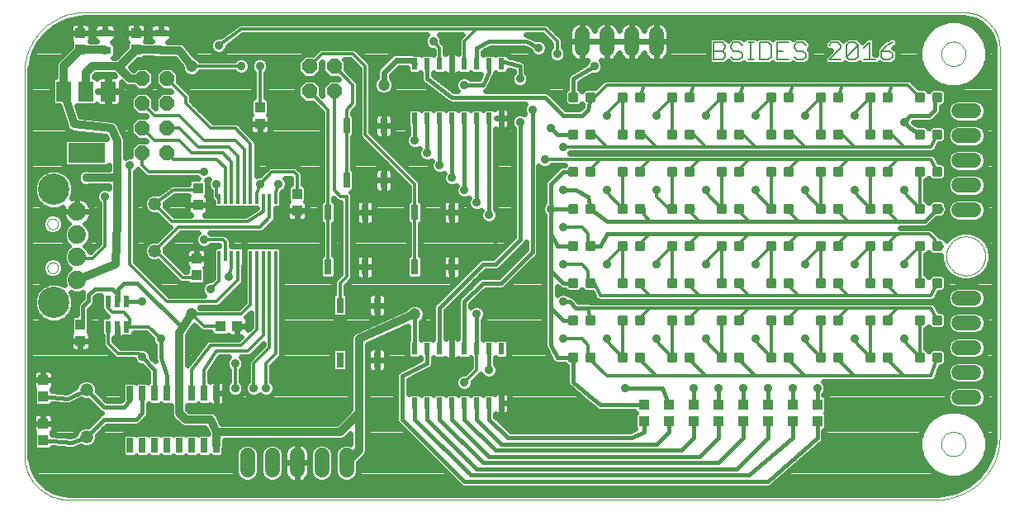
<source format=gtl>
G75*
%MOIN*%
%OFA0B0*%
%FSLAX24Y24*%
%IPPOS*%
%LPD*%
%AMOC8*
5,1,8,0,0,1.08239X$1,22.5*
%
%ADD10C,0.0000*%
%ADD11C,0.0060*%
%ADD12C,0.0118*%
%ADD13R,0.0394X0.0433*%
%ADD14C,0.0520*%
%ADD15R,0.0250X0.0600*%
%ADD16C,0.0740*%
%ADD17C,0.1266*%
%ADD18R,0.0590X0.0790*%
%ADD19R,0.1500X0.0790*%
%ADD20R,0.0472X0.0315*%
%ADD21R,0.0120X0.0390*%
%ADD22R,0.0236X0.0472*%
%ADD23R,0.0300X0.0600*%
%ADD24C,0.0600*%
%ADD25R,0.0217X0.0472*%
%ADD26OC8,0.0600*%
%ADD27R,0.0433X0.0394*%
%ADD28C,0.0240*%
%ADD29C,0.0356*%
%ADD30C,0.0472*%
%ADD31C,0.0360*%
%ADD32C,0.0320*%
%ADD33C,0.0160*%
%ADD34C,0.0120*%
D10*
X005967Y003153D02*
X005967Y018587D01*
X005969Y018683D01*
X005975Y018779D01*
X005984Y018875D01*
X005997Y018970D01*
X006014Y019065D01*
X006035Y019158D01*
X006059Y019251D01*
X006087Y019343D01*
X006118Y019434D01*
X006153Y019524D01*
X006192Y019612D01*
X006234Y019698D01*
X006279Y019783D01*
X006328Y019866D01*
X006380Y019947D01*
X006435Y020026D01*
X006493Y020103D01*
X006554Y020177D01*
X006617Y020249D01*
X006684Y020318D01*
X006753Y020385D01*
X006825Y020448D01*
X006899Y020509D01*
X006976Y020567D01*
X007055Y020622D01*
X007136Y020674D01*
X007219Y020723D01*
X007304Y020768D01*
X007390Y020810D01*
X007478Y020849D01*
X007568Y020884D01*
X007659Y020915D01*
X007751Y020943D01*
X007844Y020967D01*
X007937Y020988D01*
X008032Y021005D01*
X008127Y021018D01*
X008223Y021027D01*
X008319Y021033D01*
X008415Y021035D01*
X043867Y021035D01*
X043941Y021033D01*
X044016Y021027D01*
X044090Y021018D01*
X044163Y021005D01*
X044235Y020988D01*
X044307Y020968D01*
X044378Y020943D01*
X044447Y020916D01*
X044514Y020885D01*
X044580Y020850D01*
X044645Y020813D01*
X044707Y020772D01*
X044767Y020727D01*
X044825Y020680D01*
X044880Y020630D01*
X044932Y020578D01*
X044982Y020523D01*
X045029Y020465D01*
X045074Y020405D01*
X045115Y020343D01*
X045152Y020278D01*
X045187Y020212D01*
X045218Y020145D01*
X045245Y020076D01*
X045270Y020005D01*
X045290Y019933D01*
X045307Y019861D01*
X045320Y019788D01*
X045329Y019714D01*
X045335Y019639D01*
X045337Y019565D01*
X045337Y003911D01*
X042975Y003600D02*
X042977Y003644D01*
X042983Y003688D01*
X042993Y003731D01*
X043006Y003773D01*
X043024Y003813D01*
X043045Y003852D01*
X043069Y003889D01*
X043096Y003924D01*
X043127Y003956D01*
X043160Y003985D01*
X043196Y004011D01*
X043234Y004033D01*
X043274Y004052D01*
X043315Y004068D01*
X043358Y004080D01*
X043401Y004088D01*
X043445Y004092D01*
X043489Y004092D01*
X043533Y004088D01*
X043576Y004080D01*
X043619Y004068D01*
X043660Y004052D01*
X043700Y004033D01*
X043738Y004011D01*
X043774Y003985D01*
X043807Y003956D01*
X043838Y003924D01*
X043865Y003889D01*
X043889Y003852D01*
X043910Y003813D01*
X043928Y003773D01*
X043941Y003731D01*
X043951Y003688D01*
X043957Y003644D01*
X043959Y003600D01*
X043957Y003556D01*
X043951Y003512D01*
X043941Y003469D01*
X043928Y003427D01*
X043910Y003387D01*
X043889Y003348D01*
X043865Y003311D01*
X043838Y003276D01*
X043807Y003244D01*
X043774Y003215D01*
X043738Y003189D01*
X043700Y003167D01*
X043660Y003148D01*
X043619Y003132D01*
X043576Y003120D01*
X043533Y003112D01*
X043489Y003108D01*
X043445Y003108D01*
X043401Y003112D01*
X043358Y003120D01*
X043315Y003132D01*
X043274Y003148D01*
X043234Y003167D01*
X043196Y003189D01*
X043160Y003215D01*
X043127Y003244D01*
X043096Y003276D01*
X043069Y003311D01*
X043045Y003348D01*
X043024Y003387D01*
X043006Y003427D01*
X042993Y003469D01*
X042983Y003512D01*
X042977Y003556D01*
X042975Y003600D01*
X042776Y001350D02*
X042877Y001352D01*
X042977Y001358D01*
X043077Y001368D01*
X043177Y001382D01*
X043276Y001399D01*
X043374Y001421D01*
X043471Y001446D01*
X043567Y001475D01*
X043662Y001508D01*
X043756Y001545D01*
X043848Y001585D01*
X043939Y001629D01*
X044027Y001677D01*
X044114Y001727D01*
X044199Y001782D01*
X044281Y001839D01*
X044361Y001900D01*
X044439Y001964D01*
X044514Y002030D01*
X044587Y002100D01*
X044657Y002173D01*
X044723Y002248D01*
X044787Y002326D01*
X044848Y002406D01*
X044905Y002488D01*
X044960Y002573D01*
X045010Y002660D01*
X045058Y002748D01*
X045102Y002839D01*
X045142Y002931D01*
X045179Y003025D01*
X045212Y003120D01*
X045241Y003216D01*
X045266Y003313D01*
X045288Y003411D01*
X045305Y003510D01*
X045319Y003610D01*
X045329Y003710D01*
X045335Y003810D01*
X045337Y003911D01*
X042776Y001350D02*
X007770Y001350D01*
X007687Y001352D01*
X007604Y001358D01*
X007521Y001367D01*
X007439Y001381D01*
X007357Y001398D01*
X007277Y001419D01*
X007197Y001443D01*
X007119Y001472D01*
X007042Y001504D01*
X006966Y001539D01*
X006893Y001578D01*
X006821Y001620D01*
X006751Y001666D01*
X006683Y001714D01*
X006618Y001766D01*
X006555Y001821D01*
X006495Y001878D01*
X006438Y001938D01*
X006383Y002001D01*
X006331Y002066D01*
X006283Y002134D01*
X006237Y002204D01*
X006195Y002276D01*
X006156Y002349D01*
X006121Y002425D01*
X006089Y002502D01*
X006060Y002580D01*
X006036Y002660D01*
X006015Y002740D01*
X005998Y002822D01*
X005984Y002904D01*
X005975Y002987D01*
X005969Y003070D01*
X005967Y003153D01*
X006892Y010714D02*
X006894Y010743D01*
X006900Y010771D01*
X006909Y010799D01*
X006922Y010825D01*
X006939Y010848D01*
X006958Y010870D01*
X006980Y010889D01*
X007005Y010904D01*
X007031Y010917D01*
X007059Y010925D01*
X007087Y010930D01*
X007116Y010931D01*
X007145Y010928D01*
X007173Y010921D01*
X007200Y010911D01*
X007226Y010897D01*
X007249Y010880D01*
X007270Y010860D01*
X007288Y010837D01*
X007303Y010812D01*
X007314Y010785D01*
X007322Y010757D01*
X007326Y010728D01*
X007326Y010700D01*
X007322Y010671D01*
X007314Y010643D01*
X007303Y010616D01*
X007288Y010591D01*
X007270Y010568D01*
X007249Y010548D01*
X007226Y010531D01*
X007200Y010517D01*
X007173Y010507D01*
X007145Y010500D01*
X007116Y010497D01*
X007087Y010498D01*
X007059Y010503D01*
X007031Y010511D01*
X007005Y010524D01*
X006980Y010539D01*
X006958Y010558D01*
X006939Y010580D01*
X006922Y010603D01*
X006909Y010629D01*
X006900Y010657D01*
X006894Y010685D01*
X006892Y010714D01*
X006892Y012486D02*
X006894Y012515D01*
X006900Y012543D01*
X006909Y012571D01*
X006922Y012597D01*
X006939Y012620D01*
X006958Y012642D01*
X006980Y012661D01*
X007005Y012676D01*
X007031Y012689D01*
X007059Y012697D01*
X007087Y012702D01*
X007116Y012703D01*
X007145Y012700D01*
X007173Y012693D01*
X007200Y012683D01*
X007226Y012669D01*
X007249Y012652D01*
X007270Y012632D01*
X007288Y012609D01*
X007303Y012584D01*
X007314Y012557D01*
X007322Y012529D01*
X007326Y012500D01*
X007326Y012472D01*
X007322Y012443D01*
X007314Y012415D01*
X007303Y012388D01*
X007288Y012363D01*
X007270Y012340D01*
X007249Y012320D01*
X007226Y012303D01*
X007200Y012289D01*
X007173Y012279D01*
X007145Y012272D01*
X007116Y012269D01*
X007087Y012270D01*
X007059Y012275D01*
X007031Y012283D01*
X007005Y012296D01*
X006980Y012311D01*
X006958Y012330D01*
X006939Y012352D01*
X006922Y012375D01*
X006909Y012401D01*
X006900Y012429D01*
X006894Y012457D01*
X006892Y012486D01*
X042975Y019350D02*
X042977Y019394D01*
X042983Y019438D01*
X042993Y019481D01*
X043006Y019523D01*
X043024Y019563D01*
X043045Y019602D01*
X043069Y019639D01*
X043096Y019674D01*
X043127Y019706D01*
X043160Y019735D01*
X043196Y019761D01*
X043234Y019783D01*
X043274Y019802D01*
X043315Y019818D01*
X043358Y019830D01*
X043401Y019838D01*
X043445Y019842D01*
X043489Y019842D01*
X043533Y019838D01*
X043576Y019830D01*
X043619Y019818D01*
X043660Y019802D01*
X043700Y019783D01*
X043738Y019761D01*
X043774Y019735D01*
X043807Y019706D01*
X043838Y019674D01*
X043865Y019639D01*
X043889Y019602D01*
X043910Y019563D01*
X043928Y019523D01*
X043941Y019481D01*
X043951Y019438D01*
X043957Y019394D01*
X043959Y019350D01*
X043957Y019306D01*
X043951Y019262D01*
X043941Y019219D01*
X043928Y019177D01*
X043910Y019137D01*
X043889Y019098D01*
X043865Y019061D01*
X043838Y019026D01*
X043807Y018994D01*
X043774Y018965D01*
X043738Y018939D01*
X043700Y018917D01*
X043660Y018898D01*
X043619Y018882D01*
X043576Y018870D01*
X043533Y018862D01*
X043489Y018858D01*
X043445Y018858D01*
X043401Y018862D01*
X043358Y018870D01*
X043315Y018882D01*
X043274Y018898D01*
X043234Y018917D01*
X043196Y018939D01*
X043160Y018965D01*
X043127Y018994D01*
X043096Y019026D01*
X043069Y019061D01*
X043045Y019098D01*
X043024Y019137D01*
X043006Y019177D01*
X042993Y019219D01*
X042983Y019262D01*
X042977Y019306D01*
X042975Y019350D01*
X043180Y011193D02*
X043182Y011249D01*
X043188Y011304D01*
X043198Y011358D01*
X043211Y011412D01*
X043229Y011465D01*
X043250Y011516D01*
X043274Y011566D01*
X043302Y011614D01*
X043334Y011660D01*
X043368Y011704D01*
X043406Y011745D01*
X043446Y011783D01*
X043489Y011818D01*
X043534Y011850D01*
X043582Y011879D01*
X043631Y011905D01*
X043682Y011927D01*
X043734Y011945D01*
X043788Y011959D01*
X043843Y011970D01*
X043898Y011977D01*
X043953Y011980D01*
X044009Y011979D01*
X044064Y011974D01*
X044119Y011965D01*
X044173Y011953D01*
X044226Y011936D01*
X044278Y011916D01*
X044328Y011892D01*
X044376Y011865D01*
X044423Y011835D01*
X044467Y011801D01*
X044509Y011764D01*
X044547Y011724D01*
X044584Y011682D01*
X044617Y011637D01*
X044646Y011591D01*
X044673Y011542D01*
X044695Y011491D01*
X044715Y011439D01*
X044730Y011385D01*
X044742Y011331D01*
X044750Y011276D01*
X044754Y011221D01*
X044754Y011165D01*
X044750Y011110D01*
X044742Y011055D01*
X044730Y011001D01*
X044715Y010947D01*
X044695Y010895D01*
X044673Y010844D01*
X044646Y010795D01*
X044617Y010749D01*
X044584Y010704D01*
X044547Y010662D01*
X044509Y010622D01*
X044467Y010585D01*
X044423Y010551D01*
X044376Y010521D01*
X044328Y010494D01*
X044278Y010470D01*
X044226Y010450D01*
X044173Y010433D01*
X044119Y010421D01*
X044064Y010412D01*
X044009Y010407D01*
X043953Y010406D01*
X043898Y010409D01*
X043843Y010416D01*
X043788Y010427D01*
X043734Y010441D01*
X043682Y010459D01*
X043631Y010481D01*
X043582Y010507D01*
X043534Y010536D01*
X043489Y010568D01*
X043446Y010603D01*
X043406Y010641D01*
X043368Y010682D01*
X043334Y010726D01*
X043302Y010772D01*
X043274Y010820D01*
X043250Y010870D01*
X043229Y010921D01*
X043211Y010974D01*
X043198Y011028D01*
X043188Y011082D01*
X043182Y011137D01*
X043180Y011193D01*
D11*
X040897Y019120D02*
X041014Y019237D01*
X041014Y019354D01*
X040897Y019470D01*
X040547Y019470D01*
X040547Y019237D01*
X040664Y019120D01*
X040897Y019120D01*
X040547Y019470D02*
X040780Y019704D01*
X041014Y019821D01*
X040081Y019821D02*
X040081Y019120D01*
X040314Y019120D02*
X039847Y019120D01*
X039614Y019237D02*
X039498Y019120D01*
X039264Y019120D01*
X039147Y019237D01*
X039614Y019704D01*
X039614Y019237D01*
X039147Y019237D02*
X039147Y019704D01*
X039264Y019821D01*
X039498Y019821D01*
X039614Y019704D01*
X039847Y019587D02*
X040081Y019821D01*
X038915Y019704D02*
X038798Y019821D01*
X038564Y019821D01*
X038448Y019704D01*
X038915Y019704D02*
X038915Y019587D01*
X038448Y019120D01*
X038915Y019120D01*
X037515Y019237D02*
X037398Y019120D01*
X037165Y019120D01*
X037048Y019237D01*
X036815Y019120D02*
X036348Y019120D01*
X036348Y019821D01*
X036815Y019821D01*
X037048Y019704D02*
X037165Y019821D01*
X037398Y019821D01*
X037515Y019704D01*
X037398Y019470D02*
X037165Y019470D01*
X037048Y019587D01*
X037048Y019704D01*
X037398Y019470D02*
X037515Y019354D01*
X037515Y019237D01*
X036582Y019470D02*
X036348Y019470D01*
X036115Y019237D02*
X036115Y019704D01*
X035999Y019821D01*
X035648Y019821D01*
X035648Y019120D01*
X035999Y019120D01*
X036115Y019237D01*
X035415Y019120D02*
X035182Y019120D01*
X035299Y019120D02*
X035299Y019821D01*
X035415Y019821D02*
X035182Y019821D01*
X034949Y019704D02*
X034832Y019821D01*
X034599Y019821D01*
X034482Y019704D01*
X034482Y019587D01*
X034599Y019470D01*
X034832Y019470D01*
X034949Y019354D01*
X034949Y019237D01*
X034832Y019120D01*
X034599Y019120D01*
X034482Y019237D01*
X034249Y019237D02*
X034249Y019354D01*
X034133Y019470D01*
X033782Y019470D01*
X033782Y019120D02*
X034133Y019120D01*
X034249Y019237D01*
X034133Y019470D02*
X034249Y019587D01*
X034249Y019704D01*
X034133Y019821D01*
X033782Y019821D01*
X033782Y019120D01*
D12*
X034259Y017738D02*
X034259Y017462D01*
X033983Y017462D01*
X033983Y017738D01*
X034259Y017738D01*
X034259Y017579D02*
X033983Y017579D01*
X033983Y017696D02*
X034259Y017696D01*
X034950Y017738D02*
X034950Y017462D01*
X034674Y017462D01*
X034674Y017738D01*
X034950Y017738D01*
X034950Y017579D02*
X034674Y017579D01*
X034674Y017696D02*
X034950Y017696D01*
X036259Y017738D02*
X036259Y017462D01*
X035983Y017462D01*
X035983Y017738D01*
X036259Y017738D01*
X036259Y017579D02*
X035983Y017579D01*
X035983Y017696D02*
X036259Y017696D01*
X036950Y017738D02*
X036950Y017462D01*
X036674Y017462D01*
X036674Y017738D01*
X036950Y017738D01*
X036950Y017579D02*
X036674Y017579D01*
X036674Y017696D02*
X036950Y017696D01*
X038259Y017738D02*
X038259Y017462D01*
X037983Y017462D01*
X037983Y017738D01*
X038259Y017738D01*
X038259Y017579D02*
X037983Y017579D01*
X037983Y017696D02*
X038259Y017696D01*
X038950Y017738D02*
X038950Y017462D01*
X038674Y017462D01*
X038674Y017738D01*
X038950Y017738D01*
X038950Y017579D02*
X038674Y017579D01*
X038674Y017696D02*
X038950Y017696D01*
X040259Y017738D02*
X040259Y017462D01*
X039983Y017462D01*
X039983Y017738D01*
X040259Y017738D01*
X040259Y017579D02*
X039983Y017579D01*
X039983Y017696D02*
X040259Y017696D01*
X040950Y017738D02*
X040950Y017462D01*
X040674Y017462D01*
X040674Y017738D01*
X040950Y017738D01*
X040950Y017579D02*
X040674Y017579D01*
X040674Y017696D02*
X040950Y017696D01*
X041983Y017738D02*
X041983Y017462D01*
X041983Y017738D02*
X042259Y017738D01*
X042259Y017462D01*
X041983Y017462D01*
X041983Y017579D02*
X042259Y017579D01*
X042259Y017696D02*
X041983Y017696D01*
X042674Y017738D02*
X042674Y017462D01*
X042674Y017738D02*
X042950Y017738D01*
X042950Y017462D01*
X042674Y017462D01*
X042674Y017579D02*
X042950Y017579D01*
X042950Y017696D02*
X042674Y017696D01*
X042950Y016238D02*
X042950Y015962D01*
X042674Y015962D01*
X042674Y016238D01*
X042950Y016238D01*
X042950Y016079D02*
X042674Y016079D01*
X042674Y016196D02*
X042950Y016196D01*
X042259Y016238D02*
X042259Y015962D01*
X041983Y015962D01*
X041983Y016238D01*
X042259Y016238D01*
X042259Y016079D02*
X041983Y016079D01*
X041983Y016196D02*
X042259Y016196D01*
X040950Y016238D02*
X040950Y015962D01*
X040674Y015962D01*
X040674Y016238D01*
X040950Y016238D01*
X040950Y016079D02*
X040674Y016079D01*
X040674Y016196D02*
X040950Y016196D01*
X040259Y016238D02*
X040259Y015962D01*
X039983Y015962D01*
X039983Y016238D01*
X040259Y016238D01*
X040259Y016079D02*
X039983Y016079D01*
X039983Y016196D02*
X040259Y016196D01*
X038950Y016238D02*
X038950Y015962D01*
X038674Y015962D01*
X038674Y016238D01*
X038950Y016238D01*
X038950Y016079D02*
X038674Y016079D01*
X038674Y016196D02*
X038950Y016196D01*
X038259Y016238D02*
X038259Y015962D01*
X037983Y015962D01*
X037983Y016238D01*
X038259Y016238D01*
X038259Y016079D02*
X037983Y016079D01*
X037983Y016196D02*
X038259Y016196D01*
X036950Y016238D02*
X036950Y015962D01*
X036674Y015962D01*
X036674Y016238D01*
X036950Y016238D01*
X036950Y016079D02*
X036674Y016079D01*
X036674Y016196D02*
X036950Y016196D01*
X036259Y016238D02*
X036259Y015962D01*
X035983Y015962D01*
X035983Y016238D01*
X036259Y016238D01*
X036259Y016079D02*
X035983Y016079D01*
X035983Y016196D02*
X036259Y016196D01*
X034950Y016238D02*
X034950Y015962D01*
X034674Y015962D01*
X034674Y016238D01*
X034950Y016238D01*
X034950Y016079D02*
X034674Y016079D01*
X034674Y016196D02*
X034950Y016196D01*
X034259Y016238D02*
X034259Y015962D01*
X033983Y015962D01*
X033983Y016238D01*
X034259Y016238D01*
X034259Y016079D02*
X033983Y016079D01*
X033983Y016196D02*
X034259Y016196D01*
X032950Y016238D02*
X032950Y015962D01*
X032674Y015962D01*
X032674Y016238D01*
X032950Y016238D01*
X032950Y016079D02*
X032674Y016079D01*
X032674Y016196D02*
X032950Y016196D01*
X032259Y016238D02*
X032259Y015962D01*
X031983Y015962D01*
X031983Y016238D01*
X032259Y016238D01*
X032259Y016079D02*
X031983Y016079D01*
X031983Y016196D02*
X032259Y016196D01*
X030950Y016238D02*
X030950Y015962D01*
X030674Y015962D01*
X030674Y016238D01*
X030950Y016238D01*
X030950Y016079D02*
X030674Y016079D01*
X030674Y016196D02*
X030950Y016196D01*
X030259Y016238D02*
X030259Y015962D01*
X029983Y015962D01*
X029983Y016238D01*
X030259Y016238D01*
X030259Y016079D02*
X029983Y016079D01*
X029983Y016196D02*
X030259Y016196D01*
X028950Y016238D02*
X028950Y015962D01*
X028674Y015962D01*
X028674Y016238D01*
X028950Y016238D01*
X028950Y016079D02*
X028674Y016079D01*
X028674Y016196D02*
X028950Y016196D01*
X028259Y016238D02*
X028259Y015962D01*
X027983Y015962D01*
X027983Y016238D01*
X028259Y016238D01*
X028259Y016079D02*
X027983Y016079D01*
X027983Y016196D02*
X028259Y016196D01*
X028259Y017462D02*
X028259Y017738D01*
X028259Y017462D02*
X027983Y017462D01*
X027983Y017738D01*
X028259Y017738D01*
X028259Y017579D02*
X027983Y017579D01*
X027983Y017696D02*
X028259Y017696D01*
X028950Y017738D02*
X028950Y017462D01*
X028674Y017462D01*
X028674Y017738D01*
X028950Y017738D01*
X028950Y017579D02*
X028674Y017579D01*
X028674Y017696D02*
X028950Y017696D01*
X030259Y017738D02*
X030259Y017462D01*
X029983Y017462D01*
X029983Y017738D01*
X030259Y017738D01*
X030259Y017579D02*
X029983Y017579D01*
X029983Y017696D02*
X030259Y017696D01*
X030950Y017738D02*
X030950Y017462D01*
X030674Y017462D01*
X030674Y017738D01*
X030950Y017738D01*
X030950Y017579D02*
X030674Y017579D01*
X030674Y017696D02*
X030950Y017696D01*
X032259Y017738D02*
X032259Y017462D01*
X031983Y017462D01*
X031983Y017738D01*
X032259Y017738D01*
X032259Y017579D02*
X031983Y017579D01*
X031983Y017696D02*
X032259Y017696D01*
X032950Y017738D02*
X032950Y017462D01*
X032674Y017462D01*
X032674Y017738D01*
X032950Y017738D01*
X032950Y017579D02*
X032674Y017579D01*
X032674Y017696D02*
X032950Y017696D01*
X032950Y014738D02*
X032950Y014462D01*
X032674Y014462D01*
X032674Y014738D01*
X032950Y014738D01*
X032950Y014579D02*
X032674Y014579D01*
X032674Y014696D02*
X032950Y014696D01*
X032259Y014738D02*
X032259Y014462D01*
X031983Y014462D01*
X031983Y014738D01*
X032259Y014738D01*
X032259Y014579D02*
X031983Y014579D01*
X031983Y014696D02*
X032259Y014696D01*
X030950Y014738D02*
X030950Y014462D01*
X030674Y014462D01*
X030674Y014738D01*
X030950Y014738D01*
X030950Y014579D02*
X030674Y014579D01*
X030674Y014696D02*
X030950Y014696D01*
X030259Y014738D02*
X030259Y014462D01*
X029983Y014462D01*
X029983Y014738D01*
X030259Y014738D01*
X030259Y014579D02*
X029983Y014579D01*
X029983Y014696D02*
X030259Y014696D01*
X028950Y014738D02*
X028950Y014462D01*
X028674Y014462D01*
X028674Y014738D01*
X028950Y014738D01*
X028950Y014579D02*
X028674Y014579D01*
X028674Y014696D02*
X028950Y014696D01*
X028259Y014738D02*
X028259Y014462D01*
X027983Y014462D01*
X027983Y014738D01*
X028259Y014738D01*
X028259Y014579D02*
X027983Y014579D01*
X027983Y014696D02*
X028259Y014696D01*
X028259Y013238D02*
X028259Y012962D01*
X027983Y012962D01*
X027983Y013238D01*
X028259Y013238D01*
X028259Y013079D02*
X027983Y013079D01*
X027983Y013196D02*
X028259Y013196D01*
X028950Y013238D02*
X028950Y012962D01*
X028674Y012962D01*
X028674Y013238D01*
X028950Y013238D01*
X028950Y013079D02*
X028674Y013079D01*
X028674Y013196D02*
X028950Y013196D01*
X030259Y013238D02*
X030259Y012962D01*
X029983Y012962D01*
X029983Y013238D01*
X030259Y013238D01*
X030259Y013079D02*
X029983Y013079D01*
X029983Y013196D02*
X030259Y013196D01*
X030950Y013238D02*
X030950Y012962D01*
X030674Y012962D01*
X030674Y013238D01*
X030950Y013238D01*
X030950Y013079D02*
X030674Y013079D01*
X030674Y013196D02*
X030950Y013196D01*
X032259Y013238D02*
X032259Y012962D01*
X031983Y012962D01*
X031983Y013238D01*
X032259Y013238D01*
X032259Y013079D02*
X031983Y013079D01*
X031983Y013196D02*
X032259Y013196D01*
X032950Y013238D02*
X032950Y012962D01*
X032674Y012962D01*
X032674Y013238D01*
X032950Y013238D01*
X032950Y013079D02*
X032674Y013079D01*
X032674Y013196D02*
X032950Y013196D01*
X034259Y013238D02*
X034259Y012962D01*
X033983Y012962D01*
X033983Y013238D01*
X034259Y013238D01*
X034259Y013079D02*
X033983Y013079D01*
X033983Y013196D02*
X034259Y013196D01*
X034950Y013238D02*
X034950Y012962D01*
X034674Y012962D01*
X034674Y013238D01*
X034950Y013238D01*
X034950Y013079D02*
X034674Y013079D01*
X034674Y013196D02*
X034950Y013196D01*
X036259Y013238D02*
X036259Y012962D01*
X035983Y012962D01*
X035983Y013238D01*
X036259Y013238D01*
X036259Y013079D02*
X035983Y013079D01*
X035983Y013196D02*
X036259Y013196D01*
X036950Y013238D02*
X036950Y012962D01*
X036674Y012962D01*
X036674Y013238D01*
X036950Y013238D01*
X036950Y013079D02*
X036674Y013079D01*
X036674Y013196D02*
X036950Y013196D01*
X038259Y013238D02*
X038259Y012962D01*
X037983Y012962D01*
X037983Y013238D01*
X038259Y013238D01*
X038259Y013079D02*
X037983Y013079D01*
X037983Y013196D02*
X038259Y013196D01*
X038950Y013238D02*
X038950Y012962D01*
X038674Y012962D01*
X038674Y013238D01*
X038950Y013238D01*
X038950Y013079D02*
X038674Y013079D01*
X038674Y013196D02*
X038950Y013196D01*
X040259Y013238D02*
X040259Y012962D01*
X039983Y012962D01*
X039983Y013238D01*
X040259Y013238D01*
X040259Y013079D02*
X039983Y013079D01*
X039983Y013196D02*
X040259Y013196D01*
X040950Y013238D02*
X040950Y012962D01*
X040674Y012962D01*
X040674Y013238D01*
X040950Y013238D01*
X040950Y013079D02*
X040674Y013079D01*
X040674Y013196D02*
X040950Y013196D01*
X042259Y013238D02*
X042259Y012962D01*
X041983Y012962D01*
X041983Y013238D01*
X042259Y013238D01*
X042259Y013079D02*
X041983Y013079D01*
X041983Y013196D02*
X042259Y013196D01*
X042950Y013238D02*
X042950Y012962D01*
X042674Y012962D01*
X042674Y013238D01*
X042950Y013238D01*
X042950Y013079D02*
X042674Y013079D01*
X042674Y013196D02*
X042950Y013196D01*
X042950Y014462D02*
X042950Y014738D01*
X042950Y014462D02*
X042674Y014462D01*
X042674Y014738D01*
X042950Y014738D01*
X042950Y014579D02*
X042674Y014579D01*
X042674Y014696D02*
X042950Y014696D01*
X042259Y014738D02*
X042259Y014462D01*
X041983Y014462D01*
X041983Y014738D01*
X042259Y014738D01*
X042259Y014579D02*
X041983Y014579D01*
X041983Y014696D02*
X042259Y014696D01*
X040950Y014738D02*
X040950Y014462D01*
X040674Y014462D01*
X040674Y014738D01*
X040950Y014738D01*
X040950Y014579D02*
X040674Y014579D01*
X040674Y014696D02*
X040950Y014696D01*
X040259Y014738D02*
X040259Y014462D01*
X039983Y014462D01*
X039983Y014738D01*
X040259Y014738D01*
X040259Y014579D02*
X039983Y014579D01*
X039983Y014696D02*
X040259Y014696D01*
X038950Y014738D02*
X038950Y014462D01*
X038674Y014462D01*
X038674Y014738D01*
X038950Y014738D01*
X038950Y014579D02*
X038674Y014579D01*
X038674Y014696D02*
X038950Y014696D01*
X038259Y014738D02*
X038259Y014462D01*
X037983Y014462D01*
X037983Y014738D01*
X038259Y014738D01*
X038259Y014579D02*
X037983Y014579D01*
X037983Y014696D02*
X038259Y014696D01*
X036950Y014738D02*
X036950Y014462D01*
X036674Y014462D01*
X036674Y014738D01*
X036950Y014738D01*
X036950Y014579D02*
X036674Y014579D01*
X036674Y014696D02*
X036950Y014696D01*
X036259Y014738D02*
X036259Y014462D01*
X035983Y014462D01*
X035983Y014738D01*
X036259Y014738D01*
X036259Y014579D02*
X035983Y014579D01*
X035983Y014696D02*
X036259Y014696D01*
X034950Y014738D02*
X034950Y014462D01*
X034674Y014462D01*
X034674Y014738D01*
X034950Y014738D01*
X034950Y014579D02*
X034674Y014579D01*
X034674Y014696D02*
X034950Y014696D01*
X034259Y014738D02*
X034259Y014462D01*
X033983Y014462D01*
X033983Y014738D01*
X034259Y014738D01*
X034259Y014579D02*
X033983Y014579D01*
X033983Y014696D02*
X034259Y014696D01*
X034259Y011738D02*
X034259Y011462D01*
X033983Y011462D01*
X033983Y011738D01*
X034259Y011738D01*
X034259Y011579D02*
X033983Y011579D01*
X033983Y011696D02*
X034259Y011696D01*
X034950Y011738D02*
X034950Y011462D01*
X034674Y011462D01*
X034674Y011738D01*
X034950Y011738D01*
X034950Y011579D02*
X034674Y011579D01*
X034674Y011696D02*
X034950Y011696D01*
X036259Y011738D02*
X036259Y011462D01*
X035983Y011462D01*
X035983Y011738D01*
X036259Y011738D01*
X036259Y011579D02*
X035983Y011579D01*
X035983Y011696D02*
X036259Y011696D01*
X036950Y011738D02*
X036950Y011462D01*
X036674Y011462D01*
X036674Y011738D01*
X036950Y011738D01*
X036950Y011579D02*
X036674Y011579D01*
X036674Y011696D02*
X036950Y011696D01*
X038259Y011738D02*
X038259Y011462D01*
X037983Y011462D01*
X037983Y011738D01*
X038259Y011738D01*
X038259Y011579D02*
X037983Y011579D01*
X037983Y011696D02*
X038259Y011696D01*
X038950Y011738D02*
X038950Y011462D01*
X038674Y011462D01*
X038674Y011738D01*
X038950Y011738D01*
X038950Y011579D02*
X038674Y011579D01*
X038674Y011696D02*
X038950Y011696D01*
X040259Y011738D02*
X040259Y011462D01*
X039983Y011462D01*
X039983Y011738D01*
X040259Y011738D01*
X040259Y011579D02*
X039983Y011579D01*
X039983Y011696D02*
X040259Y011696D01*
X040950Y011738D02*
X040950Y011462D01*
X040674Y011462D01*
X040674Y011738D01*
X040950Y011738D01*
X040950Y011579D02*
X040674Y011579D01*
X040674Y011696D02*
X040950Y011696D01*
X042259Y011738D02*
X042259Y011462D01*
X041983Y011462D01*
X041983Y011738D01*
X042259Y011738D01*
X042259Y011579D02*
X041983Y011579D01*
X041983Y011696D02*
X042259Y011696D01*
X042950Y011738D02*
X042950Y011462D01*
X042674Y011462D01*
X042674Y011738D01*
X042950Y011738D01*
X042950Y011579D02*
X042674Y011579D01*
X042674Y011696D02*
X042950Y011696D01*
X042950Y010238D02*
X042950Y009962D01*
X042674Y009962D01*
X042674Y010238D01*
X042950Y010238D01*
X042950Y010079D02*
X042674Y010079D01*
X042674Y010196D02*
X042950Y010196D01*
X042259Y010238D02*
X042259Y009962D01*
X041983Y009962D01*
X041983Y010238D01*
X042259Y010238D01*
X042259Y010079D02*
X041983Y010079D01*
X041983Y010196D02*
X042259Y010196D01*
X040950Y010238D02*
X040950Y009962D01*
X040674Y009962D01*
X040674Y010238D01*
X040950Y010238D01*
X040950Y010079D02*
X040674Y010079D01*
X040674Y010196D02*
X040950Y010196D01*
X040259Y010238D02*
X040259Y009962D01*
X039983Y009962D01*
X039983Y010238D01*
X040259Y010238D01*
X040259Y010079D02*
X039983Y010079D01*
X039983Y010196D02*
X040259Y010196D01*
X038950Y010238D02*
X038950Y009962D01*
X038674Y009962D01*
X038674Y010238D01*
X038950Y010238D01*
X038950Y010079D02*
X038674Y010079D01*
X038674Y010196D02*
X038950Y010196D01*
X038259Y010238D02*
X038259Y009962D01*
X037983Y009962D01*
X037983Y010238D01*
X038259Y010238D01*
X038259Y010079D02*
X037983Y010079D01*
X037983Y010196D02*
X038259Y010196D01*
X036950Y010238D02*
X036950Y009962D01*
X036674Y009962D01*
X036674Y010238D01*
X036950Y010238D01*
X036950Y010079D02*
X036674Y010079D01*
X036674Y010196D02*
X036950Y010196D01*
X036259Y010238D02*
X036259Y009962D01*
X035983Y009962D01*
X035983Y010238D01*
X036259Y010238D01*
X036259Y010079D02*
X035983Y010079D01*
X035983Y010196D02*
X036259Y010196D01*
X034950Y010238D02*
X034950Y009962D01*
X034674Y009962D01*
X034674Y010238D01*
X034950Y010238D01*
X034950Y010079D02*
X034674Y010079D01*
X034674Y010196D02*
X034950Y010196D01*
X034259Y010238D02*
X034259Y009962D01*
X033983Y009962D01*
X033983Y010238D01*
X034259Y010238D01*
X034259Y010079D02*
X033983Y010079D01*
X033983Y010196D02*
X034259Y010196D01*
X032950Y010238D02*
X032950Y009962D01*
X032674Y009962D01*
X032674Y010238D01*
X032950Y010238D01*
X032950Y010079D02*
X032674Y010079D01*
X032674Y010196D02*
X032950Y010196D01*
X032259Y010238D02*
X032259Y009962D01*
X031983Y009962D01*
X031983Y010238D01*
X032259Y010238D01*
X032259Y010079D02*
X031983Y010079D01*
X031983Y010196D02*
X032259Y010196D01*
X030950Y010238D02*
X030950Y009962D01*
X030674Y009962D01*
X030674Y010238D01*
X030950Y010238D01*
X030950Y010079D02*
X030674Y010079D01*
X030674Y010196D02*
X030950Y010196D01*
X030259Y010238D02*
X030259Y009962D01*
X029983Y009962D01*
X029983Y010238D01*
X030259Y010238D01*
X030259Y010079D02*
X029983Y010079D01*
X029983Y010196D02*
X030259Y010196D01*
X028950Y010238D02*
X028950Y009962D01*
X028674Y009962D01*
X028674Y010238D01*
X028950Y010238D01*
X028950Y010079D02*
X028674Y010079D01*
X028674Y010196D02*
X028950Y010196D01*
X028259Y010238D02*
X028259Y009962D01*
X027983Y009962D01*
X027983Y010238D01*
X028259Y010238D01*
X028259Y010079D02*
X027983Y010079D01*
X027983Y010196D02*
X028259Y010196D01*
X028259Y011462D02*
X028259Y011738D01*
X028259Y011462D02*
X027983Y011462D01*
X027983Y011738D01*
X028259Y011738D01*
X028259Y011579D02*
X027983Y011579D01*
X027983Y011696D02*
X028259Y011696D01*
X028950Y011738D02*
X028950Y011462D01*
X028674Y011462D01*
X028674Y011738D01*
X028950Y011738D01*
X028950Y011579D02*
X028674Y011579D01*
X028674Y011696D02*
X028950Y011696D01*
X030259Y011738D02*
X030259Y011462D01*
X029983Y011462D01*
X029983Y011738D01*
X030259Y011738D01*
X030259Y011579D02*
X029983Y011579D01*
X029983Y011696D02*
X030259Y011696D01*
X030950Y011738D02*
X030950Y011462D01*
X030674Y011462D01*
X030674Y011738D01*
X030950Y011738D01*
X030950Y011579D02*
X030674Y011579D01*
X030674Y011696D02*
X030950Y011696D01*
X032259Y011738D02*
X032259Y011462D01*
X031983Y011462D01*
X031983Y011738D01*
X032259Y011738D01*
X032259Y011579D02*
X031983Y011579D01*
X031983Y011696D02*
X032259Y011696D01*
X032950Y011738D02*
X032950Y011462D01*
X032674Y011462D01*
X032674Y011738D01*
X032950Y011738D01*
X032950Y011579D02*
X032674Y011579D01*
X032674Y011696D02*
X032950Y011696D01*
X032950Y008738D02*
X032950Y008462D01*
X032674Y008462D01*
X032674Y008738D01*
X032950Y008738D01*
X032950Y008579D02*
X032674Y008579D01*
X032674Y008696D02*
X032950Y008696D01*
X032259Y008738D02*
X032259Y008462D01*
X031983Y008462D01*
X031983Y008738D01*
X032259Y008738D01*
X032259Y008579D02*
X031983Y008579D01*
X031983Y008696D02*
X032259Y008696D01*
X030950Y008738D02*
X030950Y008462D01*
X030674Y008462D01*
X030674Y008738D01*
X030950Y008738D01*
X030950Y008579D02*
X030674Y008579D01*
X030674Y008696D02*
X030950Y008696D01*
X030259Y008738D02*
X030259Y008462D01*
X029983Y008462D01*
X029983Y008738D01*
X030259Y008738D01*
X030259Y008579D02*
X029983Y008579D01*
X029983Y008696D02*
X030259Y008696D01*
X028950Y008738D02*
X028950Y008462D01*
X028674Y008462D01*
X028674Y008738D01*
X028950Y008738D01*
X028950Y008579D02*
X028674Y008579D01*
X028674Y008696D02*
X028950Y008696D01*
X028259Y008738D02*
X028259Y008462D01*
X027983Y008462D01*
X027983Y008738D01*
X028259Y008738D01*
X028259Y008579D02*
X027983Y008579D01*
X027983Y008696D02*
X028259Y008696D01*
X028259Y007238D02*
X028259Y006962D01*
X027983Y006962D01*
X027983Y007238D01*
X028259Y007238D01*
X028259Y007079D02*
X027983Y007079D01*
X027983Y007196D02*
X028259Y007196D01*
X028950Y007238D02*
X028950Y006962D01*
X028674Y006962D01*
X028674Y007238D01*
X028950Y007238D01*
X028950Y007079D02*
X028674Y007079D01*
X028674Y007196D02*
X028950Y007196D01*
X030259Y007238D02*
X030259Y006962D01*
X029983Y006962D01*
X029983Y007238D01*
X030259Y007238D01*
X030259Y007079D02*
X029983Y007079D01*
X029983Y007196D02*
X030259Y007196D01*
X030950Y007238D02*
X030950Y006962D01*
X030674Y006962D01*
X030674Y007238D01*
X030950Y007238D01*
X030950Y007079D02*
X030674Y007079D01*
X030674Y007196D02*
X030950Y007196D01*
X032259Y007238D02*
X032259Y006962D01*
X031983Y006962D01*
X031983Y007238D01*
X032259Y007238D01*
X032259Y007079D02*
X031983Y007079D01*
X031983Y007196D02*
X032259Y007196D01*
X032950Y007238D02*
X032950Y006962D01*
X032674Y006962D01*
X032674Y007238D01*
X032950Y007238D01*
X032950Y007079D02*
X032674Y007079D01*
X032674Y007196D02*
X032950Y007196D01*
X034259Y007238D02*
X034259Y006962D01*
X033983Y006962D01*
X033983Y007238D01*
X034259Y007238D01*
X034259Y007079D02*
X033983Y007079D01*
X033983Y007196D02*
X034259Y007196D01*
X034950Y007238D02*
X034950Y006962D01*
X034674Y006962D01*
X034674Y007238D01*
X034950Y007238D01*
X034950Y007079D02*
X034674Y007079D01*
X034674Y007196D02*
X034950Y007196D01*
X036259Y007238D02*
X036259Y006962D01*
X035983Y006962D01*
X035983Y007238D01*
X036259Y007238D01*
X036259Y007079D02*
X035983Y007079D01*
X035983Y007196D02*
X036259Y007196D01*
X036950Y007238D02*
X036950Y006962D01*
X036674Y006962D01*
X036674Y007238D01*
X036950Y007238D01*
X036950Y007079D02*
X036674Y007079D01*
X036674Y007196D02*
X036950Y007196D01*
X038259Y007238D02*
X038259Y006962D01*
X037983Y006962D01*
X037983Y007238D01*
X038259Y007238D01*
X038259Y007079D02*
X037983Y007079D01*
X037983Y007196D02*
X038259Y007196D01*
X038950Y007238D02*
X038950Y006962D01*
X038674Y006962D01*
X038674Y007238D01*
X038950Y007238D01*
X038950Y007079D02*
X038674Y007079D01*
X038674Y007196D02*
X038950Y007196D01*
X040259Y007238D02*
X040259Y006962D01*
X039983Y006962D01*
X039983Y007238D01*
X040259Y007238D01*
X040259Y007079D02*
X039983Y007079D01*
X039983Y007196D02*
X040259Y007196D01*
X040950Y007238D02*
X040950Y006962D01*
X040674Y006962D01*
X040674Y007238D01*
X040950Y007238D01*
X040950Y007079D02*
X040674Y007079D01*
X040674Y007196D02*
X040950Y007196D01*
X042259Y007238D02*
X042259Y006962D01*
X041983Y006962D01*
X041983Y007238D01*
X042259Y007238D01*
X042259Y007079D02*
X041983Y007079D01*
X041983Y007196D02*
X042259Y007196D01*
X042950Y007238D02*
X042950Y006962D01*
X042674Y006962D01*
X042674Y007238D01*
X042950Y007238D01*
X042950Y007079D02*
X042674Y007079D01*
X042674Y007196D02*
X042950Y007196D01*
X042950Y008462D02*
X042950Y008738D01*
X042950Y008462D02*
X042674Y008462D01*
X042674Y008738D01*
X042950Y008738D01*
X042950Y008579D02*
X042674Y008579D01*
X042674Y008696D02*
X042950Y008696D01*
X042259Y008738D02*
X042259Y008462D01*
X041983Y008462D01*
X041983Y008738D01*
X042259Y008738D01*
X042259Y008579D02*
X041983Y008579D01*
X041983Y008696D02*
X042259Y008696D01*
X040950Y008738D02*
X040950Y008462D01*
X040674Y008462D01*
X040674Y008738D01*
X040950Y008738D01*
X040950Y008579D02*
X040674Y008579D01*
X040674Y008696D02*
X040950Y008696D01*
X040259Y008738D02*
X040259Y008462D01*
X039983Y008462D01*
X039983Y008738D01*
X040259Y008738D01*
X040259Y008579D02*
X039983Y008579D01*
X039983Y008696D02*
X040259Y008696D01*
X038950Y008738D02*
X038950Y008462D01*
X038674Y008462D01*
X038674Y008738D01*
X038950Y008738D01*
X038950Y008579D02*
X038674Y008579D01*
X038674Y008696D02*
X038950Y008696D01*
X038259Y008738D02*
X038259Y008462D01*
X037983Y008462D01*
X037983Y008738D01*
X038259Y008738D01*
X038259Y008579D02*
X037983Y008579D01*
X037983Y008696D02*
X038259Y008696D01*
X036950Y008738D02*
X036950Y008462D01*
X036674Y008462D01*
X036674Y008738D01*
X036950Y008738D01*
X036950Y008579D02*
X036674Y008579D01*
X036674Y008696D02*
X036950Y008696D01*
X036259Y008738D02*
X036259Y008462D01*
X035983Y008462D01*
X035983Y008738D01*
X036259Y008738D01*
X036259Y008579D02*
X035983Y008579D01*
X035983Y008696D02*
X036259Y008696D01*
X034950Y008738D02*
X034950Y008462D01*
X034674Y008462D01*
X034674Y008738D01*
X034950Y008738D01*
X034950Y008579D02*
X034674Y008579D01*
X034674Y008696D02*
X034950Y008696D01*
X034259Y008738D02*
X034259Y008462D01*
X033983Y008462D01*
X033983Y008738D01*
X034259Y008738D01*
X034259Y008579D02*
X033983Y008579D01*
X033983Y008696D02*
X034259Y008696D01*
D13*
X033967Y005185D03*
X032967Y005185D03*
X031967Y005185D03*
X030967Y005185D03*
X030967Y004515D03*
X031967Y004515D03*
X032967Y004515D03*
X033967Y004515D03*
X034967Y004515D03*
X035967Y004515D03*
X036967Y004515D03*
X037967Y004515D03*
X037967Y005185D03*
X036967Y005185D03*
X035967Y005185D03*
X034967Y005185D03*
X016967Y013015D03*
X016967Y013685D03*
X012967Y013935D03*
X012967Y013265D03*
X012904Y011082D03*
X012904Y010413D03*
X008217Y008435D03*
X008217Y007765D03*
X006717Y006185D03*
X006717Y005515D03*
X006717Y004435D03*
X006717Y003765D03*
X015467Y016515D03*
X015467Y017185D03*
X010467Y019515D03*
X010467Y020185D03*
X008217Y020185D03*
X008217Y019515D03*
D14*
X011217Y013300D03*
X011217Y011400D03*
X008467Y005800D03*
X008467Y003900D03*
D15*
X010217Y003550D03*
X010717Y003550D03*
X011217Y003550D03*
X011717Y003550D03*
X012217Y003550D03*
X012717Y003550D03*
X013217Y003550D03*
X013717Y003550D03*
X013717Y005650D03*
X013217Y005650D03*
X012717Y005650D03*
X012217Y005650D03*
X011717Y005650D03*
X011217Y005650D03*
X010717Y005650D03*
X010217Y005650D03*
D16*
X008093Y010222D03*
X008093Y011156D03*
X008093Y012044D03*
X008093Y012978D03*
D17*
X007148Y013883D03*
X007148Y009317D03*
D18*
X007557Y017840D03*
X008457Y017840D03*
X009357Y017840D03*
D19*
X008467Y015360D03*
D20*
X009217Y019496D03*
X009217Y020204D03*
X011467Y020204D03*
X011467Y019496D03*
D21*
X013815Y013499D03*
X014071Y013499D03*
X014327Y013499D03*
X014583Y013499D03*
X014839Y013499D03*
X015095Y013499D03*
X015351Y013499D03*
X015607Y013499D03*
X015862Y013499D03*
X016118Y013499D03*
X016118Y011201D03*
X015862Y011201D03*
X015607Y011201D03*
X015351Y011201D03*
X015095Y011201D03*
X014839Y011201D03*
X014583Y011201D03*
X014327Y011201D03*
X014071Y011201D03*
X013815Y011201D03*
D22*
X021717Y007452D03*
X022217Y007452D03*
X022717Y007452D03*
X023217Y007452D03*
X023717Y007452D03*
X024217Y007452D03*
X024717Y007452D03*
X025217Y007452D03*
X025217Y005248D03*
X024717Y005248D03*
X024217Y005248D03*
X023717Y005248D03*
X023217Y005248D03*
X022717Y005248D03*
X022217Y005248D03*
X021717Y005248D03*
X021717Y016748D03*
X022217Y016748D03*
X022717Y016748D03*
X023217Y016748D03*
X023717Y016748D03*
X024217Y016748D03*
X024717Y016748D03*
X025217Y016748D03*
X025217Y018952D03*
X024717Y018952D03*
X024217Y018952D03*
X023717Y018952D03*
X023217Y018952D03*
X022717Y018952D03*
X022217Y018952D03*
X021717Y018952D03*
D23*
X020467Y016450D03*
X018967Y016450D03*
X018967Y014250D03*
X020467Y014250D03*
X019717Y012950D03*
X018217Y012950D03*
X021717Y012950D03*
X023217Y012950D03*
X023217Y010750D03*
X021717Y010750D03*
X019717Y010750D03*
X018217Y010750D03*
X018701Y009200D03*
X020201Y009200D03*
X020201Y007000D03*
X018701Y007000D03*
D24*
X018967Y003150D02*
X018967Y002550D01*
X017967Y002550D02*
X017967Y003150D01*
X016967Y003150D02*
X016967Y002550D01*
X015967Y002550D02*
X015967Y003150D01*
X014967Y003150D02*
X014967Y002550D01*
X043698Y005492D02*
X044298Y005492D01*
X044298Y006492D02*
X043698Y006492D01*
X043698Y007492D02*
X044298Y007492D01*
X044298Y008492D02*
X043698Y008492D01*
X043698Y009492D02*
X044298Y009492D01*
X044298Y013051D02*
X043698Y013051D01*
X043698Y014051D02*
X044298Y014051D01*
X044298Y015051D02*
X043698Y015051D01*
X043698Y016051D02*
X044298Y016051D01*
X044298Y017051D02*
X043698Y017051D01*
X031467Y019550D02*
X031467Y020150D01*
X030467Y020150D02*
X030467Y019550D01*
X029467Y019550D02*
X029467Y020150D01*
X028467Y020150D02*
X028467Y019550D01*
D25*
X010091Y009362D03*
X009717Y009362D03*
X009343Y009362D03*
X009343Y008338D03*
X009717Y008338D03*
X010091Y008338D03*
D26*
X010717Y015350D03*
X011717Y015350D03*
X011717Y016350D03*
X010717Y016350D03*
X010717Y017350D03*
X011717Y017350D03*
X011717Y018350D03*
X010717Y018350D03*
X017467Y017850D03*
X018467Y017850D03*
X018467Y018850D03*
X017467Y018850D03*
D27*
X014551Y008350D03*
X013882Y008350D03*
D28*
X006200Y002946D02*
X006307Y002547D01*
X006514Y002189D01*
X006806Y001897D01*
X007164Y001690D01*
X007563Y001584D01*
X007770Y001570D01*
X042776Y001570D01*
X043038Y001585D01*
X043549Y001701D01*
X044021Y001929D01*
X044431Y002256D01*
X044758Y002666D01*
X044985Y003138D01*
X045102Y003649D01*
X045117Y003911D01*
X045117Y019565D01*
X045106Y019728D01*
X045022Y020043D01*
X044859Y020326D01*
X044628Y020557D01*
X044345Y020720D01*
X044030Y020804D01*
X043867Y020815D01*
X008415Y020815D01*
X008166Y020801D01*
X007679Y020690D01*
X007230Y020473D01*
X006839Y020162D01*
X006528Y019772D01*
X006312Y019323D01*
X006201Y018836D01*
X006187Y018587D01*
X006187Y003153D01*
X006200Y002946D01*
X006196Y003020D02*
X014487Y003020D01*
X014487Y003245D02*
X014487Y002455D01*
X014560Y002278D01*
X014695Y002143D01*
X014871Y002070D01*
X015062Y002070D01*
X015239Y002143D01*
X015374Y002278D01*
X015447Y002455D01*
X015447Y003245D01*
X015374Y003422D01*
X015239Y003557D01*
X015062Y003630D01*
X014871Y003630D01*
X014695Y003557D01*
X014560Y003422D01*
X014487Y003245D01*
X014492Y003258D02*
X014022Y003258D01*
X014022Y003175D02*
X014022Y003398D01*
X014057Y003482D01*
X014057Y003760D01*
X018784Y003760D01*
X018909Y003812D01*
X019127Y004029D01*
X019127Y003603D01*
X019062Y003630D01*
X018871Y003630D01*
X018695Y003557D01*
X018560Y003422D01*
X018487Y003245D01*
X018487Y002455D01*
X018560Y002278D01*
X018695Y002143D01*
X018871Y002070D01*
X019062Y002070D01*
X019239Y002143D01*
X019374Y002278D01*
X019447Y002455D01*
X019447Y002849D01*
X019659Y003062D01*
X019755Y003157D01*
X019807Y003282D01*
X019807Y007629D01*
X021457Y008362D01*
X021457Y007801D01*
X021419Y007763D01*
X021419Y007142D01*
X021524Y007036D01*
X021909Y007036D01*
X021957Y007083D01*
X021957Y007011D01*
X021109Y006587D01*
X021069Y006570D01*
X021063Y006564D01*
X021054Y006559D01*
X021026Y006527D01*
X020996Y006497D01*
X020993Y006488D01*
X020986Y006481D01*
X020973Y006441D01*
X020957Y006402D01*
X020957Y006392D01*
X020954Y006383D01*
X020957Y006341D01*
X020957Y004548D01*
X020996Y004453D01*
X021069Y004380D01*
X023569Y001880D01*
X023665Y001840D01*
X035958Y001840D01*
X036001Y001837D01*
X036010Y001840D01*
X036018Y001840D01*
X036058Y001856D01*
X036099Y001870D01*
X036106Y001876D01*
X036114Y001880D01*
X036144Y001910D01*
X038106Y003626D01*
X038114Y003630D01*
X038144Y003660D01*
X038177Y003688D01*
X038181Y003696D01*
X038187Y003703D01*
X038204Y003743D01*
X038223Y003781D01*
X038223Y003790D01*
X038227Y003798D01*
X038227Y003841D01*
X038230Y003884D01*
X038227Y003893D01*
X038227Y004119D01*
X038238Y004119D01*
X038344Y004224D01*
X038344Y004806D01*
X038300Y004850D01*
X038344Y004894D01*
X038344Y005476D01*
X038238Y005581D01*
X038227Y005581D01*
X038227Y005601D01*
X038272Y005646D01*
X038327Y005778D01*
X038327Y005922D01*
X038272Y006054D01*
X038216Y006110D01*
X042523Y006110D01*
X042531Y006107D01*
X042571Y006110D01*
X042610Y006110D01*
X042618Y006113D01*
X042627Y006114D01*
X042662Y006132D01*
X042698Y006147D01*
X042704Y006153D01*
X042712Y006157D01*
X042738Y006186D01*
X042766Y006214D01*
X042769Y006222D01*
X042775Y006229D01*
X042787Y006266D01*
X042802Y006302D01*
X042802Y006311D01*
X042939Y006723D01*
X042997Y006723D01*
X043085Y006760D01*
X043153Y006827D01*
X043189Y006915D01*
X043189Y007285D01*
X043153Y007373D01*
X043085Y007440D01*
X042997Y007477D01*
X042627Y007477D01*
X042539Y007440D01*
X042472Y007373D01*
X042467Y007362D01*
X042462Y007373D01*
X042395Y007440D01*
X042361Y007454D01*
X042361Y008246D01*
X042395Y008260D01*
X042462Y008327D01*
X042467Y008338D01*
X042472Y008327D01*
X042539Y008260D01*
X042627Y008223D01*
X042997Y008223D01*
X043085Y008260D01*
X043153Y008327D01*
X043189Y008415D01*
X043189Y008785D01*
X043153Y008873D01*
X043085Y008940D01*
X042997Y008977D01*
X042892Y008977D01*
X042781Y009200D01*
X042766Y009236D01*
X042759Y009242D01*
X042755Y009250D01*
X042726Y009276D01*
X042698Y009303D01*
X042690Y009307D01*
X042683Y009313D01*
X042646Y009325D01*
X042610Y009340D01*
X042601Y009340D01*
X042593Y009343D01*
X042554Y009340D01*
X028817Y009340D01*
X028768Y009360D01*
X028324Y009360D01*
X028114Y009570D01*
X028018Y009610D01*
X027966Y009610D01*
X027921Y009655D01*
X027788Y009710D01*
X027645Y009710D01*
X027513Y009655D01*
X027477Y009619D01*
X027477Y009972D01*
X027569Y009880D01*
X027665Y009840D01*
X027776Y009840D01*
X027781Y009827D01*
X027848Y009760D01*
X027936Y009723D01*
X028307Y009723D01*
X028395Y009760D01*
X028462Y009827D01*
X028467Y009838D01*
X028472Y009827D01*
X028539Y009760D01*
X028627Y009723D01*
X028887Y009723D01*
X028998Y009500D01*
X029013Y009464D01*
X029020Y009458D01*
X029023Y009450D01*
X029053Y009424D01*
X029081Y009397D01*
X029089Y009393D01*
X029096Y009387D01*
X029133Y009375D01*
X029169Y009360D01*
X029178Y009360D01*
X029186Y009357D01*
X029225Y009360D01*
X042554Y009360D01*
X042593Y009357D01*
X042601Y009360D01*
X042610Y009360D01*
X042646Y009375D01*
X042683Y009387D01*
X042690Y009393D01*
X042698Y009397D01*
X042726Y009424D01*
X042755Y009450D01*
X042759Y009458D01*
X042766Y009464D01*
X042781Y009500D01*
X042892Y009723D01*
X042997Y009723D01*
X043085Y009760D01*
X043153Y009827D01*
X043189Y009915D01*
X043189Y010285D01*
X043153Y010373D01*
X043085Y010440D01*
X042997Y010477D01*
X042627Y010477D01*
X042539Y010440D01*
X042472Y010373D01*
X042467Y010362D01*
X042462Y010373D01*
X042395Y010440D01*
X042361Y010454D01*
X042361Y011246D01*
X042395Y011260D01*
X042462Y011327D01*
X042467Y011338D01*
X042472Y011327D01*
X042539Y011260D01*
X042627Y011223D01*
X042959Y011223D01*
X042959Y011060D01*
X043028Y010804D01*
X043161Y010574D01*
X043348Y010386D01*
X043578Y010254D01*
X043834Y010185D01*
X044099Y010185D01*
X044356Y010254D01*
X044585Y010386D01*
X044773Y010574D01*
X044906Y010804D01*
X044974Y011060D01*
X044974Y011325D01*
X044906Y011581D01*
X044773Y011811D01*
X044585Y011999D01*
X044356Y012131D01*
X044099Y012200D01*
X043834Y012200D01*
X043578Y012131D01*
X043348Y011999D01*
X043173Y011824D01*
X043153Y011873D01*
X043085Y011940D01*
X042997Y011977D01*
X042924Y011977D01*
X042920Y011986D01*
X042853Y012053D01*
X042603Y012303D01*
X042515Y012340D01*
X041317Y012340D01*
X041317Y012340D01*
X042364Y012340D01*
X042459Y012380D01*
X042803Y012723D01*
X042997Y012723D01*
X043085Y012760D01*
X043153Y012827D01*
X043189Y012915D01*
X043189Y012957D01*
X043218Y013028D01*
X043218Y012955D01*
X043291Y012779D01*
X043426Y012644D01*
X043603Y012571D01*
X044394Y012571D01*
X044570Y012644D01*
X044705Y012779D01*
X044778Y012955D01*
X044778Y013146D01*
X044705Y013323D01*
X044570Y013458D01*
X044394Y013531D01*
X043603Y013531D01*
X043426Y013458D01*
X043291Y013323D01*
X043224Y013159D01*
X043189Y013243D01*
X043189Y013285D01*
X043153Y013373D01*
X043085Y013440D01*
X042997Y013477D01*
X042627Y013477D01*
X042539Y013440D01*
X042472Y013373D01*
X042467Y013362D01*
X042462Y013373D01*
X042395Y013440D01*
X042361Y013454D01*
X042361Y014246D01*
X042395Y014260D01*
X042462Y014327D01*
X042467Y014338D01*
X042472Y014327D01*
X042539Y014260D01*
X042627Y014223D01*
X042997Y014223D01*
X043085Y014260D01*
X043153Y014327D01*
X043189Y014415D01*
X043189Y014785D01*
X043153Y014873D01*
X043085Y014940D01*
X042997Y014977D01*
X042892Y014977D01*
X042781Y015200D01*
X042766Y015236D01*
X042759Y015242D01*
X042755Y015250D01*
X042726Y015276D01*
X042698Y015303D01*
X042690Y015307D01*
X042683Y015313D01*
X042646Y015325D01*
X042610Y015340D01*
X042601Y015340D01*
X042593Y015343D01*
X042554Y015340D01*
X027966Y015340D01*
X027986Y015360D01*
X042554Y015360D01*
X042593Y015357D01*
X042601Y015360D01*
X042610Y015360D01*
X042646Y015375D01*
X042683Y015387D01*
X042690Y015393D01*
X042698Y015397D01*
X042726Y015424D01*
X042755Y015450D01*
X042759Y015458D01*
X042766Y015464D01*
X042781Y015500D01*
X042892Y015723D01*
X042997Y015723D01*
X043085Y015760D01*
X043153Y015827D01*
X043189Y015915D01*
X043189Y016285D01*
X043153Y016373D01*
X043085Y016440D01*
X042997Y016477D01*
X042627Y016477D01*
X042539Y016440D01*
X042472Y016373D01*
X042467Y016362D01*
X042462Y016373D01*
X042395Y016440D01*
X042307Y016477D01*
X042006Y016477D01*
X041879Y016555D01*
X041844Y016590D01*
X042518Y016590D01*
X042614Y016630D01*
X042687Y016703D01*
X042937Y016953D01*
X042977Y017048D01*
X042977Y017223D01*
X042997Y017223D01*
X043085Y017260D01*
X043153Y017327D01*
X043189Y017415D01*
X043189Y017785D01*
X043153Y017873D01*
X043085Y017940D01*
X042997Y017977D01*
X042627Y017977D01*
X042539Y017940D01*
X042472Y017873D01*
X042467Y017862D01*
X042462Y017873D01*
X042395Y017940D01*
X042307Y017977D01*
X042084Y017977D01*
X041757Y018303D01*
X041669Y018340D01*
X041003Y018340D01*
X040992Y018343D01*
X040956Y018340D01*
X039003Y018340D01*
X038992Y018343D01*
X038956Y018340D01*
X037003Y018340D01*
X036992Y018343D01*
X036956Y018340D01*
X035003Y018340D01*
X034992Y018343D01*
X034956Y018340D01*
X033003Y018340D01*
X032992Y018343D01*
X032956Y018340D01*
X031003Y018340D01*
X030992Y018343D01*
X030956Y018340D01*
X029419Y018340D01*
X029331Y018303D01*
X029263Y018236D01*
X029002Y017975D01*
X028997Y017977D01*
X028627Y017977D01*
X028539Y017940D01*
X028472Y017873D01*
X028467Y017862D01*
X028462Y017873D01*
X028395Y017940D01*
X028381Y017946D01*
X028381Y018202D01*
X028880Y018496D01*
X028895Y018490D01*
X029038Y018490D01*
X029171Y018545D01*
X029272Y018646D01*
X029327Y018778D01*
X029327Y018922D01*
X029272Y019054D01*
X029248Y019078D01*
X029267Y019068D01*
X029345Y019043D01*
X029426Y019030D01*
X029467Y019030D01*
X029508Y019030D01*
X029589Y019043D01*
X029666Y019068D01*
X029739Y019105D01*
X029806Y019153D01*
X029863Y019211D01*
X029912Y019277D01*
X029949Y019350D01*
X029967Y019406D01*
X029985Y019350D01*
X030022Y019277D01*
X030070Y019211D01*
X030128Y019153D01*
X030194Y019105D01*
X030267Y019068D01*
X030345Y019043D01*
X030426Y019030D01*
X030467Y019030D01*
X030508Y019030D01*
X030589Y019043D01*
X030666Y019068D01*
X030739Y019105D01*
X030806Y019153D01*
X030863Y019211D01*
X030912Y019277D01*
X030949Y019350D01*
X030967Y019406D01*
X030985Y019350D01*
X031022Y019277D01*
X031070Y019211D01*
X031128Y019153D01*
X031194Y019105D01*
X031267Y019068D01*
X031345Y019043D01*
X031426Y019030D01*
X031467Y019030D01*
X031508Y019030D01*
X031589Y019043D01*
X031666Y019068D01*
X031739Y019105D01*
X031806Y019153D01*
X031863Y019211D01*
X031912Y019277D01*
X031949Y019350D01*
X031974Y019428D01*
X031987Y019509D01*
X031987Y019850D01*
X031987Y020191D01*
X031974Y020272D01*
X031949Y020350D01*
X031912Y020423D01*
X031863Y020489D01*
X031806Y020547D01*
X031739Y020595D01*
X031666Y020632D01*
X031589Y020657D01*
X031508Y020670D01*
X031467Y020670D01*
X031467Y019850D01*
X031987Y019850D01*
X031467Y019850D01*
X031467Y019850D01*
X031467Y019850D01*
X031467Y019030D01*
X031467Y019850D01*
X031467Y019850D01*
X031467Y020670D01*
X031426Y020670D01*
X031345Y020657D01*
X031267Y020632D01*
X031194Y020595D01*
X031128Y020547D01*
X031070Y020489D01*
X031022Y020423D01*
X030985Y020350D01*
X030967Y020294D01*
X030949Y020350D01*
X030912Y020423D01*
X030863Y020489D01*
X030806Y020547D01*
X030739Y020595D01*
X030666Y020632D01*
X030589Y020657D01*
X030508Y020670D01*
X030467Y020670D01*
X030467Y019850D01*
X030947Y019850D01*
X031467Y019850D01*
X030467Y019850D01*
X030467Y019850D01*
X030467Y019850D01*
X030467Y019030D01*
X030467Y019850D01*
X030467Y019850D01*
X030467Y020670D01*
X030426Y020670D01*
X030345Y020657D01*
X030267Y020632D01*
X030194Y020595D01*
X030128Y020547D01*
X030070Y020489D01*
X030022Y020423D01*
X029985Y020350D01*
X029967Y020294D01*
X029949Y020350D01*
X029912Y020423D01*
X029863Y020489D01*
X029806Y020547D01*
X029739Y020595D01*
X029666Y020632D01*
X029589Y020657D01*
X029508Y020670D01*
X029467Y020670D01*
X029467Y019850D01*
X029987Y019850D01*
X030467Y019850D01*
X029467Y019850D01*
X029467Y019850D01*
X029467Y019850D01*
X029467Y019030D01*
X029467Y019850D01*
X029467Y019850D01*
X029467Y020670D01*
X029426Y020670D01*
X029345Y020657D01*
X029267Y020632D01*
X029194Y020595D01*
X029128Y020547D01*
X029070Y020489D01*
X029022Y020423D01*
X028985Y020350D01*
X028967Y020294D01*
X028949Y020350D01*
X028912Y020423D01*
X028863Y020489D01*
X028806Y020547D01*
X028739Y020595D01*
X028666Y020632D01*
X028589Y020657D01*
X028508Y020670D01*
X028467Y020670D01*
X028467Y019850D01*
X028987Y019850D01*
X029467Y019850D01*
X028467Y019850D01*
X028467Y019850D01*
X028467Y019030D01*
X028508Y019030D01*
X028589Y019043D01*
X028666Y019068D01*
X028685Y019078D01*
X028662Y019054D01*
X028616Y018945D01*
X028005Y018583D01*
X027974Y018570D01*
X027961Y018557D01*
X027945Y018547D01*
X027925Y018521D01*
X027901Y018497D01*
X027894Y018480D01*
X027883Y018465D01*
X027874Y018432D01*
X027861Y018402D01*
X027861Y018383D01*
X027857Y018365D01*
X027861Y018332D01*
X027861Y017946D01*
X027848Y017940D01*
X027781Y017873D01*
X027745Y017785D01*
X027745Y017415D01*
X027781Y017327D01*
X027848Y017260D01*
X027936Y017223D01*
X028307Y017223D01*
X028395Y017260D01*
X028462Y017327D01*
X028467Y017338D01*
X028472Y017327D01*
X028492Y017307D01*
X028476Y017227D01*
X028359Y017110D01*
X027824Y017110D01*
X027114Y017820D01*
X027018Y017860D01*
X024569Y017860D01*
X024598Y017870D01*
X024605Y017876D01*
X024614Y017880D01*
X024644Y017910D01*
X024676Y017937D01*
X024680Y017946D01*
X024687Y017953D01*
X024703Y017992D01*
X024930Y018446D01*
X024937Y018453D01*
X024953Y018492D01*
X024972Y018530D01*
X024973Y018539D01*
X024977Y018548D01*
X024977Y018583D01*
X025024Y018536D01*
X025409Y018536D01*
X025515Y018642D01*
X025515Y018707D01*
X025707Y018653D01*
X025707Y018599D01*
X025662Y018554D01*
X025607Y018422D01*
X025607Y018278D01*
X025662Y018146D01*
X025763Y018045D01*
X025895Y017990D01*
X026038Y017990D01*
X026171Y018045D01*
X027861Y018045D01*
X027861Y018284D02*
X026327Y018284D01*
X026327Y018278D02*
X026327Y018422D01*
X026272Y018554D01*
X026227Y018599D01*
X026227Y018814D01*
X026231Y018830D01*
X026227Y018866D01*
X026227Y018902D01*
X026221Y018917D01*
X026219Y018932D01*
X026201Y018964D01*
X026187Y018997D01*
X026176Y019009D01*
X026168Y019023D01*
X026140Y019045D01*
X026114Y019070D01*
X026099Y019077D01*
X026087Y019086D01*
X026052Y019096D01*
X026018Y019110D01*
X026002Y019110D01*
X025515Y019247D01*
X025515Y019263D01*
X025409Y019369D01*
X025024Y019369D01*
X024967Y019311D01*
X024909Y019369D01*
X024524Y019369D01*
X024477Y019321D01*
X024477Y019439D01*
X024778Y019590D01*
X026155Y019590D01*
X026377Y019479D01*
X026412Y019396D01*
X026513Y019295D01*
X026645Y019240D01*
X026788Y019240D01*
X026921Y019295D01*
X027022Y019396D01*
X027077Y019528D01*
X027077Y019672D01*
X027022Y019804D01*
X026921Y019905D01*
X026788Y019960D01*
X026645Y019960D01*
X026609Y019945D01*
X026371Y020064D01*
X026364Y020070D01*
X026325Y020087D01*
X026287Y020106D01*
X026277Y020106D01*
X026268Y020110D01*
X026226Y020110D01*
X026226Y020110D01*
X026867Y020110D01*
X027227Y019751D01*
X027227Y019619D01*
X027162Y019554D01*
X027107Y019422D01*
X027107Y019278D01*
X027162Y019146D01*
X027263Y019045D01*
X027395Y018990D01*
X027538Y018990D01*
X027671Y019045D01*
X027772Y019146D01*
X027827Y019278D01*
X027827Y019422D01*
X027772Y019554D01*
X027707Y019619D01*
X027707Y019898D01*
X027670Y019986D01*
X027603Y020053D01*
X027103Y020553D01*
X027015Y020590D01*
X014736Y020590D01*
X014708Y020595D01*
X014689Y020590D01*
X014669Y020590D01*
X014643Y020579D01*
X014615Y020572D01*
X014599Y020561D01*
X014581Y020553D01*
X014561Y020533D01*
X013896Y020053D01*
X013886Y020057D01*
X013744Y020057D01*
X013612Y020002D01*
X013512Y019901D01*
X013457Y019770D01*
X013457Y019627D01*
X013512Y019496D01*
X013612Y019395D01*
X013744Y019340D01*
X013886Y019340D01*
X014018Y019395D01*
X014119Y019496D01*
X014173Y019627D01*
X014173Y019661D01*
X014794Y020110D01*
X022218Y020110D01*
X022162Y020054D01*
X022107Y019922D01*
X022107Y019778D01*
X022162Y019646D01*
X022263Y019545D01*
X022395Y019490D01*
X022477Y019490D01*
X022477Y019321D01*
X022467Y019311D01*
X022409Y019369D01*
X022024Y019369D01*
X021967Y019311D01*
X021909Y019369D01*
X021705Y019369D01*
X021629Y019400D01*
X020907Y019400D01*
X020797Y019354D01*
X020712Y019270D01*
X020212Y018770D01*
X020167Y018660D01*
X020167Y018389D01*
X020114Y018336D01*
X020051Y018183D01*
X020051Y018017D01*
X020114Y017864D01*
X020231Y017747D01*
X020384Y017684D01*
X020550Y017684D01*
X020703Y017747D01*
X020820Y017864D01*
X020883Y018017D01*
X020883Y018183D01*
X020820Y018336D01*
X020767Y018389D01*
X020767Y018476D01*
X021091Y018800D01*
X021419Y018800D01*
X021419Y018642D01*
X021524Y018536D01*
X021909Y018536D01*
X021957Y018583D01*
X021957Y018383D01*
X021952Y018364D01*
X021957Y018332D01*
X021957Y018298D01*
X021964Y018281D01*
X021967Y018262D01*
X021984Y018233D01*
X021996Y018203D01*
X022010Y018189D01*
X022019Y018173D01*
X022046Y018153D01*
X022069Y018130D01*
X022087Y018122D01*
X023046Y017403D01*
X023069Y017380D01*
X023087Y017372D01*
X023102Y017361D01*
X023134Y017353D01*
X023165Y017340D01*
X023184Y017340D01*
X023202Y017335D01*
X023235Y017340D01*
X026198Y017340D01*
X026162Y017304D01*
X026107Y017172D01*
X026107Y017028D01*
X026155Y016912D01*
X026038Y016960D01*
X025895Y016960D01*
X025763Y016905D01*
X025662Y016804D01*
X025607Y016672D01*
X025607Y016528D01*
X025662Y016396D01*
X025707Y016351D01*
X025707Y011958D01*
X024859Y011110D01*
X024415Y011110D01*
X024319Y011070D01*
X024246Y010997D01*
X022496Y009247D01*
X022457Y009152D01*
X022457Y007821D01*
X022409Y007869D01*
X022024Y007869D01*
X021977Y007821D01*
X021977Y008521D01*
X022070Y008614D01*
X022133Y008767D01*
X022133Y008933D01*
X022070Y009086D01*
X021953Y009203D01*
X021800Y009266D01*
X021634Y009266D01*
X021481Y009203D01*
X021364Y009086D01*
X021353Y009061D01*
X019333Y008162D01*
X019274Y008138D01*
X019271Y008135D01*
X019267Y008133D01*
X019223Y008087D01*
X019179Y008043D01*
X019177Y008038D01*
X019174Y008035D01*
X019151Y007976D01*
X019127Y007918D01*
X019127Y007913D01*
X019125Y007909D01*
X019127Y007846D01*
X019127Y004991D01*
X018576Y004440D01*
X013927Y004440D01*
X013776Y004741D01*
X013755Y004793D01*
X013746Y004801D01*
X013741Y004813D01*
X013699Y004849D01*
X013659Y004888D01*
X013648Y004893D01*
X013638Y004901D01*
X013586Y004919D01*
X013534Y004940D01*
X013522Y004940D01*
X013510Y004944D01*
X013455Y004940D01*
X012608Y004940D01*
X012557Y004991D01*
X012557Y005170D01*
X012916Y005170D01*
X012967Y005220D01*
X013017Y005170D01*
X013416Y005170D01*
X013438Y005192D01*
X013457Y005174D01*
X013507Y005145D01*
X013563Y005130D01*
X013717Y005130D01*
X013871Y005130D01*
X013927Y005145D01*
X013977Y005174D01*
X014018Y005215D01*
X014047Y005265D01*
X014062Y005321D01*
X014062Y005650D01*
X014062Y005979D01*
X014047Y006035D01*
X014018Y006085D01*
X013977Y006126D01*
X013927Y006155D01*
X013871Y006170D01*
X013717Y006170D01*
X013717Y005650D01*
X014062Y005650D01*
X013717Y005650D01*
X013717Y005650D01*
X013717Y005650D01*
X013717Y005130D01*
X013717Y005650D01*
X013717Y005650D01*
X013717Y006170D01*
X013563Y006170D01*
X013507Y006155D01*
X013457Y006126D01*
X013457Y006527D01*
X013845Y007110D01*
X014220Y007110D01*
X014163Y007053D01*
X014109Y006921D01*
X014109Y006779D01*
X014163Y006647D01*
X014227Y006584D01*
X014227Y006116D01*
X014163Y006053D01*
X014109Y005921D01*
X014109Y005779D01*
X014163Y005647D01*
X014264Y005546D01*
X014396Y005492D01*
X014538Y005492D01*
X014670Y005546D01*
X014770Y005647D01*
X014825Y005779D01*
X014825Y005921D01*
X014770Y006053D01*
X014707Y006116D01*
X014707Y006584D01*
X014770Y006647D01*
X014825Y006779D01*
X014825Y006921D01*
X014770Y007053D01*
X014713Y007110D01*
X015015Y007110D01*
X015103Y007147D01*
X015622Y007666D01*
X015622Y007595D01*
X015081Y007053D01*
X015013Y006986D01*
X014977Y006898D01*
X014977Y006116D01*
X014913Y006053D01*
X014859Y005921D01*
X014859Y005779D01*
X014913Y005647D01*
X015014Y005546D01*
X015146Y005492D01*
X015288Y005492D01*
X015420Y005546D01*
X015467Y005594D01*
X015514Y005546D01*
X015646Y005492D01*
X015788Y005492D01*
X015920Y005546D01*
X016020Y005647D01*
X016075Y005779D01*
X016075Y005921D01*
X016020Y006053D01*
X015957Y006116D01*
X015957Y006751D01*
X016322Y007116D01*
X016358Y007204D01*
X016358Y011471D01*
X016253Y011576D01*
X015027Y011576D01*
X014984Y011601D01*
X014928Y011616D01*
X014839Y011616D01*
X014839Y011201D01*
X014839Y010786D01*
X014855Y010786D01*
X014855Y009327D01*
X014617Y009090D01*
X013065Y009090D01*
X013045Y009110D01*
X013765Y009110D01*
X013853Y009147D01*
X013920Y009214D01*
X014719Y010013D01*
X014786Y010080D01*
X014823Y010168D01*
X014823Y010786D01*
X014839Y010786D01*
X014839Y011201D01*
X014839Y011201D01*
X014839Y011201D01*
X014839Y011616D01*
X014750Y011616D01*
X014694Y011601D01*
X014651Y011576D01*
X014311Y011576D01*
X014311Y011793D01*
X014275Y011882D01*
X014170Y011986D01*
X014103Y012053D01*
X014015Y012090D01*
X013483Y012090D01*
X013463Y012110D01*
X015515Y012110D01*
X015603Y012147D01*
X015670Y012214D01*
X016066Y012610D01*
X016102Y012698D01*
X016102Y013124D01*
X016253Y013124D01*
X016358Y013229D01*
X016358Y013718D01*
X016375Y013778D01*
X016420Y013796D01*
X016520Y013897D01*
X016575Y014029D01*
X016575Y014171D01*
X016520Y014303D01*
X016485Y014338D01*
X016727Y014338D01*
X016727Y014081D01*
X016695Y014081D01*
X016590Y013976D01*
X016590Y013394D01*
X016605Y013378D01*
X016594Y013367D01*
X016565Y013317D01*
X016550Y013261D01*
X016550Y013015D01*
X016550Y012770D01*
X016565Y012714D01*
X016594Y012664D01*
X016635Y012623D01*
X016685Y012594D01*
X016741Y012579D01*
X016967Y012579D01*
X017193Y012579D01*
X017249Y012594D01*
X017299Y012623D01*
X017340Y012664D01*
X017369Y012714D01*
X017384Y012770D01*
X017384Y013015D01*
X016967Y013015D01*
X016967Y012579D01*
X016967Y013015D01*
X016967Y013015D01*
X016967Y013015D01*
X017384Y013015D01*
X017384Y013261D01*
X017369Y013317D01*
X017340Y013367D01*
X017328Y013378D01*
X017344Y013394D01*
X017344Y013976D01*
X017238Y014081D01*
X017207Y014081D01*
X017207Y014492D01*
X017170Y014580D01*
X017036Y014714D01*
X016969Y014782D01*
X016881Y014818D01*
X015897Y014818D01*
X015809Y014782D01*
X015485Y014458D01*
X015396Y014458D01*
X015335Y014433D01*
X015335Y015770D01*
X015298Y015858D01*
X014670Y016486D01*
X014603Y016553D01*
X014515Y016590D01*
X013566Y016590D01*
X012707Y017449D01*
X012707Y017648D01*
X012670Y017736D01*
X012197Y018209D01*
X012197Y018549D01*
X011916Y018830D01*
X011518Y018830D01*
X011237Y018549D01*
X011237Y018151D01*
X011518Y017870D01*
X011857Y017870D01*
X011897Y017830D01*
X011518Y017830D01*
X011237Y017549D01*
X011237Y017169D01*
X011197Y017209D01*
X011197Y017549D01*
X010916Y017830D01*
X010518Y017830D01*
X010237Y017549D01*
X010237Y017151D01*
X010518Y016870D01*
X010857Y016870D01*
X010897Y016830D01*
X010518Y016830D01*
X010237Y016549D01*
X010237Y016151D01*
X010518Y015870D01*
X010857Y015870D01*
X010897Y015830D01*
X010518Y015830D01*
X010237Y015549D01*
X010237Y015208D01*
X010146Y015208D01*
X010057Y015171D01*
X010057Y015795D01*
X010061Y015807D01*
X010057Y015862D01*
X010057Y015918D01*
X010052Y015929D01*
X010051Y015942D01*
X010026Y015991D01*
X010005Y016043D01*
X009996Y016051D01*
X009784Y016475D01*
X009774Y016511D01*
X009754Y016535D01*
X009741Y016563D01*
X009712Y016587D01*
X009689Y016616D01*
X009662Y016631D01*
X009638Y016651D01*
X009603Y016663D01*
X009570Y016681D01*
X009539Y016684D01*
X009510Y016694D01*
X009473Y016691D01*
X008226Y016824D01*
X008090Y017265D01*
X008826Y017265D01*
X008880Y017319D01*
X008886Y017310D01*
X008927Y017269D01*
X008977Y017240D01*
X009033Y017225D01*
X009329Y017225D01*
X009329Y017812D01*
X009384Y017812D01*
X009384Y017225D01*
X009681Y017225D01*
X009737Y017240D01*
X009787Y017269D01*
X009828Y017310D01*
X009857Y017360D01*
X009872Y017416D01*
X009872Y017812D01*
X009384Y017812D01*
X009384Y017868D01*
X009329Y017868D01*
X009329Y018455D01*
X009033Y018455D01*
X008977Y018440D01*
X008927Y018411D01*
X008886Y018370D01*
X008880Y018361D01*
X008826Y018415D01*
X008797Y018415D01*
X008797Y018449D01*
X008858Y018510D01*
X009576Y018510D01*
X009631Y018455D01*
X009384Y018455D01*
X009384Y017868D01*
X009872Y017868D01*
X009872Y018214D01*
X010024Y018062D01*
X010149Y018010D01*
X010378Y018010D01*
X010518Y017870D01*
X010916Y017870D01*
X011197Y018151D01*
X011197Y018549D01*
X010916Y018830D01*
X010518Y018830D01*
X010378Y018690D01*
X010358Y018690D01*
X010240Y018808D01*
X010551Y019119D01*
X010738Y019119D01*
X010795Y019175D01*
X011139Y019175D01*
X011156Y019158D01*
X011393Y019158D01*
X011399Y019156D01*
X012050Y019156D01*
X012301Y018832D01*
X012301Y018767D01*
X012364Y018614D01*
X012481Y018497D01*
X012634Y018434D01*
X012800Y018434D01*
X012953Y018497D01*
X013065Y018610D01*
X014450Y018610D01*
X014514Y018546D01*
X014646Y018492D01*
X014788Y018492D01*
X014920Y018546D01*
X015020Y018647D01*
X015075Y018779D01*
X015075Y018921D01*
X015020Y019053D01*
X014920Y019154D01*
X014788Y019208D01*
X014646Y019208D01*
X014514Y019154D01*
X014450Y019090D01*
X013065Y019090D01*
X012953Y019203D01*
X012836Y019251D01*
X012513Y019668D01*
X012505Y019688D01*
X012472Y019721D01*
X012444Y019757D01*
X012425Y019768D01*
X012409Y019784D01*
X012367Y019802D01*
X012327Y019824D01*
X012305Y019827D01*
X012284Y019836D01*
X012238Y019836D01*
X012193Y019841D01*
X012171Y019836D01*
X011765Y019836D01*
X011788Y019842D01*
X011838Y019871D01*
X011879Y019912D01*
X011908Y019962D01*
X011923Y020018D01*
X011923Y020204D01*
X011467Y020204D01*
X011467Y020204D01*
X011923Y020204D01*
X011923Y020391D01*
X011908Y020447D01*
X011879Y020497D01*
X011838Y020538D01*
X011788Y020567D01*
X011732Y020582D01*
X011467Y020582D01*
X011467Y020204D01*
X011011Y020204D01*
X011011Y020018D01*
X011026Y019962D01*
X011055Y019912D01*
X011095Y019871D01*
X011122Y019855D01*
X010853Y019855D01*
X010869Y019883D01*
X010884Y019939D01*
X010884Y020185D01*
X010884Y020430D01*
X011021Y020430D01*
X011026Y020447D02*
X011011Y020391D01*
X011011Y020204D01*
X011467Y020204D01*
X011467Y020204D01*
X011467Y020204D01*
X011467Y020582D01*
X011202Y020582D01*
X011146Y020567D01*
X011095Y020538D01*
X011055Y020497D01*
X011026Y020447D01*
X010884Y020430D02*
X010869Y020486D01*
X010840Y020536D01*
X010799Y020577D01*
X010749Y020606D01*
X010693Y020621D01*
X010467Y020621D01*
X010467Y020185D01*
X010467Y020185D01*
X010884Y020185D01*
X010467Y020185D01*
X010467Y020185D01*
X010467Y020621D01*
X010241Y020621D01*
X010185Y020606D01*
X010135Y020577D01*
X010094Y020536D01*
X010065Y020486D01*
X010050Y020430D01*
X009662Y020430D01*
X009658Y020447D02*
X009629Y020497D01*
X009588Y020538D01*
X009538Y020567D01*
X009482Y020582D01*
X009217Y020582D01*
X009217Y020204D01*
X009217Y020204D01*
X009673Y020204D01*
X009673Y020018D01*
X009658Y019962D01*
X009629Y019912D01*
X009588Y019871D01*
X009538Y019842D01*
X009505Y019833D01*
X009528Y019833D01*
X009633Y019728D01*
X009633Y019264D01*
X009559Y019190D01*
X009661Y019190D01*
X010090Y019619D01*
X010090Y019806D01*
X010105Y019822D01*
X010094Y019833D01*
X010065Y019883D01*
X010050Y019939D01*
X010050Y020185D01*
X010467Y020185D01*
X010467Y020185D01*
X010050Y020185D01*
X010050Y020430D01*
X009673Y020391D02*
X009658Y020447D01*
X009673Y020391D02*
X009673Y020204D01*
X009217Y020204D01*
X008761Y020204D01*
X008761Y020018D01*
X008776Y019962D01*
X008805Y019912D01*
X008845Y019871D01*
X008872Y019855D01*
X008603Y019855D01*
X008619Y019883D01*
X008634Y019939D01*
X008634Y020185D01*
X008634Y020430D01*
X008771Y020430D01*
X008776Y020447D02*
X008761Y020391D01*
X008761Y020204D01*
X009217Y020204D01*
X009217Y020204D01*
X009217Y020204D01*
X009217Y020582D01*
X008952Y020582D01*
X008896Y020567D01*
X008845Y020538D01*
X008805Y020497D01*
X008776Y020447D01*
X008634Y020430D02*
X008619Y020486D01*
X008590Y020536D01*
X008549Y020577D01*
X008499Y020606D01*
X008443Y020621D01*
X008217Y020621D01*
X008217Y020185D01*
X008217Y020185D01*
X008634Y020185D01*
X008217Y020185D01*
X008217Y020185D01*
X008217Y020621D01*
X007991Y020621D01*
X007935Y020606D01*
X007885Y020577D01*
X007844Y020536D01*
X007815Y020486D01*
X007800Y020430D01*
X007175Y020430D01*
X007635Y020669D02*
X028417Y020669D01*
X028426Y020670D02*
X028345Y020657D01*
X028267Y020632D01*
X028194Y020595D01*
X028128Y020547D01*
X028070Y020489D01*
X028022Y020423D01*
X027985Y020350D01*
X027960Y020272D01*
X027947Y020191D01*
X027947Y019850D01*
X027947Y019509D01*
X027960Y019428D01*
X027985Y019350D01*
X028022Y019277D01*
X028070Y019211D01*
X028128Y019153D01*
X028194Y019105D01*
X028267Y019068D01*
X028345Y019043D01*
X028426Y019030D01*
X028467Y019030D01*
X028467Y019850D01*
X028467Y019850D01*
X028467Y019850D01*
X028467Y020670D01*
X028426Y020670D01*
X028467Y020669D02*
X028467Y020669D01*
X028517Y020669D02*
X029417Y020669D01*
X029467Y020669D02*
X029467Y020669D01*
X029517Y020669D02*
X030417Y020669D01*
X030467Y020669D02*
X030467Y020669D01*
X030517Y020669D02*
X031417Y020669D01*
X031467Y020669D02*
X031467Y020669D01*
X031517Y020669D02*
X043094Y020669D01*
X042938Y020627D02*
X043286Y020720D01*
X043647Y020720D01*
X043996Y020627D01*
X044308Y020446D01*
X044563Y020191D01*
X044743Y019879D01*
X044837Y019530D01*
X044837Y019170D01*
X044743Y018821D01*
X044563Y018509D01*
X044308Y018254D01*
X043996Y018073D01*
X043647Y017980D01*
X043286Y017980D01*
X042938Y018073D01*
X042626Y018254D01*
X042370Y018509D01*
X042190Y018821D01*
X042097Y019170D01*
X042097Y019530D01*
X042190Y019879D01*
X042370Y020191D01*
X042626Y020446D01*
X042938Y020627D01*
X042609Y020430D02*
X031906Y020430D01*
X031467Y020430D02*
X031467Y020430D01*
X031027Y020430D02*
X030906Y020430D01*
X030467Y020430D02*
X030467Y020430D01*
X030027Y020430D02*
X029906Y020430D01*
X029467Y020430D02*
X029467Y020430D01*
X029027Y020430D02*
X028906Y020430D01*
X028467Y020430D02*
X028467Y020430D01*
X028027Y020430D02*
X027226Y020430D01*
X027465Y020192D02*
X027947Y020192D01*
X027947Y019953D02*
X027684Y019953D01*
X027707Y019715D02*
X027947Y019715D01*
X027947Y019850D02*
X028467Y019850D01*
X028467Y019850D01*
X027947Y019850D01*
X028467Y019953D02*
X028467Y019953D01*
X028467Y019715D02*
X028467Y019715D01*
X028467Y019476D02*
X028467Y019476D01*
X028467Y019238D02*
X028467Y019238D01*
X028639Y018999D02*
X027560Y018999D01*
X027373Y018999D02*
X026185Y018999D01*
X026227Y018761D02*
X028305Y018761D01*
X027926Y018522D02*
X026285Y018522D01*
X026327Y018278D02*
X026272Y018146D01*
X026171Y018045D01*
X025763Y018045D02*
X024730Y018045D01*
X024849Y018284D02*
X025607Y018284D01*
X025648Y018522D02*
X024968Y018522D01*
X024394Y018536D02*
X024306Y018360D01*
X023966Y018360D01*
X023921Y018405D01*
X023788Y018460D01*
X023645Y018460D01*
X023513Y018405D01*
X023412Y018304D01*
X023357Y018172D01*
X023357Y018028D01*
X023412Y017896D01*
X023448Y017860D01*
X023303Y017860D01*
X022477Y018480D01*
X022477Y018583D01*
X022524Y018536D01*
X022909Y018536D01*
X022938Y018565D01*
X022964Y018540D01*
X023014Y018511D01*
X023070Y018496D01*
X023217Y018496D01*
X023364Y018496D01*
X023420Y018511D01*
X023470Y018540D01*
X023495Y018565D01*
X023524Y018536D01*
X023909Y018536D01*
X023967Y018593D01*
X024024Y018536D01*
X024394Y018536D01*
X024387Y018522D02*
X023439Y018522D01*
X023217Y018522D02*
X023217Y018522D01*
X023217Y018496D02*
X023217Y018952D01*
X023217Y018952D01*
X023217Y018496D01*
X022995Y018522D02*
X022477Y018522D01*
X022739Y018284D02*
X023403Y018284D01*
X023357Y018045D02*
X023057Y018045D01*
X022508Y017807D02*
X020762Y017807D01*
X020883Y018045D02*
X022190Y018045D01*
X021963Y018284D02*
X020841Y018284D01*
X020813Y018522D02*
X021957Y018522D01*
X021717Y018952D02*
X021569Y019100D01*
X020967Y019100D01*
X020467Y018600D01*
X020467Y018100D01*
X020172Y017807D02*
X019957Y017807D01*
X019957Y018045D02*
X020051Y018045D01*
X020092Y018284D02*
X019957Y018284D01*
X019957Y018522D02*
X020167Y018522D01*
X020209Y018761D02*
X019957Y018761D01*
X019957Y018898D02*
X019920Y018986D01*
X019420Y019486D01*
X019353Y019553D01*
X019265Y019590D01*
X017919Y019590D01*
X017831Y019553D01*
X017607Y019330D01*
X017268Y019330D01*
X016987Y019049D01*
X016987Y018651D01*
X017268Y018370D01*
X017666Y018370D01*
X017947Y018651D01*
X017947Y018991D01*
X017987Y019031D01*
X017987Y018651D01*
X018268Y018370D01*
X018607Y018370D01*
X018647Y018330D01*
X018268Y018330D01*
X017987Y018049D01*
X017987Y017669D01*
X017947Y017709D01*
X017947Y018049D01*
X017666Y018330D01*
X017268Y018330D01*
X016987Y018049D01*
X016987Y017651D01*
X017268Y017370D01*
X017607Y017370D01*
X017977Y017001D01*
X017977Y013415D01*
X017887Y013325D01*
X017887Y012575D01*
X017977Y012485D01*
X017977Y011215D01*
X017887Y011125D01*
X017887Y010375D01*
X017992Y010270D01*
X018441Y010270D01*
X018547Y010375D01*
X018547Y011125D01*
X018457Y011215D01*
X018457Y012485D01*
X018547Y012575D01*
X018547Y013325D01*
X018457Y013415D01*
X018457Y013521D01*
X018581Y013397D01*
X018669Y013360D01*
X018727Y013360D01*
X018727Y010449D01*
X018498Y010220D01*
X018461Y010132D01*
X018461Y009665D01*
X018371Y009575D01*
X018371Y008825D01*
X018476Y008720D01*
X018926Y008720D01*
X019031Y008825D01*
X019031Y009575D01*
X018941Y009665D01*
X018941Y009985D01*
X019103Y010147D01*
X019170Y010214D01*
X019207Y010302D01*
X019207Y013648D01*
X019170Y013736D01*
X019136Y013770D01*
X019191Y013770D01*
X019297Y013875D01*
X019297Y014625D01*
X019207Y014715D01*
X019207Y015985D01*
X019297Y016075D01*
X019297Y016825D01*
X019207Y016915D01*
X019207Y017001D01*
X019353Y017147D01*
X019420Y017214D01*
X019457Y017302D01*
X019457Y018148D01*
X019420Y018236D01*
X018947Y018709D01*
X018947Y019049D01*
X018886Y019110D01*
X019117Y019110D01*
X019477Y018751D01*
X019477Y016052D01*
X019513Y015964D01*
X019581Y015897D01*
X020751Y014727D01*
X020702Y014755D01*
X020646Y014770D01*
X020467Y014770D01*
X020467Y014250D01*
X020837Y014250D01*
X020837Y014579D01*
X020822Y014635D01*
X020794Y014684D01*
X021477Y014001D01*
X021477Y013415D01*
X021387Y013325D01*
X021387Y012575D01*
X021477Y012485D01*
X021477Y011215D01*
X021387Y011125D01*
X021387Y010375D01*
X021492Y010270D01*
X021941Y010270D01*
X022047Y010375D01*
X022047Y011125D01*
X021957Y011215D01*
X021957Y012485D01*
X022047Y012575D01*
X022047Y013325D01*
X021957Y013415D01*
X021957Y014148D01*
X021920Y014236D01*
X020183Y015973D01*
X020232Y015945D01*
X020288Y015930D01*
X020467Y015930D01*
X020646Y015930D01*
X020702Y015945D01*
X020752Y015974D01*
X020793Y016015D01*
X020822Y016065D01*
X020837Y016121D01*
X020837Y016450D01*
X020837Y016779D01*
X020822Y016835D01*
X020793Y016885D01*
X020752Y016926D01*
X020702Y016955D01*
X020646Y016970D01*
X020467Y016970D01*
X020467Y016450D01*
X020837Y016450D01*
X020467Y016450D01*
X020467Y016450D01*
X020467Y016450D01*
X020467Y015930D01*
X020467Y016450D01*
X020467Y016450D01*
X020467Y016970D01*
X020288Y016970D01*
X020232Y016955D01*
X020182Y016926D01*
X020141Y016885D01*
X020112Y016835D01*
X020097Y016779D01*
X020097Y016450D01*
X020097Y016121D01*
X020112Y016065D01*
X020140Y016016D01*
X019957Y016199D01*
X019957Y018898D01*
X019907Y018999D02*
X020442Y018999D01*
X020680Y019238D02*
X019669Y019238D01*
X019430Y019476D02*
X022477Y019476D01*
X022133Y019715D02*
X014247Y019715D01*
X014099Y019476D02*
X017753Y019476D01*
X017955Y018999D02*
X017987Y018999D01*
X017987Y018761D02*
X017947Y018761D01*
X017818Y018522D02*
X018116Y018522D01*
X018221Y018284D02*
X017712Y018284D01*
X017947Y018045D02*
X017987Y018045D01*
X017987Y017807D02*
X017947Y017807D01*
X017648Y017330D02*
X015844Y017330D01*
X015844Y017476D02*
X015738Y017581D01*
X015707Y017581D01*
X015707Y018584D01*
X015770Y018647D01*
X015825Y018779D01*
X015825Y018921D01*
X015770Y019053D01*
X015670Y019154D01*
X015538Y019208D01*
X015396Y019208D01*
X015264Y019154D01*
X015163Y019053D01*
X015109Y018921D01*
X015109Y018779D01*
X015163Y018647D01*
X015227Y018584D01*
X015227Y017581D01*
X015195Y017581D01*
X015090Y017476D01*
X015090Y016894D01*
X015105Y016878D01*
X015094Y016867D01*
X015065Y016817D01*
X015050Y016761D01*
X015050Y016515D01*
X015050Y016270D01*
X015065Y016214D01*
X015094Y016164D01*
X015135Y016123D01*
X015185Y016094D01*
X015241Y016079D01*
X015467Y016079D01*
X015693Y016079D01*
X015749Y016094D01*
X015799Y016123D01*
X015840Y016164D01*
X015869Y016214D01*
X015884Y016270D01*
X015884Y016515D01*
X015467Y016515D01*
X015467Y016079D01*
X015467Y016515D01*
X015467Y016515D01*
X015467Y016515D01*
X015884Y016515D01*
X015884Y016761D01*
X015869Y016817D01*
X015840Y016867D01*
X015828Y016878D01*
X015844Y016894D01*
X015844Y017476D01*
X015751Y017568D02*
X017070Y017568D01*
X016987Y017807D02*
X015707Y017807D01*
X015707Y018045D02*
X016987Y018045D01*
X017221Y018284D02*
X015707Y018284D01*
X015707Y018522D02*
X017116Y018522D01*
X016987Y018761D02*
X015817Y018761D01*
X015793Y018999D02*
X016987Y018999D01*
X017175Y019238D02*
X012869Y019238D01*
X012662Y019476D02*
X013531Y019476D01*
X013457Y019715D02*
X012479Y019715D01*
X011903Y019953D02*
X013563Y019953D01*
X014088Y020192D02*
X011923Y020192D01*
X011912Y020430D02*
X014418Y020430D01*
X014577Y019953D02*
X022120Y019953D01*
X022716Y020110D02*
X023637Y020110D01*
X023513Y019986D01*
X023477Y019898D01*
X023477Y019358D01*
X023470Y019365D01*
X023420Y019394D01*
X023364Y019409D01*
X023217Y019409D01*
X023217Y018952D01*
X023217Y018952D01*
X023217Y019409D01*
X023070Y019409D01*
X023014Y019394D01*
X022964Y019365D01*
X022957Y019358D01*
X022957Y019648D01*
X022920Y019736D01*
X022827Y019829D01*
X022827Y019922D01*
X022772Y020054D01*
X022716Y020110D01*
X022814Y019953D02*
X023500Y019953D01*
X023477Y019715D02*
X022929Y019715D01*
X022957Y019476D02*
X023477Y019476D01*
X023217Y019238D02*
X023217Y019238D01*
X023217Y018999D02*
X023217Y018999D01*
X023217Y018761D02*
X023217Y018761D01*
X024550Y019476D02*
X026378Y019476D01*
X026592Y019953D02*
X026628Y019953D01*
X026805Y019953D02*
X027024Y019953D01*
X027059Y019715D02*
X027227Y019715D01*
X027129Y019476D02*
X027055Y019476D01*
X027124Y019238D02*
X025547Y019238D01*
X027810Y019238D02*
X028051Y019238D01*
X027952Y019476D02*
X027804Y019476D01*
X028467Y020192D02*
X028467Y020192D01*
X029467Y020192D02*
X029467Y020192D01*
X029467Y019953D02*
X029467Y019953D01*
X029467Y019850D02*
X029467Y019850D01*
X029467Y019715D02*
X029467Y019715D01*
X029467Y019476D02*
X029467Y019476D01*
X029467Y019238D02*
X029467Y019238D01*
X029295Y018999D02*
X033606Y018999D01*
X033572Y019033D02*
X033695Y018910D01*
X034220Y018910D01*
X034301Y018991D01*
X034336Y019027D01*
X034336Y019027D01*
X034366Y019056D01*
X034512Y018910D01*
X034919Y018910D01*
X035000Y018991D01*
X035007Y018998D01*
X035095Y018910D01*
X035502Y018910D01*
X035532Y018940D01*
X035561Y018910D01*
X036086Y018910D01*
X036164Y018989D01*
X036173Y018998D01*
X036261Y018910D01*
X036902Y018910D01*
X036990Y018998D01*
X037078Y018910D01*
X037485Y018910D01*
X037566Y018991D01*
X037602Y019027D01*
X037644Y019069D01*
X037725Y019150D01*
X037725Y019441D01*
X037637Y019529D01*
X037725Y019617D01*
X037725Y019791D01*
X037608Y019908D01*
X037485Y020031D01*
X037078Y020031D01*
X036997Y019950D01*
X036990Y019943D01*
X036902Y020031D01*
X036261Y020031D01*
X036173Y019943D01*
X036086Y020031D01*
X035561Y020031D01*
X035532Y020001D01*
X035502Y020031D01*
X035095Y020031D01*
X035007Y019943D01*
X034919Y020031D01*
X034512Y020031D01*
X034431Y019950D01*
X034389Y019908D01*
X034389Y019908D01*
X034366Y019884D01*
X034336Y019914D01*
X034220Y020031D01*
X033695Y020031D01*
X033572Y019908D01*
X033572Y019033D01*
X033572Y019238D02*
X031882Y019238D01*
X031982Y019476D02*
X033572Y019476D01*
X033572Y019715D02*
X031987Y019715D01*
X031987Y019953D02*
X033618Y019953D01*
X034297Y019953D02*
X034434Y019953D01*
X034997Y019953D02*
X035017Y019953D01*
X036163Y019953D02*
X036184Y019953D01*
X036980Y019953D02*
X037000Y019953D01*
X037563Y019953D02*
X038400Y019953D01*
X038396Y019950D02*
X038354Y019908D01*
X038354Y019908D01*
X038238Y019791D01*
X038238Y019617D01*
X038361Y019494D01*
X038524Y019494D01*
X038238Y019207D01*
X038238Y019033D01*
X038361Y018910D01*
X039002Y018910D01*
X039089Y018998D01*
X039177Y018910D01*
X039585Y018910D01*
X039666Y018991D01*
X039672Y018998D01*
X039760Y018910D01*
X040401Y018910D01*
X040489Y018998D01*
X040577Y018910D01*
X040984Y018910D01*
X041063Y018989D01*
X041101Y019027D01*
X041145Y019071D01*
X041224Y019150D01*
X041224Y019441D01*
X041107Y019557D01*
X041057Y019607D01*
X041186Y019672D01*
X041241Y019837D01*
X041163Y019992D01*
X040998Y020047D01*
X040731Y019914D01*
X040694Y019914D01*
X040656Y019876D01*
X040609Y019853D01*
X040597Y019817D01*
X040460Y019680D01*
X040337Y019557D01*
X040337Y019330D01*
X040291Y019330D01*
X040291Y019908D01*
X040168Y020031D01*
X039994Y020031D01*
X039871Y019908D01*
X039789Y019826D01*
X039701Y019914D01*
X039585Y020031D01*
X039177Y020031D01*
X039098Y019952D01*
X039054Y019908D01*
X039054Y019908D01*
X039031Y019884D01*
X039008Y019908D01*
X038885Y020031D01*
X038477Y020031D01*
X038396Y019950D01*
X038238Y019715D02*
X037725Y019715D01*
X037690Y019476D02*
X038507Y019476D01*
X038268Y019238D02*
X037725Y019238D01*
X037602Y019027D02*
X037602Y019027D01*
X037574Y018999D02*
X038272Y018999D01*
X038962Y019953D02*
X039100Y019953D01*
X039662Y019953D02*
X039916Y019953D01*
X040245Y019953D02*
X040809Y019953D01*
X041183Y019953D02*
X042233Y019953D01*
X042146Y019715D02*
X041200Y019715D01*
X041189Y019476D02*
X042097Y019476D01*
X042097Y019238D02*
X041224Y019238D01*
X041101Y019027D02*
X041101Y019027D01*
X041073Y018999D02*
X042142Y018999D01*
X042225Y018761D02*
X029319Y018761D01*
X029116Y018522D02*
X042363Y018522D01*
X042596Y018284D02*
X041777Y018284D01*
X042016Y018045D02*
X043044Y018045D01*
X043180Y017807D02*
X045117Y017807D01*
X045117Y018045D02*
X043890Y018045D01*
X044338Y018284D02*
X045117Y018284D01*
X045117Y018522D02*
X044571Y018522D01*
X044708Y018761D02*
X045117Y018761D01*
X045117Y018999D02*
X044791Y018999D01*
X044837Y019238D02*
X045117Y019238D01*
X045117Y019476D02*
X044837Y019476D01*
X044787Y019715D02*
X045107Y019715D01*
X045046Y019953D02*
X044701Y019953D01*
X044563Y020192D02*
X044936Y020192D01*
X044754Y020430D02*
X044324Y020430D01*
X044434Y020669D02*
X043839Y020669D01*
X042371Y020192D02*
X031987Y020192D01*
X031467Y020192D02*
X031467Y020192D01*
X031467Y019953D02*
X031467Y019953D01*
X031467Y019850D02*
X031467Y019850D01*
X031467Y019715D02*
X031467Y019715D01*
X031467Y019476D02*
X031467Y019476D01*
X031467Y019238D02*
X031467Y019238D01*
X031051Y019238D02*
X030882Y019238D01*
X030467Y019238D02*
X030467Y019238D01*
X030467Y019476D02*
X030467Y019476D01*
X030467Y019715D02*
X030467Y019715D01*
X030467Y019850D02*
X030467Y019850D01*
X030467Y019953D02*
X030467Y019953D01*
X030467Y020192D02*
X030467Y020192D01*
X030051Y019238D02*
X029882Y019238D01*
X029311Y018284D02*
X028520Y018284D01*
X028381Y018045D02*
X029072Y018045D01*
X028470Y017330D02*
X028463Y017330D01*
X027780Y017330D02*
X027605Y017330D01*
X027745Y017568D02*
X027366Y017568D01*
X027128Y017807D02*
X027753Y017807D01*
X026187Y017330D02*
X019957Y017330D01*
X019957Y017568D02*
X022826Y017568D01*
X022909Y017164D02*
X022524Y017164D01*
X022467Y017107D01*
X022409Y017164D01*
X022024Y017164D01*
X021967Y017107D01*
X021909Y017164D01*
X021524Y017164D01*
X021419Y017058D01*
X021419Y016437D01*
X021457Y016399D01*
X021457Y016099D01*
X021412Y016054D01*
X021357Y015922D01*
X021357Y015778D01*
X021412Y015646D01*
X021513Y015545D01*
X021645Y015490D01*
X021788Y015490D01*
X021905Y015538D01*
X021857Y015422D01*
X021857Y015278D01*
X021912Y015146D01*
X022013Y015045D01*
X022145Y014990D01*
X022288Y014990D01*
X022405Y015038D01*
X022357Y014922D01*
X022357Y014778D01*
X022412Y014646D01*
X022513Y014545D01*
X022645Y014490D01*
X022788Y014490D01*
X022905Y014538D01*
X022857Y014422D01*
X022857Y014278D01*
X022912Y014146D01*
X023013Y014045D01*
X023145Y013990D01*
X023288Y013990D01*
X023405Y014038D01*
X023357Y013922D01*
X023357Y013778D01*
X023412Y013646D01*
X023513Y013545D01*
X023645Y013490D01*
X023788Y013490D01*
X023905Y013538D01*
X023857Y013422D01*
X023857Y013278D01*
X023912Y013146D01*
X024013Y013045D01*
X024145Y012990D01*
X024288Y012990D01*
X024405Y013038D01*
X024357Y012922D01*
X024357Y012778D01*
X024412Y012646D01*
X024513Y012545D01*
X024645Y012490D01*
X024788Y012490D01*
X024921Y012545D01*
X025022Y012646D01*
X025077Y012778D01*
X025077Y012922D01*
X025022Y013054D01*
X024977Y013099D01*
X024977Y016328D01*
X025014Y016306D01*
X025070Y016291D01*
X025217Y016291D01*
X025364Y016291D01*
X025420Y016306D01*
X025470Y016335D01*
X025511Y016376D01*
X025540Y016426D01*
X025555Y016482D01*
X025555Y016748D01*
X025555Y017013D01*
X025540Y017069D01*
X025511Y017119D01*
X025470Y017160D01*
X025420Y017189D01*
X025364Y017204D01*
X025217Y017204D01*
X025217Y016748D01*
X025217Y016748D01*
X025555Y016748D01*
X025217Y016748D01*
X025217Y016748D01*
X025217Y017204D01*
X025070Y017204D01*
X025014Y017189D01*
X024964Y017160D01*
X024938Y017135D01*
X024909Y017164D01*
X024524Y017164D01*
X024467Y017107D01*
X024409Y017164D01*
X024024Y017164D01*
X023967Y017107D01*
X023909Y017164D01*
X023524Y017164D01*
X023467Y017107D01*
X023409Y017164D01*
X023024Y017164D01*
X022967Y017107D01*
X022909Y017164D01*
X021451Y017091D02*
X019957Y017091D01*
X019957Y016853D02*
X020122Y016853D01*
X020097Y016614D02*
X019957Y016614D01*
X020097Y016450D02*
X020467Y016450D01*
X020097Y016450D01*
X020097Y016376D02*
X019957Y016376D01*
X020019Y016137D02*
X020097Y016137D01*
X020258Y015899D02*
X021357Y015899D01*
X021406Y015660D02*
X020496Y015660D01*
X020735Y015422D02*
X021857Y015422D01*
X021896Y015183D02*
X020973Y015183D01*
X021212Y014945D02*
X022366Y014945D01*
X022387Y014706D02*
X021450Y014706D01*
X021689Y014468D02*
X022876Y014468D01*
X022877Y014229D02*
X021923Y014229D01*
X021957Y013991D02*
X023144Y013991D01*
X023290Y013991D02*
X023385Y013991D01*
X023368Y013752D02*
X021957Y013752D01*
X021957Y013514D02*
X023588Y013514D01*
X023502Y013426D02*
X023452Y013455D01*
X023396Y013470D01*
X023217Y013470D01*
X023217Y012950D01*
X023587Y012950D01*
X023587Y013279D01*
X023572Y013335D01*
X023543Y013385D01*
X023502Y013426D01*
X023587Y013275D02*
X023858Y013275D01*
X023845Y013514D02*
X023895Y013514D01*
X024033Y013037D02*
X023587Y013037D01*
X023587Y012950D02*
X023217Y012950D01*
X023217Y012950D01*
X023217Y012950D01*
X023217Y012430D01*
X023396Y012430D01*
X023452Y012445D01*
X023502Y012474D01*
X023543Y012515D01*
X023572Y012565D01*
X023587Y012621D01*
X023587Y012950D01*
X023587Y012798D02*
X024357Y012798D01*
X024401Y013037D02*
X024404Y013037D01*
X024977Y013275D02*
X025707Y013275D01*
X025707Y013037D02*
X025029Y013037D01*
X025077Y012798D02*
X025707Y012798D01*
X025707Y012560D02*
X024935Y012560D01*
X024498Y012560D02*
X023569Y012560D01*
X023217Y012560D02*
X023217Y012560D01*
X023217Y012430D02*
X023038Y012430D01*
X022982Y012445D01*
X022932Y012474D01*
X022891Y012515D01*
X022862Y012565D01*
X022847Y012621D01*
X022847Y012950D01*
X023217Y012950D01*
X023217Y012950D01*
X023217Y013470D01*
X023038Y013470D01*
X022982Y013455D01*
X022932Y013426D01*
X022891Y013385D01*
X022862Y013335D01*
X022847Y013279D01*
X022847Y012950D01*
X023217Y012950D01*
X023217Y012430D01*
X022865Y012560D02*
X022031Y012560D01*
X021957Y012321D02*
X025707Y012321D01*
X025707Y012083D02*
X021957Y012083D01*
X021957Y011844D02*
X025593Y011844D01*
X025355Y011606D02*
X021957Y011606D01*
X021957Y011367D02*
X025116Y011367D01*
X024878Y011129D02*
X023573Y011129D01*
X023572Y011135D02*
X023543Y011185D01*
X023502Y011226D01*
X023452Y011255D01*
X023396Y011270D01*
X023217Y011270D01*
X023217Y010750D01*
X023587Y010750D01*
X023587Y011079D01*
X023572Y011135D01*
X023587Y010890D02*
X024139Y010890D01*
X023901Y010652D02*
X023587Y010652D01*
X023587Y010750D02*
X023217Y010750D01*
X023217Y010750D01*
X023217Y010750D01*
X023217Y010230D01*
X023396Y010230D01*
X023452Y010245D01*
X023502Y010274D01*
X023543Y010315D01*
X023572Y010365D01*
X023587Y010421D01*
X023587Y010750D01*
X023585Y010413D02*
X023662Y010413D01*
X023424Y010175D02*
X019131Y010175D01*
X019207Y010413D02*
X019349Y010413D01*
X019347Y010421D02*
X019362Y010365D01*
X019391Y010315D01*
X019432Y010274D01*
X019482Y010245D01*
X019538Y010230D01*
X019717Y010230D01*
X019896Y010230D01*
X019952Y010245D01*
X020002Y010274D01*
X020043Y010315D01*
X020072Y010365D01*
X020087Y010421D01*
X020087Y010750D01*
X020087Y011079D01*
X020072Y011135D01*
X020043Y011185D01*
X020002Y011226D01*
X019952Y011255D01*
X019896Y011270D01*
X019717Y011270D01*
X019717Y010750D01*
X020087Y010750D01*
X019717Y010750D01*
X019717Y010750D01*
X019717Y010750D01*
X019717Y010230D01*
X019717Y010750D01*
X019717Y010750D01*
X019717Y011270D01*
X019538Y011270D01*
X019482Y011255D01*
X019432Y011226D01*
X019391Y011185D01*
X019362Y011135D01*
X019347Y011079D01*
X019347Y010750D01*
X019347Y010421D01*
X019347Y010652D02*
X019207Y010652D01*
X019347Y010750D02*
X019717Y010750D01*
X019717Y010750D01*
X019347Y010750D01*
X019347Y010890D02*
X019207Y010890D01*
X019207Y011129D02*
X019360Y011129D01*
X019207Y011367D02*
X021477Y011367D01*
X021477Y011606D02*
X019207Y011606D01*
X019207Y011844D02*
X021477Y011844D01*
X021477Y012083D02*
X019207Y012083D01*
X019207Y012321D02*
X021477Y012321D01*
X021403Y012560D02*
X020069Y012560D01*
X020072Y012565D02*
X020087Y012621D01*
X020087Y012950D01*
X020087Y013279D01*
X020072Y013335D01*
X020043Y013385D01*
X020002Y013426D01*
X019952Y013455D01*
X019896Y013470D01*
X019717Y013470D01*
X019717Y012950D01*
X020087Y012950D01*
X019717Y012950D01*
X019717Y012950D01*
X019717Y012950D01*
X019717Y012430D01*
X019896Y012430D01*
X019952Y012445D01*
X020002Y012474D01*
X020043Y012515D01*
X020072Y012565D01*
X019717Y012560D02*
X019717Y012560D01*
X019717Y012430D02*
X019538Y012430D01*
X019482Y012445D01*
X019432Y012474D01*
X019391Y012515D01*
X019362Y012565D01*
X019347Y012621D01*
X019347Y012950D01*
X019717Y012950D01*
X019717Y012950D01*
X019717Y013470D01*
X019538Y013470D01*
X019482Y013455D01*
X019432Y013426D01*
X019391Y013385D01*
X019362Y013335D01*
X019347Y013279D01*
X019347Y012950D01*
X019717Y012950D01*
X019717Y012430D01*
X019365Y012560D02*
X019207Y012560D01*
X018727Y012560D02*
X018531Y012560D01*
X018457Y012321D02*
X018727Y012321D01*
X018727Y012083D02*
X018457Y012083D01*
X018457Y011844D02*
X018727Y011844D01*
X018727Y011606D02*
X018457Y011606D01*
X018457Y011367D02*
X018727Y011367D01*
X018727Y011129D02*
X018543Y011129D01*
X018547Y010890D02*
X018727Y010890D01*
X018727Y010652D02*
X018547Y010652D01*
X018547Y010413D02*
X018690Y010413D01*
X018479Y010175D02*
X016358Y010175D01*
X016358Y010413D02*
X017887Y010413D01*
X017887Y010652D02*
X016358Y010652D01*
X016358Y010890D02*
X017887Y010890D01*
X017891Y011129D02*
X016358Y011129D01*
X016358Y011367D02*
X017977Y011367D01*
X017977Y011606D02*
X014968Y011606D01*
X014839Y011606D02*
X014839Y011606D01*
X014710Y011606D02*
X014311Y011606D01*
X014290Y011844D02*
X017977Y011844D01*
X017977Y012083D02*
X014033Y012083D01*
X013831Y011610D02*
X013483Y011610D01*
X013420Y011546D01*
X013288Y011492D01*
X013206Y011492D01*
X013236Y011475D01*
X013277Y011434D01*
X013306Y011384D01*
X013321Y011328D01*
X013321Y011082D01*
X012904Y011082D01*
X012904Y011082D01*
X013321Y011082D01*
X013321Y010837D01*
X013306Y010781D01*
X013277Y010731D01*
X013265Y010719D01*
X013281Y010704D01*
X013281Y010163D01*
X013395Y010210D01*
X013487Y010210D01*
X013575Y010298D01*
X013575Y011471D01*
X013681Y011576D01*
X013831Y011576D01*
X013831Y011610D01*
X013831Y011606D02*
X013479Y011606D01*
X013575Y011367D02*
X013310Y011367D01*
X013321Y011129D02*
X013575Y011129D01*
X013575Y010890D02*
X013321Y010890D01*
X013281Y010652D02*
X013575Y010652D01*
X013575Y010413D02*
X013281Y010413D01*
X013281Y010175D02*
X013309Y010175D01*
X013146Y010016D02*
X012632Y010016D01*
X012562Y010086D01*
X012297Y010086D01*
X012209Y010123D01*
X012141Y010190D01*
X012141Y010190D01*
X011352Y010980D01*
X011304Y010960D01*
X011129Y010960D01*
X010968Y011027D01*
X010844Y011151D01*
X010777Y011312D01*
X010777Y011488D01*
X010844Y011649D01*
X010968Y011773D01*
X011129Y011840D01*
X011304Y011840D01*
X011314Y011836D01*
X011847Y012369D01*
X011781Y012397D01*
X011314Y012864D01*
X011304Y012860D01*
X011129Y012860D01*
X010968Y012927D01*
X010844Y013051D01*
X010777Y013212D01*
X010777Y013388D01*
X010844Y013549D01*
X010968Y013673D01*
X011129Y013740D01*
X011304Y013740D01*
X011372Y013712D01*
X011810Y014033D01*
X011831Y014053D01*
X011848Y014061D01*
X011863Y014072D01*
X011892Y014079D01*
X011919Y014090D01*
X011938Y014090D01*
X011956Y014094D01*
X011985Y014090D01*
X012590Y014090D01*
X012590Y014226D01*
X012695Y014331D01*
X012979Y014331D01*
X012950Y014360D01*
X010919Y014360D01*
X010831Y014397D01*
X010581Y014647D01*
X010538Y014689D01*
X010520Y014647D01*
X010457Y014584D01*
X010457Y010949D01*
X011816Y009590D01*
X013218Y009590D01*
X013162Y009646D01*
X013107Y009778D01*
X013107Y009922D01*
X013146Y010016D01*
X013113Y009936D02*
X011470Y009936D01*
X011232Y010175D02*
X012157Y010175D01*
X011919Y010413D02*
X010993Y010413D01*
X010755Y010652D02*
X011680Y010652D01*
X011442Y010890D02*
X010516Y010890D01*
X010457Y011129D02*
X010866Y011129D01*
X010777Y011367D02*
X010457Y011367D01*
X010457Y011606D02*
X010826Y011606D01*
X010457Y011844D02*
X011321Y011844D01*
X011560Y012083D02*
X010457Y012083D01*
X010457Y012321D02*
X011798Y012321D01*
X011618Y012560D02*
X010457Y012560D01*
X010457Y012798D02*
X011379Y012798D01*
X011653Y013203D02*
X011657Y013212D01*
X011657Y013325D01*
X012045Y013610D01*
X012590Y013610D01*
X012565Y013567D01*
X012550Y013511D01*
X012550Y013265D01*
X012550Y013020D01*
X012565Y012964D01*
X012594Y012914D01*
X012635Y012873D01*
X012685Y012844D01*
X012699Y012840D01*
X012016Y012840D01*
X011653Y013203D01*
X011657Y013275D02*
X012550Y013275D01*
X012550Y013265D02*
X012967Y013265D01*
X012967Y013265D01*
X013384Y013265D01*
X013384Y013020D01*
X013369Y012964D01*
X013340Y012914D01*
X013299Y012873D01*
X013249Y012844D01*
X013234Y012840D01*
X014899Y012840D01*
X015365Y013124D01*
X013681Y013124D01*
X013575Y013229D01*
X013575Y013399D01*
X013513Y013461D01*
X013477Y013549D01*
X013477Y013834D01*
X013413Y013897D01*
X013359Y014029D01*
X013359Y014171D01*
X013409Y014292D01*
X013316Y014253D01*
X013344Y014226D01*
X013344Y013644D01*
X013328Y013628D01*
X013340Y013617D01*
X013369Y013567D01*
X013384Y013511D01*
X013384Y013265D01*
X012967Y013265D01*
X012550Y013265D01*
X012550Y013037D02*
X011820Y013037D01*
X011914Y013514D02*
X012551Y013514D01*
X012967Y013265D02*
X012967Y013265D01*
X013384Y013275D02*
X013575Y013275D01*
X013492Y013514D02*
X013383Y013514D01*
X013344Y013752D02*
X013477Y013752D01*
X013375Y013991D02*
X013344Y013991D01*
X013340Y014229D02*
X013383Y014229D01*
X012593Y014229D02*
X010457Y014229D01*
X010457Y013991D02*
X011753Y013991D01*
X011427Y013752D02*
X010457Y013752D01*
X010457Y013514D02*
X010829Y013514D01*
X010777Y013275D02*
X010457Y013275D01*
X010457Y013037D02*
X010858Y013037D01*
X009377Y013921D02*
X009288Y013958D01*
X009146Y013958D01*
X009014Y013904D01*
X008913Y013803D01*
X008859Y013671D01*
X008859Y013529D01*
X008913Y013397D01*
X008977Y013334D01*
X008977Y011699D01*
X008831Y011554D01*
X008830Y011553D01*
X008621Y011344D01*
X008610Y011344D01*
X008559Y011468D01*
X008427Y011600D01*
X008559Y011732D01*
X008643Y011934D01*
X008643Y012153D01*
X008559Y012355D01*
X008425Y012490D01*
X008477Y012528D01*
X008543Y012594D01*
X008597Y012669D01*
X008640Y012751D01*
X008668Y012840D01*
X008683Y012932D01*
X008683Y012978D01*
X008683Y013024D01*
X008668Y013116D01*
X008640Y013204D01*
X008597Y013287D01*
X008543Y013362D01*
X008477Y013428D01*
X008402Y013483D01*
X008319Y013525D01*
X008231Y013553D01*
X008139Y013568D01*
X008093Y013568D01*
X008093Y012978D01*
X008683Y012978D01*
X008093Y012978D01*
X008093Y012978D01*
X008093Y012978D01*
X008093Y013568D01*
X008046Y013568D01*
X007955Y013553D01*
X007881Y013530D01*
X007961Y013722D01*
X007961Y014045D01*
X007837Y014344D01*
X007608Y014573D01*
X007310Y014697D01*
X006986Y014697D01*
X006687Y014573D01*
X006459Y014344D01*
X006335Y014045D01*
X006335Y013722D01*
X006459Y013423D01*
X006687Y013194D01*
X006986Y013070D01*
X007310Y013070D01*
X007532Y013163D01*
X007517Y013116D01*
X007503Y013024D01*
X007503Y012978D01*
X008093Y012978D01*
X008093Y012978D01*
X007503Y012978D01*
X007503Y012932D01*
X007517Y012840D01*
X007546Y012751D01*
X007588Y012669D01*
X007643Y012594D01*
X007708Y012528D01*
X007761Y012490D01*
X007626Y012355D01*
X007543Y012153D01*
X007543Y011934D01*
X007626Y011732D01*
X007759Y011600D01*
X007626Y011468D01*
X007543Y011266D01*
X007543Y011047D01*
X007626Y010845D01*
X007781Y010690D01*
X007783Y010689D01*
X007781Y010688D01*
X007626Y010534D01*
X007543Y010331D01*
X007543Y010113D01*
X007583Y010017D01*
X007310Y010130D01*
X006986Y010130D01*
X006687Y010006D01*
X006459Y009777D01*
X006335Y009478D01*
X006335Y009155D01*
X006459Y008856D01*
X006687Y008627D01*
X006986Y008503D01*
X007310Y008503D01*
X007608Y008627D01*
X007837Y008856D01*
X007961Y009155D01*
X007961Y009478D01*
X007859Y009723D01*
X007983Y009672D01*
X008202Y009672D01*
X008328Y009724D01*
X008305Y009669D01*
X008305Y009489D01*
X008182Y009366D01*
X008109Y009293D01*
X008069Y009197D01*
X008069Y008831D01*
X007945Y008831D01*
X007840Y008726D01*
X007840Y008144D01*
X007855Y008128D01*
X007844Y008117D01*
X007815Y008067D01*
X007800Y008011D01*
X007800Y007765D01*
X007800Y007520D01*
X007815Y007464D01*
X007844Y007414D01*
X007885Y007373D01*
X007935Y007344D01*
X007991Y007329D01*
X008217Y007329D01*
X008443Y007329D01*
X008499Y007344D01*
X008549Y007373D01*
X008590Y007414D01*
X008619Y007464D01*
X008634Y007520D01*
X008634Y007765D01*
X008217Y007765D01*
X008217Y007329D01*
X008217Y007765D01*
X008217Y007765D01*
X008217Y007765D01*
X008634Y007765D01*
X008634Y008011D01*
X008619Y008067D01*
X008590Y008117D01*
X008578Y008128D01*
X008594Y008144D01*
X008594Y008726D01*
X008589Y008730D01*
X008589Y009038D01*
X008786Y009234D01*
X008825Y009330D01*
X008825Y009510D01*
X008909Y009594D01*
X009054Y009594D01*
X009054Y009051D01*
X009121Y008985D01*
X009139Y008940D01*
X009307Y008773D01*
X009325Y008754D01*
X009160Y008754D01*
X009054Y008649D01*
X009054Y008027D01*
X009103Y007979D01*
X009103Y007611D01*
X009139Y007523D01*
X009610Y007052D01*
X009699Y007016D01*
X010374Y007016D01*
X010412Y006924D01*
X010513Y006822D01*
X010645Y006768D01*
X010700Y006768D01*
X010957Y006496D01*
X010957Y006090D01*
X010916Y006130D01*
X010517Y006130D01*
X010467Y006080D01*
X010416Y006130D01*
X010017Y006130D01*
X009912Y006025D01*
X009912Y005413D01*
X009859Y005360D01*
X009274Y005360D01*
X008907Y005728D01*
X008907Y005888D01*
X008840Y006049D01*
X008716Y006173D01*
X008554Y006240D01*
X008379Y006240D01*
X008218Y006173D01*
X008094Y006049D01*
X008027Y005888D01*
X008027Y005875D01*
X007667Y005700D01*
X007094Y005746D01*
X007094Y005806D01*
X007078Y005822D01*
X007090Y005833D01*
X007119Y005883D01*
X007134Y005939D01*
X007134Y006185D01*
X007134Y006430D01*
X007119Y006486D01*
X007090Y006536D01*
X007049Y006577D01*
X006999Y006606D01*
X006943Y006621D01*
X006717Y006621D01*
X006717Y006185D01*
X006717Y006185D01*
X007134Y006185D01*
X006717Y006185D01*
X006717Y006185D01*
X006717Y006621D01*
X006491Y006621D01*
X006435Y006606D01*
X006385Y006577D01*
X006344Y006536D01*
X006315Y006486D01*
X006300Y006430D01*
X006300Y006185D01*
X006717Y006185D01*
X006717Y006185D01*
X006300Y006185D01*
X006300Y005939D01*
X006315Y005883D01*
X006344Y005833D01*
X006355Y005822D01*
X006340Y005806D01*
X006340Y005224D01*
X006445Y005119D01*
X006988Y005119D01*
X007093Y005224D01*
X007663Y005178D01*
X007681Y005172D01*
X007714Y005174D01*
X007747Y005171D01*
X007765Y005177D01*
X007784Y005178D01*
X007814Y005193D01*
X007846Y005203D01*
X007860Y005215D01*
X008259Y005410D01*
X008379Y005360D01*
X008539Y005360D01*
X009019Y004880D01*
X009091Y004850D01*
X009019Y004820D01*
X008539Y004340D01*
X008379Y004340D01*
X008218Y004273D01*
X008094Y004149D01*
X008030Y003996D01*
X007841Y003915D01*
X007094Y003989D01*
X007094Y004056D01*
X007078Y004072D01*
X007090Y004083D01*
X007119Y004133D01*
X007134Y004189D01*
X007134Y004435D01*
X007134Y004680D01*
X007119Y004736D01*
X007090Y004786D01*
X007049Y004827D01*
X006999Y004856D01*
X006943Y004871D01*
X006717Y004871D01*
X006717Y004435D01*
X006717Y004435D01*
X007134Y004435D01*
X006717Y004435D01*
X006717Y004435D01*
X006717Y004871D01*
X006491Y004871D01*
X006435Y004856D01*
X006385Y004827D01*
X006344Y004786D01*
X006315Y004736D01*
X006300Y004680D01*
X006300Y004435D01*
X006717Y004435D01*
X006717Y004435D01*
X006300Y004435D01*
X006300Y004189D01*
X006315Y004133D01*
X006344Y004083D01*
X006355Y004072D01*
X006340Y004056D01*
X006340Y003474D01*
X006445Y003369D01*
X006988Y003369D01*
X007087Y003467D01*
X007820Y003395D01*
X007833Y003389D01*
X007871Y003390D01*
X007908Y003386D01*
X007922Y003390D01*
X007937Y003391D01*
X007971Y003405D01*
X008007Y003416D01*
X008018Y003425D01*
X008237Y003519D01*
X008379Y003460D01*
X008554Y003460D01*
X008716Y003527D01*
X008840Y003651D01*
X008907Y003812D01*
X008907Y003972D01*
X009274Y004340D01*
X010518Y004340D01*
X010614Y004380D01*
X010687Y004453D01*
X010937Y004703D01*
X010977Y004798D01*
X010977Y005210D01*
X011017Y005170D01*
X011416Y005170D01*
X011467Y005220D01*
X011517Y005170D01*
X011877Y005170D01*
X011877Y004782D01*
X011929Y004657D01*
X012179Y004407D01*
X012274Y004312D01*
X012399Y004260D01*
X013257Y004260D01*
X013372Y004030D01*
X013017Y004030D01*
X012967Y003980D01*
X012916Y004030D01*
X012517Y004030D01*
X012467Y003980D01*
X012416Y004030D01*
X012017Y004030D01*
X011967Y003980D01*
X011916Y004030D01*
X011517Y004030D01*
X011467Y003980D01*
X011416Y004030D01*
X011017Y004030D01*
X010967Y003980D01*
X010916Y004030D01*
X010517Y004030D01*
X010467Y003980D01*
X010416Y004030D01*
X010017Y004030D01*
X009912Y003925D01*
X009912Y003175D01*
X010017Y003070D01*
X010416Y003070D01*
X010467Y003120D01*
X010517Y003070D01*
X010916Y003070D01*
X010967Y003120D01*
X011017Y003070D01*
X011416Y003070D01*
X011467Y003120D01*
X011517Y003070D01*
X011916Y003070D01*
X011967Y003120D01*
X012017Y003070D01*
X012416Y003070D01*
X012467Y003120D01*
X012517Y003070D01*
X012916Y003070D01*
X012967Y003120D01*
X013017Y003070D01*
X013416Y003070D01*
X013467Y003120D01*
X013517Y003070D01*
X013916Y003070D01*
X014022Y003175D01*
X014057Y003497D02*
X014634Y003497D01*
X014057Y003735D02*
X019127Y003735D01*
X019127Y003974D02*
X019071Y003974D01*
X018634Y003497D02*
X018299Y003497D01*
X018239Y003557D02*
X018062Y003630D01*
X017871Y003630D01*
X017695Y003557D01*
X017560Y003422D01*
X017487Y003245D01*
X017487Y002455D01*
X017560Y002278D01*
X017695Y002143D01*
X017871Y002070D01*
X018062Y002070D01*
X018239Y002143D01*
X018374Y002278D01*
X018447Y002455D01*
X018447Y003245D01*
X018374Y003422D01*
X018239Y003557D01*
X018442Y003258D02*
X018492Y003258D01*
X018487Y003020D02*
X018447Y003020D01*
X018447Y002781D02*
X018487Y002781D01*
X018487Y002543D02*
X018447Y002543D01*
X018384Y002304D02*
X018549Y002304D01*
X019384Y002304D02*
X023145Y002304D01*
X022907Y002543D02*
X019447Y002543D01*
X019447Y002781D02*
X022668Y002781D01*
X022430Y003020D02*
X019617Y003020D01*
X019797Y003258D02*
X022191Y003258D01*
X021953Y003497D02*
X019807Y003497D01*
X019807Y003735D02*
X021714Y003735D01*
X021476Y003974D02*
X019807Y003974D01*
X019807Y004212D02*
X021237Y004212D01*
X020999Y004451D02*
X019807Y004451D01*
X019807Y004689D02*
X020957Y004689D01*
X020957Y004928D02*
X019807Y004928D01*
X019807Y005166D02*
X020957Y005166D01*
X020957Y005405D02*
X019807Y005405D01*
X019807Y005643D02*
X020957Y005643D01*
X020957Y005882D02*
X019807Y005882D01*
X019807Y006120D02*
X020957Y006120D01*
X020956Y006359D02*
X019807Y006359D01*
X019916Y006524D02*
X019966Y006495D01*
X020022Y006480D01*
X020201Y006480D01*
X020201Y007000D01*
X020201Y007000D01*
X019831Y007000D01*
X019831Y006671D01*
X019846Y006615D01*
X019875Y006565D01*
X019916Y006524D01*
X019856Y006597D02*
X019807Y006597D01*
X019807Y006836D02*
X019831Y006836D01*
X019831Y007000D02*
X020201Y007000D01*
X020201Y007520D01*
X020022Y007520D01*
X019966Y007505D01*
X019916Y007476D01*
X019875Y007435D01*
X019846Y007385D01*
X019831Y007329D01*
X019831Y007000D01*
X019831Y007074D02*
X019807Y007074D01*
X019807Y007313D02*
X019831Y007313D01*
X019807Y007551D02*
X021419Y007551D01*
X021419Y007313D02*
X020571Y007313D01*
X020571Y007329D02*
X020556Y007385D01*
X020527Y007435D01*
X020486Y007476D01*
X020436Y007505D01*
X020380Y007520D01*
X020201Y007520D01*
X020201Y007000D01*
X020201Y007000D01*
X020201Y007000D01*
X020201Y006480D01*
X020380Y006480D01*
X020436Y006495D01*
X020486Y006524D01*
X020527Y006565D01*
X020556Y006615D01*
X020571Y006671D01*
X020571Y007000D01*
X020571Y007329D01*
X020571Y007074D02*
X021486Y007074D01*
X021606Y006836D02*
X020571Y006836D01*
X020571Y007000D02*
X020201Y007000D01*
X020571Y007000D01*
X020201Y007000D02*
X020201Y007000D01*
X020201Y007074D02*
X020201Y007074D01*
X020201Y006836D02*
X020201Y006836D01*
X020201Y006597D02*
X020201Y006597D01*
X020546Y006597D02*
X021129Y006597D01*
X021815Y006359D02*
X023466Y006359D01*
X023513Y006405D02*
X023412Y006304D01*
X023357Y006172D01*
X023357Y006028D01*
X023412Y005896D01*
X023513Y005795D01*
X023645Y005740D01*
X023788Y005740D01*
X023921Y005795D01*
X024022Y005896D01*
X024077Y006028D01*
X024077Y006121D01*
X024353Y006397D01*
X024394Y006438D01*
X024412Y006396D01*
X024513Y006295D01*
X024645Y006240D01*
X024788Y006240D01*
X024921Y006295D01*
X025022Y006396D01*
X025077Y006528D01*
X025077Y006672D01*
X025022Y006804D01*
X024977Y006849D01*
X024977Y007083D01*
X025024Y007036D01*
X025409Y007036D01*
X025515Y007142D01*
X025515Y007763D01*
X025409Y007869D01*
X025024Y007869D01*
X024967Y007811D01*
X024909Y007869D01*
X024524Y007869D01*
X024477Y007821D01*
X024477Y008601D01*
X024522Y008646D01*
X024577Y008778D01*
X024577Y008922D01*
X024522Y009054D01*
X024421Y009155D01*
X024288Y009210D01*
X024145Y009210D01*
X024013Y009155D01*
X023977Y009119D01*
X023977Y009242D01*
X024574Y009840D01*
X025268Y009840D01*
X025364Y009880D01*
X026614Y011130D01*
X026687Y011203D01*
X026727Y011298D01*
X026727Y014831D01*
X026763Y014795D01*
X026895Y014740D01*
X027038Y014740D01*
X027171Y014795D01*
X027236Y014860D01*
X027776Y014860D01*
X027776Y014860D01*
X027665Y014860D01*
X027569Y014820D01*
X027069Y014320D01*
X026996Y014247D01*
X026957Y014152D01*
X026957Y013349D01*
X026912Y013304D01*
X026857Y013172D01*
X026857Y013028D01*
X026912Y012896D01*
X026957Y012851D01*
X026957Y012142D01*
X026954Y012133D01*
X026957Y012091D01*
X026957Y007642D01*
X026954Y007633D01*
X026957Y007591D01*
X026957Y007548D01*
X026960Y007539D01*
X026961Y007530D01*
X026980Y007492D01*
X026996Y007453D01*
X027003Y007446D01*
X027230Y006992D01*
X027246Y006953D01*
X027253Y006946D01*
X027257Y006937D01*
X027289Y006910D01*
X027319Y006880D01*
X027328Y006876D01*
X027335Y006870D01*
X027376Y006856D01*
X027415Y006840D01*
X027425Y006840D01*
X027434Y006837D01*
X027476Y006840D01*
X027776Y006840D01*
X027781Y006827D01*
X027848Y006760D01*
X027861Y006754D01*
X027861Y006140D01*
X027858Y006129D01*
X027861Y006089D01*
X027861Y006048D01*
X027866Y006038D01*
X027867Y006026D01*
X027886Y005990D01*
X027901Y005953D01*
X027909Y005944D01*
X027915Y005934D01*
X027946Y005908D01*
X027974Y005880D01*
X027985Y005875D01*
X028511Y005434D01*
X028511Y005433D01*
X028550Y005400D01*
X028589Y005368D01*
X028590Y005367D01*
X029041Y004992D01*
X029069Y004964D01*
X029081Y004960D01*
X029090Y004952D01*
X029128Y004940D01*
X029165Y004925D01*
X029177Y004925D01*
X029189Y004921D01*
X029229Y004925D01*
X030590Y004925D01*
X030590Y004894D01*
X030633Y004850D01*
X030590Y004806D01*
X030590Y004224D01*
X030605Y004210D01*
X030405Y004110D01*
X025574Y004110D01*
X024977Y004708D01*
X024977Y004828D01*
X025014Y004806D01*
X025070Y004791D01*
X025217Y004791D01*
X025364Y004791D01*
X025420Y004806D01*
X025470Y004835D01*
X025511Y004876D01*
X025540Y004926D01*
X025555Y004982D01*
X025555Y005248D01*
X025555Y005513D01*
X025540Y005569D01*
X025511Y005619D01*
X025470Y005660D01*
X025420Y005689D01*
X025364Y005704D01*
X025217Y005704D01*
X025217Y005248D01*
X025217Y005248D01*
X025555Y005248D01*
X025217Y005248D01*
X025217Y005248D01*
X025217Y005704D01*
X025070Y005704D01*
X025014Y005689D01*
X024964Y005660D01*
X024938Y005635D01*
X024909Y005664D01*
X024524Y005664D01*
X024467Y005607D01*
X024409Y005664D01*
X024024Y005664D01*
X023967Y005607D01*
X023909Y005664D01*
X023524Y005664D01*
X023467Y005607D01*
X023409Y005664D01*
X023024Y005664D01*
X022967Y005607D01*
X022909Y005664D01*
X022524Y005664D01*
X022467Y005607D01*
X022409Y005664D01*
X022024Y005664D01*
X021967Y005607D01*
X021909Y005664D01*
X021524Y005664D01*
X021477Y005617D01*
X021477Y006189D01*
X022325Y006613D01*
X022364Y006630D01*
X022371Y006636D01*
X022379Y006641D01*
X022407Y006673D01*
X022437Y006703D01*
X022441Y006712D01*
X022447Y006719D01*
X022461Y006759D01*
X022477Y006798D01*
X022477Y006808D01*
X022480Y006817D01*
X022477Y006859D01*
X022477Y007083D01*
X022524Y007036D01*
X022909Y007036D01*
X022938Y007065D01*
X022964Y007040D01*
X023014Y007011D01*
X023070Y006996D01*
X023217Y006996D01*
X023364Y006996D01*
X023420Y007011D01*
X023470Y007040D01*
X023495Y007065D01*
X023524Y007036D01*
X023909Y007036D01*
X023967Y007093D01*
X023977Y007083D01*
X023977Y006699D01*
X023737Y006460D01*
X023645Y006460D01*
X023513Y006405D01*
X023357Y006120D02*
X021477Y006120D01*
X021477Y005882D02*
X023426Y005882D01*
X023430Y005643D02*
X023503Y005643D01*
X023930Y005643D02*
X024003Y005643D01*
X024007Y005882D02*
X027972Y005882D01*
X027859Y006120D02*
X024077Y006120D01*
X024315Y006359D02*
X024449Y006359D01*
X024353Y006397D02*
X024353Y006397D01*
X023874Y006597D02*
X022292Y006597D01*
X022478Y006836D02*
X023977Y006836D01*
X023977Y007074D02*
X023947Y007074D01*
X023217Y007074D02*
X023217Y007074D01*
X023217Y006996D02*
X023217Y007452D01*
X023217Y007452D01*
X023217Y006996D01*
X023217Y007313D02*
X023217Y007313D01*
X023217Y007452D02*
X023217Y007909D01*
X023217Y007452D01*
X023217Y007452D01*
X023217Y007551D02*
X023217Y007551D01*
X023217Y007790D02*
X023217Y007790D01*
X023217Y007909D02*
X023070Y007909D01*
X023014Y007894D01*
X022977Y007872D01*
X022977Y008992D01*
X024574Y010590D01*
X025018Y010590D01*
X025114Y010630D01*
X026114Y011630D01*
X026187Y011703D01*
X026207Y011750D01*
X026207Y011458D01*
X025109Y010360D01*
X024415Y010360D01*
X024319Y010320D01*
X024246Y010247D01*
X023496Y009497D01*
X023457Y009402D01*
X023457Y007872D01*
X023420Y007894D01*
X023364Y007909D01*
X023217Y007909D01*
X022977Y008028D02*
X023457Y008028D01*
X023457Y008267D02*
X022977Y008267D01*
X022977Y008505D02*
X023457Y008505D01*
X023457Y008744D02*
X022977Y008744D01*
X022457Y008744D02*
X022123Y008744D01*
X021977Y008505D02*
X022457Y008505D01*
X022457Y008267D02*
X021977Y008267D01*
X021977Y008028D02*
X022457Y008028D01*
X021457Y008028D02*
X020704Y008028D01*
X020168Y007790D02*
X021445Y007790D01*
X021457Y008267D02*
X021241Y008267D01*
X020640Y008744D02*
X020506Y008744D01*
X020486Y008724D02*
X020527Y008765D01*
X020556Y008815D01*
X020571Y008871D01*
X020571Y009200D01*
X020571Y009529D01*
X020556Y009585D01*
X020527Y009635D01*
X020486Y009676D01*
X020436Y009705D01*
X020380Y009720D01*
X020201Y009720D01*
X020022Y009720D01*
X019966Y009705D01*
X019916Y009676D01*
X019875Y009635D01*
X019846Y009585D01*
X019831Y009529D01*
X019831Y009200D01*
X019831Y008871D01*
X019846Y008815D01*
X019875Y008765D01*
X019916Y008724D01*
X019966Y008695D01*
X020022Y008680D01*
X020201Y008680D01*
X020201Y009200D01*
X020201Y009200D01*
X019831Y009200D01*
X020201Y009200D01*
X020201Y009720D01*
X020201Y009200D01*
X020201Y009200D01*
X020201Y009200D01*
X020201Y008680D01*
X020380Y008680D01*
X020436Y008695D01*
X020486Y008724D01*
X020201Y008744D02*
X020201Y008744D01*
X020103Y008505D02*
X016358Y008505D01*
X016358Y008267D02*
X019567Y008267D01*
X019171Y008028D02*
X016358Y008028D01*
X016358Y007790D02*
X019127Y007790D01*
X019127Y007551D02*
X016358Y007551D01*
X016358Y007313D02*
X018371Y007313D01*
X018371Y007375D02*
X018476Y007480D01*
X018926Y007480D01*
X019031Y007375D01*
X019031Y006625D01*
X018926Y006520D01*
X018476Y006520D01*
X018371Y006625D01*
X018371Y007375D01*
X018371Y007074D02*
X016280Y007074D01*
X016042Y006836D02*
X018371Y006836D01*
X018399Y006597D02*
X015957Y006597D01*
X015957Y006359D02*
X019127Y006359D01*
X019127Y006597D02*
X019003Y006597D01*
X019031Y006836D02*
X019127Y006836D01*
X019127Y007074D02*
X019031Y007074D01*
X019031Y007313D02*
X019127Y007313D01*
X020201Y007313D02*
X020201Y007313D01*
X021947Y007074D02*
X021957Y007074D01*
X022477Y007074D02*
X022486Y007074D01*
X024477Y008028D02*
X026957Y008028D01*
X026957Y007790D02*
X025489Y007790D01*
X025515Y007551D02*
X026957Y007551D01*
X027070Y007313D02*
X025515Y007313D01*
X025447Y007074D02*
X027189Y007074D01*
X027777Y006836D02*
X024990Y006836D01*
X024977Y007074D02*
X024986Y007074D01*
X025077Y006597D02*
X027861Y006597D01*
X027861Y006359D02*
X024984Y006359D01*
X024947Y005643D02*
X024930Y005643D01*
X025217Y005643D02*
X025217Y005643D01*
X025217Y005405D02*
X025217Y005405D01*
X025217Y005248D02*
X025217Y004791D01*
X025217Y005248D01*
X025217Y005248D01*
X025217Y005166D02*
X025217Y005166D01*
X025555Y005166D02*
X028832Y005166D01*
X028545Y005405D02*
X025555Y005405D01*
X025487Y005643D02*
X028261Y005643D01*
X029158Y004928D02*
X025540Y004928D01*
X025217Y004928D02*
X025217Y004928D01*
X024995Y004689D02*
X030590Y004689D01*
X030590Y004451D02*
X025234Y004451D01*
X025472Y004212D02*
X030602Y004212D01*
X036322Y002066D02*
X044193Y002066D01*
X043996Y002323D02*
X044308Y002504D01*
X044563Y002759D01*
X044743Y003071D01*
X044837Y003420D01*
X044837Y003780D01*
X044743Y004129D01*
X044563Y004441D01*
X044308Y004696D01*
X043996Y004877D01*
X043647Y004970D01*
X043286Y004970D01*
X042938Y004877D01*
X042626Y004696D01*
X042370Y004441D01*
X042190Y004129D01*
X042097Y003780D01*
X042097Y003420D01*
X042190Y003071D01*
X042370Y002759D01*
X042626Y002504D01*
X042938Y002323D01*
X043286Y002230D01*
X043647Y002230D01*
X043996Y002323D01*
X043923Y002304D02*
X044470Y002304D01*
X044347Y002543D02*
X044660Y002543D01*
X044576Y002781D02*
X044814Y002781D01*
X044714Y003020D02*
X044928Y003020D01*
X045013Y003258D02*
X044793Y003258D01*
X044837Y003497D02*
X045067Y003497D01*
X045107Y003735D02*
X044837Y003735D01*
X044785Y003974D02*
X045117Y003974D01*
X045117Y004212D02*
X044695Y004212D01*
X044554Y004451D02*
X045117Y004451D01*
X045117Y004689D02*
X044315Y004689D01*
X043806Y004928D02*
X045117Y004928D01*
X044705Y005220D02*
X044570Y005085D01*
X044394Y005012D01*
X043603Y005012D01*
X043426Y005085D01*
X043291Y005220D01*
X043218Y005396D01*
X043218Y005587D01*
X043291Y005764D01*
X043426Y005899D01*
X043603Y005972D01*
X044394Y005972D01*
X044570Y005899D01*
X044705Y005764D01*
X044778Y005587D01*
X044778Y005396D01*
X044705Y005220D01*
X044651Y005166D02*
X045117Y005166D01*
X045117Y005405D02*
X044778Y005405D01*
X044755Y005643D02*
X045117Y005643D01*
X045117Y005882D02*
X044587Y005882D01*
X044570Y006085D02*
X044394Y006012D01*
X043603Y006012D01*
X043426Y006085D01*
X043291Y006220D01*
X043218Y006396D01*
X043218Y006587D01*
X043291Y006764D01*
X043426Y006899D01*
X043603Y006972D01*
X044394Y006972D01*
X044570Y006899D01*
X044705Y006764D01*
X044778Y006587D01*
X044778Y006396D01*
X044705Y006220D01*
X044570Y006085D01*
X044605Y006120D02*
X045117Y006120D01*
X045117Y006359D02*
X044763Y006359D01*
X044774Y006597D02*
X045117Y006597D01*
X045117Y006836D02*
X044633Y006836D01*
X044544Y007074D02*
X045117Y007074D01*
X045117Y007313D02*
X044744Y007313D01*
X044778Y007396D02*
X044778Y007587D01*
X044705Y007764D01*
X044570Y007899D01*
X044394Y007972D01*
X043603Y007972D01*
X043426Y007899D01*
X043291Y007764D01*
X043218Y007587D01*
X043218Y007396D01*
X043291Y007220D01*
X043426Y007085D01*
X043603Y007012D01*
X044394Y007012D01*
X044570Y007085D01*
X044705Y007220D01*
X044778Y007396D01*
X044778Y007551D02*
X045117Y007551D01*
X045117Y007790D02*
X044679Y007790D01*
X044570Y008085D02*
X044394Y008012D01*
X043603Y008012D01*
X043426Y008085D01*
X043291Y008220D01*
X043218Y008396D01*
X043218Y008587D01*
X043291Y008764D01*
X043426Y008899D01*
X043603Y008972D01*
X044394Y008972D01*
X044570Y008899D01*
X044705Y008764D01*
X044778Y008587D01*
X044778Y008396D01*
X044705Y008220D01*
X044570Y008085D01*
X044433Y008028D02*
X045117Y008028D01*
X045117Y008267D02*
X044725Y008267D01*
X044778Y008505D02*
X045117Y008505D01*
X045117Y008744D02*
X044714Y008744D01*
X044570Y009085D02*
X044705Y009220D01*
X044778Y009396D01*
X044778Y009587D01*
X044705Y009764D01*
X044570Y009899D01*
X044394Y009972D01*
X043603Y009972D01*
X043426Y009899D01*
X043291Y009764D01*
X043218Y009587D01*
X043218Y009396D01*
X043291Y009220D01*
X043426Y009085D01*
X043603Y009012D01*
X044394Y009012D01*
X044570Y009085D01*
X044705Y009221D02*
X045117Y009221D01*
X045117Y009459D02*
X044778Y009459D01*
X044733Y009698D02*
X045117Y009698D01*
X045117Y009936D02*
X044480Y009936D01*
X045117Y010175D02*
X043189Y010175D01*
X043189Y009936D02*
X043517Y009936D01*
X043264Y009698D02*
X042879Y009698D01*
X042760Y009459D02*
X043218Y009459D01*
X043291Y009221D02*
X042772Y009221D01*
X042889Y008982D02*
X045117Y008982D01*
X043283Y008744D02*
X043189Y008744D01*
X043189Y008505D02*
X043218Y008505D01*
X043272Y008267D02*
X043092Y008267D01*
X043563Y008028D02*
X042361Y008028D01*
X042361Y007790D02*
X043317Y007790D01*
X043218Y007551D02*
X042361Y007551D01*
X043178Y007313D02*
X043253Y007313D01*
X043189Y007074D02*
X043452Y007074D01*
X043363Y006836D02*
X043156Y006836D01*
X043222Y006597D02*
X042897Y006597D01*
X042818Y006359D02*
X043234Y006359D01*
X043391Y006120D02*
X042639Y006120D01*
X043241Y005643D02*
X038269Y005643D01*
X038327Y005882D02*
X043409Y005882D01*
X043218Y005405D02*
X038344Y005405D01*
X038344Y005166D02*
X043345Y005166D01*
X043128Y004928D02*
X038344Y004928D01*
X038344Y004689D02*
X042618Y004689D01*
X042380Y004451D02*
X038344Y004451D01*
X038331Y004212D02*
X042238Y004212D01*
X042149Y003974D02*
X038227Y003974D01*
X038201Y003735D02*
X042097Y003735D01*
X042097Y003497D02*
X037958Y003497D01*
X037685Y003258D02*
X042140Y003258D01*
X042220Y003020D02*
X037412Y003020D01*
X037140Y002781D02*
X042358Y002781D01*
X042587Y002543D02*
X036867Y002543D01*
X036595Y002304D02*
X043010Y002304D01*
X043810Y001827D02*
X006927Y001827D01*
X006638Y002066D02*
X016775Y002066D01*
X016767Y002068D02*
X016845Y002043D01*
X016926Y002030D01*
X016967Y002030D01*
X017008Y002030D01*
X017089Y002043D01*
X017166Y002068D01*
X017239Y002105D01*
X017306Y002153D01*
X017363Y002211D01*
X017412Y002277D01*
X017449Y002350D01*
X017474Y002428D01*
X017487Y002509D01*
X017487Y002850D01*
X016967Y002850D01*
X017487Y002850D01*
X017487Y003191D01*
X017474Y003272D01*
X017449Y003350D01*
X017412Y003423D01*
X017363Y003489D01*
X017306Y003547D01*
X017239Y003595D01*
X017166Y003632D01*
X017089Y003657D01*
X017008Y003670D01*
X016967Y003670D01*
X016967Y002850D01*
X016967Y002850D01*
X016967Y002850D01*
X016967Y002030D01*
X016967Y002850D01*
X016967Y002850D01*
X016967Y003670D01*
X016926Y003670D01*
X016845Y003657D01*
X016767Y003632D01*
X016694Y003595D01*
X016628Y003547D01*
X016570Y003489D01*
X016522Y003423D01*
X016485Y003350D01*
X016460Y003272D01*
X016447Y003191D01*
X016447Y002850D01*
X016447Y002509D01*
X016460Y002428D01*
X016485Y002350D01*
X016522Y002277D01*
X016570Y002211D01*
X016628Y002153D01*
X016694Y002105D01*
X016767Y002068D01*
X016967Y002066D02*
X016967Y002066D01*
X017158Y002066D02*
X023384Y002066D01*
X018825Y004689D02*
X013802Y004689D01*
X013922Y004451D02*
X018586Y004451D01*
X019063Y004928D02*
X013565Y004928D01*
X013470Y005166D02*
X012557Y005166D01*
X011877Y005166D02*
X010977Y005166D01*
X010977Y004928D02*
X011877Y004928D01*
X011915Y004689D02*
X010923Y004689D01*
X010685Y004451D02*
X012135Y004451D01*
X013281Y004212D02*
X009146Y004212D01*
X008908Y003974D02*
X009961Y003974D01*
X009912Y003735D02*
X008875Y003735D01*
X008642Y003497D02*
X009912Y003497D01*
X009912Y003258D02*
X006187Y003258D01*
X006187Y003497D02*
X006340Y003497D01*
X006340Y003735D02*
X006187Y003735D01*
X006187Y003974D02*
X006340Y003974D01*
X006300Y004212D02*
X006187Y004212D01*
X006187Y004451D02*
X006300Y004451D01*
X006302Y004689D02*
X006187Y004689D01*
X006187Y004928D02*
X008972Y004928D01*
X008888Y004689D02*
X007131Y004689D01*
X007134Y004451D02*
X008650Y004451D01*
X008157Y004212D02*
X007134Y004212D01*
X007253Y003974D02*
X007977Y003974D01*
X008184Y003497D02*
X008291Y003497D01*
X006717Y004451D02*
X006717Y004451D01*
X006717Y004689D02*
X006717Y004689D01*
X007035Y005166D02*
X008733Y005166D01*
X008272Y005405D02*
X008249Y005405D01*
X008027Y005882D02*
X007118Y005882D01*
X007134Y006120D02*
X008165Y006120D01*
X008769Y006120D02*
X010007Y006120D01*
X009912Y005882D02*
X008907Y005882D01*
X008991Y005643D02*
X009912Y005643D01*
X009904Y005405D02*
X009230Y005405D01*
X010426Y006120D02*
X010507Y006120D01*
X010926Y006120D02*
X010957Y006120D01*
X010957Y006359D02*
X007134Y006359D01*
X007014Y006597D02*
X010861Y006597D01*
X010500Y006836D02*
X006187Y006836D01*
X006187Y007074D02*
X009588Y007074D01*
X009350Y007313D02*
X006187Y007313D01*
X006187Y007551D02*
X007800Y007551D01*
X007800Y007765D02*
X008217Y007765D01*
X008217Y007765D01*
X007800Y007765D01*
X007800Y007790D02*
X006187Y007790D01*
X006187Y008028D02*
X007805Y008028D01*
X007840Y008267D02*
X006187Y008267D01*
X006187Y008505D02*
X006982Y008505D01*
X007313Y008505D02*
X007840Y008505D01*
X007858Y008744D02*
X007725Y008744D01*
X007889Y008982D02*
X008069Y008982D01*
X008079Y009221D02*
X007961Y009221D01*
X007961Y009459D02*
X008275Y009459D01*
X008264Y009698D02*
X008317Y009698D01*
X007922Y009698D02*
X007870Y009698D01*
X007543Y010175D02*
X006187Y010175D01*
X006187Y010413D02*
X006792Y010413D01*
X006738Y010467D02*
X006861Y010344D01*
X007022Y010278D01*
X007195Y010278D01*
X007356Y010344D01*
X007479Y010467D01*
X007545Y010627D01*
X007545Y010801D01*
X007479Y010961D01*
X007356Y011084D01*
X007195Y011151D01*
X007022Y011151D01*
X006861Y011084D01*
X006738Y010961D01*
X006672Y010801D01*
X006672Y010627D01*
X006738Y010467D01*
X006672Y010652D02*
X006187Y010652D01*
X006187Y010890D02*
X006709Y010890D01*
X006968Y011129D02*
X006187Y011129D01*
X006187Y011367D02*
X007585Y011367D01*
X007543Y011129D02*
X007249Y011129D01*
X007508Y010890D02*
X007608Y010890D01*
X007545Y010652D02*
X007744Y010652D01*
X007577Y010413D02*
X007425Y010413D01*
X006617Y009936D02*
X006187Y009936D01*
X006187Y009698D02*
X006426Y009698D01*
X006335Y009459D02*
X006187Y009459D01*
X006187Y009221D02*
X006335Y009221D01*
X006406Y008982D02*
X006187Y008982D01*
X006187Y008744D02*
X006571Y008744D01*
X008589Y008744D02*
X009149Y008744D01*
X009054Y008505D02*
X008594Y008505D01*
X008594Y008267D02*
X009054Y008267D01*
X009054Y008028D02*
X008629Y008028D01*
X008634Y007790D02*
X009103Y007790D01*
X009128Y007551D02*
X008634Y007551D01*
X008217Y007551D02*
X008217Y007551D01*
X009583Y007758D02*
X009583Y007882D01*
X009717Y007882D01*
X009854Y007882D01*
X009910Y007897D01*
X009953Y007922D01*
X010274Y007922D01*
X010379Y008027D01*
X010379Y008098D01*
X010879Y008098D01*
X011107Y007871D01*
X011107Y007778D01*
X011162Y007646D01*
X011207Y007601D01*
X011207Y007109D01*
X011204Y007067D01*
X011207Y007058D01*
X011207Y007048D01*
X011223Y007009D01*
X011242Y006951D01*
X011077Y007126D01*
X011077Y007199D01*
X011022Y007331D01*
X010921Y007433D01*
X010788Y007488D01*
X010656Y007488D01*
X010637Y007496D01*
X009846Y007496D01*
X009583Y007758D01*
X009583Y007790D02*
X011107Y007790D01*
X011207Y007551D02*
X009790Y007551D01*
X009717Y007882D02*
X009717Y008338D01*
X009717Y008338D01*
X009717Y007882D01*
X009717Y008028D02*
X009717Y008028D01*
X009717Y008267D02*
X009717Y008267D01*
X010379Y008028D02*
X010949Y008028D01*
X011030Y007313D02*
X011207Y007313D01*
X011204Y007074D02*
X011126Y007074D01*
X012557Y007074D02*
X012772Y007074D01*
X012593Y006836D02*
X012557Y006836D01*
X012557Y006787D02*
X012557Y007997D01*
X012659Y008151D01*
X012826Y008401D01*
X013081Y008147D01*
X013169Y008110D01*
X013486Y008110D01*
X013486Y008079D01*
X013591Y007973D01*
X014173Y007973D01*
X014188Y007988D01*
X014200Y007977D01*
X014250Y007948D01*
X014306Y007933D01*
X014551Y007933D01*
X014551Y008350D01*
X014551Y008350D01*
X014551Y007933D01*
X014711Y007933D01*
X014617Y007840D01*
X013497Y007840D01*
X013480Y007844D01*
X013450Y007840D01*
X013419Y007840D01*
X013403Y007833D01*
X013386Y007831D01*
X013359Y007815D01*
X013331Y007803D01*
X013318Y007791D01*
X013303Y007782D01*
X013285Y007758D01*
X013263Y007736D01*
X013257Y007720D01*
X012557Y006787D01*
X012557Y007313D02*
X012951Y007313D01*
X013130Y007551D02*
X012557Y007551D01*
X012557Y007790D02*
X013316Y007790D01*
X013536Y008028D02*
X012577Y008028D01*
X012659Y008151D02*
X012659Y008151D01*
X012736Y008267D02*
X012961Y008267D01*
X014551Y008267D02*
X014551Y008267D01*
X014551Y008350D02*
X014551Y008350D01*
X014988Y008350D01*
X014988Y008211D01*
X015111Y008333D01*
X015111Y008904D01*
X014920Y008714D01*
X014916Y008710D01*
X014944Y008682D01*
X014973Y008632D01*
X014988Y008576D01*
X014988Y008350D01*
X014551Y008350D01*
X014988Y008267D02*
X015044Y008267D01*
X014988Y008505D02*
X015111Y008505D01*
X015111Y008744D02*
X014950Y008744D01*
X014748Y009221D02*
X013927Y009221D01*
X013920Y009214D02*
X013920Y009214D01*
X014165Y009459D02*
X014855Y009459D01*
X014855Y009698D02*
X014404Y009698D01*
X014642Y009936D02*
X014855Y009936D01*
X014719Y010013D02*
X014719Y010013D01*
X014823Y010175D02*
X014855Y010175D01*
X014855Y010413D02*
X014823Y010413D01*
X014823Y010652D02*
X014855Y010652D01*
X014839Y010890D02*
X014839Y010890D01*
X014839Y011129D02*
X014839Y011129D01*
X014839Y011367D02*
X014839Y011367D01*
X013081Y011519D02*
X012904Y011519D01*
X012904Y011082D01*
X012487Y011082D01*
X012487Y010837D01*
X012502Y010781D01*
X012531Y010731D01*
X012542Y010719D01*
X012527Y010704D01*
X012527Y010566D01*
X012444Y010566D01*
X011657Y011354D01*
X011657Y011488D01*
X011653Y011497D01*
X012266Y012110D01*
X012970Y012110D01*
X012913Y012053D01*
X012859Y011921D01*
X012859Y011779D01*
X012913Y011647D01*
X013014Y011546D01*
X013081Y011519D01*
X012955Y011606D02*
X011762Y011606D01*
X011657Y011367D02*
X012497Y011367D01*
X012502Y011384D02*
X012487Y011328D01*
X012487Y011082D01*
X012904Y011082D01*
X012904Y011082D01*
X012904Y011082D01*
X012904Y011519D01*
X012678Y011519D01*
X012622Y011504D01*
X012572Y011475D01*
X012531Y011434D01*
X012502Y011384D01*
X012487Y011129D02*
X011882Y011129D01*
X012121Y010890D02*
X012487Y010890D01*
X012527Y010652D02*
X012359Y010652D01*
X012904Y011129D02*
X012904Y011129D01*
X012904Y011367D02*
X012904Y011367D01*
X012859Y011844D02*
X012000Y011844D01*
X012239Y012083D02*
X012943Y012083D01*
X013384Y013037D02*
X015222Y013037D01*
X016102Y013037D02*
X016550Y013037D01*
X016550Y013015D02*
X016967Y013015D01*
X016550Y013015D01*
X016550Y012798D02*
X016102Y012798D01*
X016016Y012560D02*
X017903Y012560D01*
X017977Y012321D02*
X015777Y012321D01*
X016967Y012798D02*
X016967Y012798D01*
X016967Y013015D02*
X016967Y013015D01*
X017384Y013037D02*
X017887Y013037D01*
X017887Y013275D02*
X017380Y013275D01*
X017344Y013514D02*
X017977Y013514D01*
X017977Y013752D02*
X017344Y013752D01*
X017329Y013991D02*
X017977Y013991D01*
X017977Y014229D02*
X017207Y014229D01*
X017207Y014468D02*
X017977Y014468D01*
X017977Y014706D02*
X017045Y014706D01*
X016727Y014229D02*
X016551Y014229D01*
X016559Y013991D02*
X016605Y013991D01*
X016590Y013752D02*
X016368Y013752D01*
X016358Y013514D02*
X016590Y013514D01*
X016554Y013275D02*
X016358Y013275D01*
X017384Y012798D02*
X017887Y012798D01*
X018547Y012798D02*
X018727Y012798D01*
X018727Y013037D02*
X018547Y013037D01*
X018547Y013275D02*
X018727Y013275D01*
X018464Y013514D02*
X018457Y013514D01*
X019154Y013752D02*
X020220Y013752D01*
X020232Y013745D02*
X020288Y013730D01*
X020467Y013730D01*
X020646Y013730D01*
X020702Y013745D01*
X020752Y013774D01*
X020793Y013815D01*
X020822Y013865D01*
X020837Y013921D01*
X020837Y014250D01*
X020467Y014250D01*
X020467Y014250D01*
X020467Y013730D01*
X020467Y014250D01*
X020467Y014250D01*
X020467Y014250D01*
X020467Y014770D01*
X020288Y014770D01*
X020232Y014755D01*
X020182Y014726D01*
X020141Y014685D01*
X020112Y014635D01*
X020097Y014579D01*
X020097Y014250D01*
X020097Y013921D01*
X020112Y013865D01*
X020141Y013815D01*
X020182Y013774D01*
X020232Y013745D01*
X020467Y013752D02*
X020467Y013752D01*
X020467Y013991D02*
X020467Y013991D01*
X020467Y014229D02*
X020467Y014229D01*
X020467Y014250D02*
X020097Y014250D01*
X020467Y014250D01*
X020467Y014250D01*
X020467Y014468D02*
X020467Y014468D01*
X020467Y014706D02*
X020467Y014706D01*
X020533Y014945D02*
X019207Y014945D01*
X019207Y015183D02*
X020294Y015183D01*
X020056Y015422D02*
X019207Y015422D01*
X019207Y015660D02*
X019817Y015660D01*
X019579Y015899D02*
X019207Y015899D01*
X019297Y016137D02*
X019477Y016137D01*
X019477Y016376D02*
X019297Y016376D01*
X019297Y016614D02*
X019477Y016614D01*
X019477Y016853D02*
X019269Y016853D01*
X019297Y017091D02*
X019477Y017091D01*
X019457Y017330D02*
X019477Y017330D01*
X019457Y017568D02*
X019477Y017568D01*
X019457Y017807D02*
X019477Y017807D01*
X019457Y018045D02*
X019477Y018045D01*
X019477Y018284D02*
X019373Y018284D01*
X019477Y018522D02*
X019134Y018522D01*
X018947Y018761D02*
X019467Y018761D01*
X019228Y018999D02*
X018947Y018999D01*
X021052Y018761D02*
X021419Y018761D01*
X017886Y017091D02*
X015844Y017091D01*
X015848Y016853D02*
X017977Y016853D01*
X017977Y016614D02*
X015884Y016614D01*
X015467Y016515D02*
X015467Y016515D01*
X015050Y016515D01*
X015467Y016515D01*
X015467Y016376D02*
X015467Y016376D01*
X015467Y016137D02*
X015467Y016137D01*
X015258Y015899D02*
X017977Y015899D01*
X017977Y016137D02*
X015813Y016137D01*
X015884Y016376D02*
X017977Y016376D01*
X017977Y015660D02*
X015335Y015660D01*
X015335Y015422D02*
X017977Y015422D01*
X017977Y015183D02*
X015335Y015183D01*
X015335Y014945D02*
X017977Y014945D01*
X019215Y014706D02*
X020162Y014706D01*
X020097Y014468D02*
X019297Y014468D01*
X019297Y014229D02*
X020097Y014229D01*
X020097Y013991D02*
X019297Y013991D01*
X019207Y013514D02*
X021477Y013514D01*
X021477Y013752D02*
X020714Y013752D01*
X020837Y013991D02*
X021477Y013991D01*
X021248Y014229D02*
X020837Y014229D01*
X020837Y014468D02*
X021010Y014468D01*
X021387Y013275D02*
X020087Y013275D01*
X020087Y013037D02*
X021387Y013037D01*
X021387Y012798D02*
X020087Y012798D01*
X019717Y012798D02*
X019717Y012798D01*
X019717Y012950D02*
X019717Y012950D01*
X019717Y013037D02*
X019717Y013037D01*
X019717Y013275D02*
X019717Y013275D01*
X019347Y013275D02*
X019207Y013275D01*
X019207Y013037D02*
X019347Y013037D01*
X019347Y012798D02*
X019207Y012798D01*
X022047Y012798D02*
X022847Y012798D01*
X022847Y013037D02*
X022047Y013037D01*
X022047Y013275D02*
X022847Y013275D01*
X023217Y013275D02*
X023217Y013275D01*
X023217Y013037D02*
X023217Y013037D01*
X023217Y012950D02*
X023217Y012950D01*
X023217Y012798D02*
X023217Y012798D01*
X024977Y013514D02*
X025707Y013514D01*
X025707Y013752D02*
X024977Y013752D01*
X024977Y013991D02*
X025707Y013991D01*
X025707Y014229D02*
X024977Y014229D01*
X024977Y014468D02*
X025707Y014468D01*
X025707Y014706D02*
X024977Y014706D01*
X024977Y014945D02*
X025707Y014945D01*
X025707Y015183D02*
X024977Y015183D01*
X024977Y015422D02*
X025707Y015422D01*
X025707Y015660D02*
X024977Y015660D01*
X024977Y015899D02*
X025707Y015899D01*
X025707Y016137D02*
X024977Y016137D01*
X025217Y016291D02*
X025217Y016748D01*
X025217Y016748D01*
X025015Y016748D01*
X025015Y016748D01*
X025217Y016748D01*
X025217Y016291D01*
X025217Y016376D02*
X025217Y016376D01*
X025510Y016376D02*
X025682Y016376D01*
X025607Y016614D02*
X025555Y016614D01*
X025555Y016853D02*
X025710Y016853D01*
X025527Y017091D02*
X026107Y017091D01*
X025217Y017091D02*
X025217Y017091D01*
X025217Y016853D02*
X025217Y016853D01*
X025217Y016748D02*
X025217Y016748D01*
X025217Y016614D02*
X025217Y016614D01*
X021457Y016376D02*
X020837Y016376D01*
X020837Y016137D02*
X021457Y016137D01*
X021419Y016614D02*
X020837Y016614D01*
X020812Y016853D02*
X021419Y016853D01*
X020467Y016853D02*
X020467Y016853D01*
X020467Y016614D02*
X020467Y016614D01*
X020467Y016450D02*
X020467Y016450D01*
X020467Y016376D02*
X020467Y016376D01*
X020467Y016137D02*
X020467Y016137D01*
X015733Y014706D02*
X015335Y014706D01*
X015335Y014468D02*
X015495Y014468D01*
X015121Y016137D02*
X015019Y016137D01*
X015050Y016376D02*
X014781Y016376D01*
X015050Y016614D02*
X013542Y016614D01*
X013304Y016853D02*
X015086Y016853D01*
X015090Y017091D02*
X013065Y017091D01*
X012827Y017330D02*
X015090Y017330D01*
X015182Y017568D02*
X012707Y017568D01*
X012600Y017807D02*
X015227Y017807D01*
X015227Y018045D02*
X012361Y018045D01*
X012197Y018284D02*
X015227Y018284D01*
X015227Y018522D02*
X014861Y018522D01*
X014573Y018522D02*
X012977Y018522D01*
X012456Y018522D02*
X012197Y018522D01*
X012303Y018761D02*
X011985Y018761D01*
X012171Y018999D02*
X010431Y018999D01*
X010448Y018761D02*
X010287Y018761D01*
X010985Y018761D02*
X011448Y018761D01*
X011237Y018522D02*
X011197Y018522D01*
X011197Y018284D02*
X011237Y018284D01*
X011343Y018045D02*
X011091Y018045D01*
X010939Y017807D02*
X011494Y017807D01*
X011256Y017568D02*
X011178Y017568D01*
X011197Y017330D02*
X011237Y017330D01*
X010875Y016853D02*
X008217Y016853D01*
X008143Y017091D02*
X010297Y017091D01*
X010237Y017330D02*
X009839Y017330D01*
X009872Y017568D02*
X010256Y017568D01*
X010494Y017807D02*
X009872Y017807D01*
X009872Y018045D02*
X010065Y018045D01*
X009384Y018045D02*
X009329Y018045D01*
X009329Y017868D02*
X008932Y017868D01*
X008932Y017812D01*
X009329Y017812D01*
X009329Y017868D01*
X009329Y017807D02*
X009384Y017807D01*
X009384Y017568D02*
X009329Y017568D01*
X009329Y017330D02*
X009384Y017330D01*
X009691Y016614D02*
X010302Y016614D01*
X010237Y016376D02*
X009834Y016376D01*
X009953Y016137D02*
X010251Y016137D01*
X010057Y015899D02*
X010489Y015899D01*
X010348Y015660D02*
X010057Y015660D01*
X010057Y015422D02*
X010237Y015422D01*
X010085Y015183D02*
X010057Y015183D01*
X009377Y014870D02*
X009377Y014690D01*
X008582Y014690D01*
X008538Y014708D01*
X008396Y014708D01*
X008264Y014654D01*
X008163Y014553D01*
X008109Y014421D01*
X008109Y014279D01*
X008163Y014147D01*
X008264Y014046D01*
X008396Y013992D01*
X008538Y013992D01*
X008582Y014010D01*
X009377Y014010D01*
X009377Y013921D01*
X009377Y013991D02*
X007961Y013991D01*
X007961Y013752D02*
X008892Y013752D01*
X008865Y013514D02*
X008341Y013514D01*
X008093Y013514D02*
X008093Y013514D01*
X008093Y013275D02*
X008093Y013275D01*
X008093Y013037D02*
X008093Y013037D01*
X008604Y013275D02*
X008977Y013275D01*
X008977Y013037D02*
X008681Y013037D01*
X008655Y012798D02*
X008977Y012798D01*
X008977Y012560D02*
X008509Y012560D01*
X008573Y012321D02*
X008977Y012321D01*
X008977Y012083D02*
X008643Y012083D01*
X008605Y011844D02*
X008977Y011844D01*
X008883Y011606D02*
X008432Y011606D01*
X008601Y011367D02*
X008644Y011367D01*
X007753Y011606D02*
X006187Y011606D01*
X006187Y011844D02*
X007580Y011844D01*
X007543Y012083D02*
X007276Y012083D01*
X007356Y012116D02*
X007479Y012239D01*
X007545Y012399D01*
X007545Y012573D01*
X007479Y012733D01*
X007356Y012856D01*
X007195Y012922D01*
X007022Y012922D01*
X006861Y012856D01*
X006738Y012733D01*
X006672Y012573D01*
X006672Y012399D01*
X006738Y012239D01*
X006861Y012116D01*
X007022Y012049D01*
X007195Y012049D01*
X007356Y012116D01*
X007513Y012321D02*
X007612Y012321D01*
X007677Y012560D02*
X007545Y012560D01*
X007531Y012798D02*
X007414Y012798D01*
X007505Y013037D02*
X006187Y013037D01*
X006187Y013275D02*
X006606Y013275D01*
X006421Y013514D02*
X006187Y013514D01*
X006187Y013752D02*
X006335Y013752D01*
X006335Y013991D02*
X006187Y013991D01*
X006187Y014229D02*
X006411Y014229D01*
X006582Y014468D02*
X006187Y014468D01*
X006187Y014706D02*
X008390Y014706D01*
X008543Y014706D02*
X009377Y014706D01*
X009291Y014785D02*
X009377Y014870D01*
X009291Y014785D02*
X007642Y014785D01*
X007537Y014890D01*
X007537Y015830D01*
X007642Y015935D01*
X009291Y015935D01*
X009297Y015929D01*
X009246Y016032D01*
X007933Y016172D01*
X007868Y016178D01*
X007866Y016179D01*
X007863Y016179D01*
X007806Y016210D01*
X007748Y016241D01*
X007747Y016243D01*
X007745Y016244D01*
X007704Y016295D01*
X007662Y016345D01*
X007661Y016347D01*
X007660Y016349D01*
X007641Y016412D01*
X007378Y017265D01*
X007187Y017265D01*
X007082Y017370D01*
X007082Y018310D01*
X007187Y018415D01*
X007217Y018415D01*
X007217Y018923D01*
X007269Y019048D01*
X007840Y019619D01*
X007840Y019806D01*
X007855Y019822D01*
X007844Y019833D01*
X007815Y019883D01*
X007800Y019939D01*
X007800Y020185D01*
X008217Y020185D01*
X008217Y020185D01*
X007800Y020185D01*
X007800Y020430D01*
X008217Y020430D02*
X008217Y020430D01*
X008217Y020192D02*
X008217Y020192D01*
X008634Y020192D02*
X008761Y020192D01*
X008781Y019953D02*
X008634Y019953D01*
X007840Y019715D02*
X006501Y019715D01*
X006386Y019476D02*
X007697Y019476D01*
X007458Y019238D02*
X006292Y019238D01*
X006238Y018999D02*
X007248Y018999D01*
X007217Y018761D02*
X006197Y018761D01*
X006187Y018522D02*
X007217Y018522D01*
X007082Y018284D02*
X006187Y018284D01*
X006187Y018045D02*
X007082Y018045D01*
X007082Y017807D02*
X006187Y017807D01*
X006187Y017568D02*
X007082Y017568D01*
X007123Y017330D02*
X006187Y017330D01*
X006187Y017091D02*
X007432Y017091D01*
X007505Y016853D02*
X006187Y016853D01*
X006187Y016614D02*
X007579Y016614D01*
X007652Y016376D02*
X006187Y016376D01*
X006187Y016137D02*
X008258Y016137D01*
X007606Y015899D02*
X006187Y015899D01*
X006187Y015660D02*
X007537Y015660D01*
X007537Y015422D02*
X006187Y015422D01*
X006187Y015183D02*
X007537Y015183D01*
X007537Y014945D02*
X006187Y014945D01*
X007714Y014468D02*
X008128Y014468D01*
X008129Y014229D02*
X007885Y014229D01*
X006803Y012798D02*
X006187Y012798D01*
X006187Y012560D02*
X006672Y012560D01*
X006704Y012321D02*
X006187Y012321D01*
X006187Y012083D02*
X006941Y012083D01*
X008825Y009459D02*
X009054Y009459D01*
X009054Y009221D02*
X008772Y009221D01*
X008589Y008982D02*
X009122Y008982D01*
X011709Y009698D02*
X013140Y009698D01*
X016358Y009698D02*
X018461Y009698D01*
X018461Y009936D02*
X016358Y009936D01*
X016358Y009459D02*
X018371Y009459D01*
X018371Y009221D02*
X016358Y009221D01*
X016358Y008982D02*
X018371Y008982D01*
X019031Y008982D02*
X019831Y008982D01*
X019831Y009221D02*
X019031Y009221D01*
X019031Y009459D02*
X019831Y009459D01*
X019953Y009698D02*
X018941Y009698D01*
X018941Y009936D02*
X023185Y009936D01*
X023217Y010230D02*
X023038Y010230D01*
X022982Y010245D01*
X022932Y010274D01*
X022891Y010315D01*
X022862Y010365D01*
X022847Y010421D01*
X022847Y010750D01*
X023217Y010750D01*
X023217Y010750D01*
X023217Y011270D01*
X023038Y011270D01*
X022982Y011255D01*
X022932Y011226D01*
X022891Y011185D01*
X022862Y011135D01*
X022847Y011079D01*
X022847Y010750D01*
X023217Y010750D01*
X023217Y010230D01*
X023217Y010413D02*
X023217Y010413D01*
X023217Y010652D02*
X023217Y010652D01*
X023217Y010750D02*
X023217Y010750D01*
X023217Y010890D02*
X023217Y010890D01*
X023217Y011129D02*
X023217Y011129D01*
X022860Y011129D02*
X022043Y011129D01*
X022047Y010890D02*
X022847Y010890D01*
X022847Y010652D02*
X022047Y010652D01*
X022047Y010413D02*
X022849Y010413D01*
X023920Y009936D02*
X023935Y009936D01*
X024159Y010175D02*
X024174Y010175D01*
X024397Y010413D02*
X025162Y010413D01*
X025136Y010652D02*
X025401Y010652D01*
X025374Y010890D02*
X025639Y010890D01*
X025613Y011129D02*
X025878Y011129D01*
X025851Y011367D02*
X026116Y011367D01*
X026090Y011606D02*
X026207Y011606D01*
X026727Y011606D02*
X026957Y011606D01*
X026957Y011844D02*
X026727Y011844D01*
X026727Y012083D02*
X026957Y012083D01*
X026957Y012321D02*
X026727Y012321D01*
X026727Y012560D02*
X026957Y012560D01*
X026957Y012798D02*
X026727Y012798D01*
X026727Y013037D02*
X026857Y013037D01*
X026900Y013275D02*
X026727Y013275D01*
X026727Y013514D02*
X026957Y013514D01*
X026957Y013752D02*
X026727Y013752D01*
X026727Y013991D02*
X026957Y013991D01*
X026989Y014229D02*
X026727Y014229D01*
X026727Y014468D02*
X027217Y014468D01*
X027455Y014706D02*
X026727Y014706D01*
X026727Y011367D02*
X026957Y011367D01*
X026957Y011129D02*
X026613Y011129D01*
X026374Y010890D02*
X026957Y010890D01*
X026957Y010652D02*
X026136Y010652D01*
X025897Y010413D02*
X026957Y010413D01*
X026957Y010175D02*
X025659Y010175D01*
X025420Y009936D02*
X026957Y009936D01*
X026957Y009698D02*
X024432Y009698D01*
X024193Y009459D02*
X026957Y009459D01*
X026957Y009221D02*
X023977Y009221D01*
X023457Y009221D02*
X023205Y009221D01*
X022977Y008982D02*
X023457Y008982D01*
X023443Y009459D02*
X023481Y009459D01*
X023682Y009698D02*
X023697Y009698D01*
X022947Y009698D02*
X020449Y009698D01*
X020201Y009698D02*
X020201Y009698D01*
X020201Y009459D02*
X020201Y009459D01*
X020201Y009221D02*
X020201Y009221D01*
X020201Y009200D02*
X020571Y009200D01*
X020201Y009200D01*
X020201Y009200D01*
X020201Y008982D02*
X020201Y008982D01*
X020571Y008982D02*
X021177Y008982D01*
X021524Y009221D02*
X020571Y009221D01*
X020571Y009459D02*
X022708Y009459D01*
X022485Y009221D02*
X021910Y009221D01*
X022113Y008982D02*
X022457Y008982D01*
X024477Y008505D02*
X026957Y008505D01*
X026957Y008267D02*
X024477Y008267D01*
X024562Y008744D02*
X026957Y008744D01*
X026957Y008982D02*
X024552Y008982D01*
X027477Y009698D02*
X027615Y009698D01*
X027819Y009698D02*
X028900Y009698D01*
X029018Y009459D02*
X028225Y009459D01*
X027513Y009936D02*
X027477Y009936D01*
X021387Y010413D02*
X020085Y010413D01*
X020087Y010652D02*
X021387Y010652D01*
X021387Y010890D02*
X020087Y010890D01*
X020073Y011129D02*
X021391Y011129D01*
X019717Y011129D02*
X019717Y011129D01*
X019717Y010890D02*
X019717Y010890D01*
X019717Y010652D02*
X019717Y010652D01*
X019717Y010413D02*
X019717Y010413D01*
X019896Y008744D02*
X018949Y008744D01*
X018453Y008744D02*
X016358Y008744D01*
X014551Y008028D02*
X014551Y008028D01*
X015507Y007551D02*
X015578Y007551D01*
X015340Y007313D02*
X015269Y007313D01*
X015101Y007074D02*
X014749Y007074D01*
X014825Y006836D02*
X014977Y006836D01*
X014977Y006597D02*
X014720Y006597D01*
X014707Y006359D02*
X014977Y006359D01*
X014977Y006120D02*
X014707Y006120D01*
X014825Y005882D02*
X014859Y005882D01*
X014917Y005643D02*
X014766Y005643D01*
X014167Y005643D02*
X014062Y005643D01*
X014062Y005405D02*
X019127Y005405D01*
X019127Y005643D02*
X016016Y005643D01*
X016075Y005882D02*
X019127Y005882D01*
X019127Y006120D02*
X015957Y006120D01*
X014227Y006120D02*
X013983Y006120D01*
X014062Y005882D02*
X014109Y005882D01*
X013717Y005882D02*
X013717Y005882D01*
X013717Y006120D02*
X013717Y006120D01*
X013457Y006359D02*
X014227Y006359D01*
X014213Y006597D02*
X013503Y006597D01*
X013662Y006836D02*
X014109Y006836D01*
X014184Y007074D02*
X013821Y007074D01*
X013717Y005643D02*
X013717Y005643D01*
X013717Y005405D02*
X013717Y005405D01*
X013717Y005166D02*
X013717Y005166D01*
X013963Y005166D02*
X019127Y005166D01*
X021477Y005643D02*
X021503Y005643D01*
X021930Y005643D02*
X022003Y005643D01*
X022430Y005643D02*
X022503Y005643D01*
X022930Y005643D02*
X023003Y005643D01*
X024430Y005643D02*
X024503Y005643D01*
X017634Y003497D02*
X017356Y003497D01*
X017476Y003258D02*
X017492Y003258D01*
X017487Y003020D02*
X017487Y003020D01*
X017487Y002781D02*
X017487Y002781D01*
X017487Y002543D02*
X017487Y002543D01*
X017425Y002304D02*
X017549Y002304D01*
X016967Y002304D02*
X016967Y002304D01*
X016967Y002543D02*
X016967Y002543D01*
X016967Y002781D02*
X016967Y002781D01*
X016967Y002850D02*
X016447Y002850D01*
X016967Y002850D01*
X016967Y002850D01*
X016967Y003020D02*
X016967Y003020D01*
X016967Y003258D02*
X016967Y003258D01*
X016967Y003497D02*
X016967Y003497D01*
X016578Y003497D02*
X016299Y003497D01*
X016239Y003557D02*
X016374Y003422D01*
X016447Y003245D01*
X016447Y002455D01*
X016374Y002278D01*
X016239Y002143D01*
X016062Y002070D01*
X015871Y002070D01*
X015695Y002143D01*
X015560Y002278D01*
X015487Y002455D01*
X015487Y003245D01*
X015560Y003422D01*
X015695Y003557D01*
X015871Y003630D01*
X016062Y003630D01*
X016239Y003557D01*
X016442Y003258D02*
X016457Y003258D01*
X016447Y003020D02*
X016447Y003020D01*
X016447Y002781D02*
X016447Y002781D01*
X016447Y002543D02*
X016447Y002543D01*
X016509Y002304D02*
X016384Y002304D01*
X015549Y002304D02*
X015384Y002304D01*
X015447Y002543D02*
X015487Y002543D01*
X015487Y002781D02*
X015447Y002781D01*
X015447Y003020D02*
X015487Y003020D01*
X015492Y003258D02*
X015442Y003258D01*
X015299Y003497D02*
X015634Y003497D01*
X014487Y002781D02*
X006245Y002781D01*
X006310Y002543D02*
X014487Y002543D01*
X014549Y002304D02*
X006448Y002304D01*
X007544Y001589D02*
X043054Y001589D01*
X042532Y008267D02*
X042402Y008267D01*
X042422Y010413D02*
X042511Y010413D01*
X042361Y010652D02*
X043116Y010652D01*
X043113Y010413D02*
X043322Y010413D01*
X043005Y010890D02*
X042361Y010890D01*
X042361Y011129D02*
X042959Y011129D01*
X043165Y011844D02*
X043194Y011844D01*
X043493Y012083D02*
X042824Y012083D01*
X042560Y012321D02*
X045117Y012321D01*
X045117Y012083D02*
X044440Y012083D01*
X044740Y011844D02*
X045117Y011844D01*
X045117Y011606D02*
X044892Y011606D01*
X044963Y011367D02*
X045117Y011367D01*
X045117Y011129D02*
X044974Y011129D01*
X044929Y010890D02*
X045117Y010890D01*
X045117Y010652D02*
X044818Y010652D01*
X044612Y010413D02*
X045117Y010413D01*
X045117Y012560D02*
X042639Y012560D01*
X043124Y012798D02*
X043283Y012798D01*
X043272Y013275D02*
X043189Y013275D01*
X043426Y013644D02*
X043603Y013571D01*
X044394Y013571D01*
X044570Y013644D01*
X044705Y013779D01*
X044778Y013955D01*
X044778Y014146D01*
X044705Y014323D01*
X044570Y014458D01*
X044394Y014531D01*
X043603Y014531D01*
X043426Y014458D01*
X043291Y014323D01*
X043218Y014146D01*
X043218Y013955D01*
X043291Y013779D01*
X043426Y013644D01*
X043318Y013752D02*
X042361Y013752D01*
X042361Y013514D02*
X043561Y013514D01*
X043218Y013991D02*
X042361Y013991D01*
X042361Y014229D02*
X042613Y014229D01*
X043012Y014229D02*
X043253Y014229D01*
X043189Y014468D02*
X043450Y014468D01*
X043426Y014644D02*
X043603Y014571D01*
X044394Y014571D01*
X044570Y014644D01*
X044705Y014779D01*
X044778Y014955D01*
X044778Y015146D01*
X044705Y015323D01*
X044570Y015458D01*
X044394Y015531D01*
X043603Y015531D01*
X043426Y015458D01*
X043291Y015323D01*
X043218Y015146D01*
X043218Y014955D01*
X043291Y014779D01*
X043426Y014644D01*
X043364Y014706D02*
X043189Y014706D01*
X043223Y014945D02*
X043075Y014945D01*
X043233Y015183D02*
X042789Y015183D01*
X042723Y015422D02*
X043390Y015422D01*
X043426Y015644D02*
X043603Y015571D01*
X044394Y015571D01*
X044570Y015644D01*
X044705Y015779D01*
X044778Y015955D01*
X044778Y016146D01*
X044705Y016323D01*
X044570Y016458D01*
X044394Y016531D01*
X043603Y016531D01*
X043426Y016458D01*
X043291Y016323D01*
X043218Y016146D01*
X043218Y015955D01*
X043291Y015779D01*
X043426Y015644D01*
X043410Y015660D02*
X042860Y015660D01*
X043182Y015899D02*
X043242Y015899D01*
X043218Y016137D02*
X043189Y016137D01*
X043150Y016376D02*
X043344Y016376D01*
X043426Y016644D02*
X043603Y016571D01*
X044394Y016571D01*
X044570Y016644D01*
X044705Y016779D01*
X044778Y016955D01*
X044778Y017146D01*
X044705Y017323D01*
X044570Y017458D01*
X044394Y017531D01*
X043603Y017531D01*
X043426Y017458D01*
X043291Y017323D01*
X043218Y017146D01*
X043218Y016955D01*
X043291Y016779D01*
X043426Y016644D01*
X043498Y016614D02*
X042576Y016614D01*
X042837Y016853D02*
X043261Y016853D01*
X043218Y017091D02*
X042977Y017091D01*
X043154Y017330D02*
X043298Y017330D01*
X043189Y017568D02*
X045117Y017568D01*
X045117Y017330D02*
X044698Y017330D01*
X044778Y017091D02*
X045117Y017091D01*
X045117Y016853D02*
X044736Y016853D01*
X044498Y016614D02*
X045117Y016614D01*
X045117Y016376D02*
X044652Y016376D01*
X044778Y016137D02*
X045117Y016137D01*
X045117Y015899D02*
X044755Y015899D01*
X044586Y015660D02*
X045117Y015660D01*
X045117Y015422D02*
X044606Y015422D01*
X044763Y015183D02*
X045117Y015183D01*
X045117Y014945D02*
X044774Y014945D01*
X044632Y014706D02*
X045117Y014706D01*
X045117Y014468D02*
X044546Y014468D01*
X044744Y014229D02*
X045117Y014229D01*
X045117Y013991D02*
X044778Y013991D01*
X044678Y013752D02*
X045117Y013752D01*
X045117Y013514D02*
X044435Y013514D01*
X044725Y013275D02*
X045117Y013275D01*
X045117Y013037D02*
X044778Y013037D01*
X044713Y012798D02*
X045117Y012798D01*
X042474Y016376D02*
X042460Y016376D01*
X040337Y019476D02*
X040291Y019476D01*
X040291Y019715D02*
X040494Y019715D01*
X034423Y018999D02*
X034309Y018999D01*
X015141Y018999D02*
X015043Y018999D01*
X015067Y018761D02*
X015116Y018761D01*
X011467Y020430D02*
X011467Y020430D01*
X011011Y020192D02*
X010884Y020192D01*
X010884Y019953D02*
X011031Y019953D01*
X010467Y020192D02*
X010467Y020192D01*
X010050Y020192D02*
X009673Y020192D01*
X009653Y019953D02*
X010050Y019953D01*
X010090Y019715D02*
X009633Y019715D01*
X009633Y019476D02*
X009947Y019476D01*
X009708Y019238D02*
X009607Y019238D01*
X009384Y018284D02*
X009329Y018284D01*
X007800Y019953D02*
X006672Y019953D01*
X006876Y020192D02*
X007800Y020192D01*
X009217Y020430D02*
X009217Y020430D01*
X010467Y020430D02*
X010467Y020430D01*
X010457Y014468D02*
X010760Y014468D01*
X006717Y006597D02*
X006717Y006597D01*
X006717Y006359D02*
X006717Y006359D01*
X006419Y006597D02*
X006187Y006597D01*
X006187Y006359D02*
X006300Y006359D01*
X006300Y006120D02*
X006187Y006120D01*
X006187Y005882D02*
X006316Y005882D01*
X006340Y005643D02*
X006187Y005643D01*
X006187Y005405D02*
X006340Y005405D01*
X006398Y005166D02*
X006187Y005166D01*
D29*
X009983Y007728D03*
X012817Y007728D03*
X014467Y006850D03*
X014467Y005850D03*
X015217Y005850D03*
X015717Y005850D03*
X014234Y009381D03*
X012109Y009854D03*
X010717Y009350D03*
X013526Y011507D03*
X013217Y011850D03*
X013526Y012925D03*
X013717Y014100D03*
X013217Y014600D03*
X015467Y014100D03*
X016217Y014100D03*
X010927Y012452D03*
X009217Y013600D03*
X008467Y014350D03*
X010217Y014850D03*
X014717Y018850D03*
X015467Y018850D03*
X013815Y019698D03*
X024967Y011850D03*
X023217Y008600D03*
X040660Y004696D03*
X039965Y018726D03*
D30*
X020467Y018100D03*
X012717Y018850D03*
X012717Y008850D03*
X021717Y008850D03*
D31*
X024217Y008850D03*
X027717Y009350D03*
X027717Y007850D03*
X029467Y007850D03*
X031467Y007850D03*
X033467Y007850D03*
X035467Y007850D03*
X037467Y007850D03*
X039467Y007850D03*
X041467Y007850D03*
X037967Y005850D03*
X036967Y005850D03*
X035967Y005850D03*
X034967Y005850D03*
X033967Y005850D03*
X032967Y005850D03*
X030217Y005850D03*
X024717Y006600D03*
X023717Y006100D03*
X014217Y010350D03*
X013467Y009850D03*
X011467Y007850D03*
X010717Y007128D03*
X024217Y013350D03*
X024717Y012850D03*
X023717Y013850D03*
X023217Y014350D03*
X022717Y014850D03*
X022217Y015350D03*
X021717Y015850D03*
X025967Y016600D03*
X026467Y017100D03*
X027217Y016350D03*
X027717Y015600D03*
X026967Y015100D03*
X027717Y013850D03*
X027217Y013100D03*
X027717Y012350D03*
X029467Y013850D03*
X031467Y013850D03*
X033467Y013850D03*
X035467Y013850D03*
X037467Y013850D03*
X039467Y013850D03*
X041467Y013850D03*
X041467Y016600D03*
X039467Y016850D03*
X037467Y016850D03*
X035467Y016850D03*
X033467Y016850D03*
X031467Y016850D03*
X029467Y016850D03*
X028967Y018850D03*
X027467Y019350D03*
X026717Y019600D03*
X025967Y018350D03*
X023717Y018100D03*
X022467Y019850D03*
X027717Y010850D03*
X029467Y010850D03*
X031467Y010850D03*
X033467Y010850D03*
X035467Y010850D03*
X037467Y010850D03*
X039467Y010850D03*
X041467Y010850D03*
D32*
X021717Y008850D02*
X019467Y007850D01*
X019467Y004850D01*
X019467Y003350D01*
X018967Y002850D01*
X018717Y004100D02*
X019467Y004850D01*
X018717Y004100D02*
X013717Y004100D01*
X013717Y003550D01*
X013717Y004100D02*
X013467Y004600D01*
X012467Y004600D01*
X012217Y004850D01*
X012217Y005650D01*
X012217Y008100D01*
X012339Y008283D01*
X012717Y008850D01*
X009662Y010850D02*
X008093Y010222D01*
X009662Y010850D02*
X009717Y012600D01*
X009717Y014350D01*
X008467Y014350D01*
X009717Y014350D02*
X009717Y015850D01*
X009467Y016350D01*
X007967Y016510D01*
X007557Y017840D01*
X007557Y018855D01*
X008217Y019515D01*
X009197Y019515D01*
X009217Y019496D01*
X008717Y018850D02*
X009717Y018850D01*
X010217Y018350D01*
X010717Y018350D01*
X009801Y018850D02*
X010467Y019515D01*
X011447Y019515D01*
X011467Y019496D01*
X012217Y019496D01*
X012717Y018850D01*
X009801Y018850D02*
X009717Y018850D01*
X008717Y018850D02*
X008457Y018590D01*
X008457Y017840D01*
D33*
X021717Y016748D02*
X021717Y015850D01*
X022217Y015350D02*
X022217Y016748D01*
X022717Y016748D02*
X022717Y014850D01*
X023217Y014350D02*
X023217Y016748D01*
X023717Y016748D02*
X023717Y013850D01*
X024217Y013350D02*
X024217Y016748D01*
X024717Y016748D02*
X024717Y012850D01*
X025967Y011850D02*
X025967Y016600D01*
X026467Y017100D02*
X026467Y011350D01*
X025217Y010100D01*
X024467Y010100D01*
X023717Y009350D01*
X023717Y007452D01*
X024217Y007452D02*
X024217Y007600D01*
X024217Y008850D01*
X022717Y009100D02*
X024467Y010850D01*
X024967Y010850D01*
X025967Y011850D01*
X027217Y012100D02*
X027467Y011600D01*
X028121Y011600D01*
X028812Y011600D02*
X029217Y011600D01*
X029467Y012100D01*
X031217Y012100D01*
X033217Y012100D01*
X035217Y012100D01*
X037217Y012100D01*
X039217Y012100D01*
X041217Y012100D01*
X041217Y012600D02*
X042312Y012600D01*
X042812Y013100D01*
X042967Y013100D01*
X041217Y012600D02*
X039217Y012600D01*
X037217Y012600D01*
X035217Y012600D01*
X033217Y012600D01*
X031217Y012600D01*
X029467Y012600D01*
X028812Y013100D01*
X028717Y013600D01*
X028217Y013850D01*
X027717Y013850D01*
X027217Y014100D02*
X027217Y013100D01*
X027217Y012100D01*
X027217Y010600D01*
X027217Y009100D01*
X027217Y007600D01*
X027467Y007100D01*
X028121Y007100D01*
X028121Y006100D01*
X028717Y005600D01*
X029217Y005185D01*
X030967Y005185D01*
X031967Y005185D02*
X031717Y005850D01*
X030217Y005850D01*
X028812Y007100D02*
X028717Y007100D01*
X028121Y008600D02*
X027717Y008600D01*
X027217Y009100D01*
X027717Y009350D02*
X027967Y009350D01*
X028217Y009100D01*
X028717Y009100D01*
X028121Y010100D02*
X027717Y010100D01*
X027217Y010600D01*
X022717Y009100D02*
X022717Y007452D01*
X022217Y007452D02*
X022217Y006850D01*
X021217Y006350D01*
X021217Y004600D01*
X023717Y002100D01*
X035967Y002100D01*
X037967Y003850D01*
X037967Y004515D01*
X036967Y004515D02*
X036967Y003850D01*
X035217Y002350D01*
X023967Y002350D01*
X021717Y004600D01*
X021717Y005248D01*
X022217Y005248D02*
X022217Y004600D01*
X024217Y002600D01*
X034717Y002600D01*
X035967Y003850D01*
X035967Y004515D01*
X034967Y004515D02*
X034967Y003850D01*
X033967Y002850D01*
X024467Y002850D01*
X022717Y004600D01*
X022717Y005248D01*
X023217Y005248D02*
X023217Y004600D01*
X024717Y003100D01*
X033217Y003100D01*
X033967Y003850D01*
X033967Y004515D01*
X032967Y004515D02*
X032967Y003850D01*
X032467Y003350D01*
X024967Y003350D01*
X023717Y004600D01*
X023717Y005248D01*
X024217Y005248D02*
X024217Y004600D01*
X025217Y003600D01*
X031467Y003600D01*
X031967Y004100D01*
X031967Y004515D01*
X030967Y004515D02*
X030967Y004100D01*
X030467Y003850D01*
X025467Y003850D01*
X024717Y004600D01*
X024717Y005248D01*
X024717Y006600D02*
X024717Y007452D01*
X021717Y007452D02*
X021717Y008850D01*
X027217Y013100D02*
X028121Y013100D01*
X027217Y014100D02*
X027717Y014600D01*
X028121Y014600D01*
X028121Y016100D02*
X027467Y016100D01*
X027217Y016350D01*
X027717Y016850D02*
X028467Y016850D01*
X028717Y017100D01*
X028812Y017600D01*
X028121Y017600D02*
X028121Y018350D01*
X028967Y018850D01*
X026967Y017600D02*
X027717Y016850D01*
X026967Y017600D02*
X023217Y017600D01*
X022217Y018350D01*
X022217Y018952D01*
X023717Y018100D02*
X024467Y018100D01*
X024717Y018600D01*
X024717Y018952D01*
X025217Y018952D02*
X025217Y019060D01*
X025967Y018850D01*
X025967Y018350D01*
X024217Y018952D02*
X024217Y019600D01*
X024717Y019850D01*
X026217Y019850D01*
X026717Y019600D01*
X041467Y016600D02*
X041717Y016350D01*
X042121Y016100D01*
X041467Y016600D02*
X041717Y016850D01*
X042467Y016850D01*
X042717Y017100D01*
X042717Y017600D01*
X042812Y017600D01*
X042812Y011600D02*
X042967Y011600D01*
X037967Y005850D02*
X037967Y005185D01*
X036967Y005185D02*
X036967Y005850D01*
X035967Y005850D02*
X035967Y005185D01*
X034967Y005185D02*
X034967Y005850D01*
X033967Y005850D02*
X033967Y005185D01*
X032967Y005185D02*
X032967Y005850D01*
X012339Y008283D02*
X010532Y010090D01*
X009983Y010090D01*
X009746Y009854D01*
X009746Y009618D01*
X009746Y009391D01*
X009717Y009362D01*
X009746Y009618D02*
X009510Y009854D01*
X008801Y009854D01*
X008565Y009618D01*
X008565Y009381D01*
X008329Y009145D01*
X008329Y008547D01*
X008217Y008435D01*
X010091Y009362D02*
X010103Y009350D01*
X010717Y009350D01*
X011467Y007850D02*
X011467Y007100D01*
X011717Y006350D01*
X011717Y005650D01*
X011217Y005650D02*
X011217Y006600D01*
X010717Y007128D01*
X010717Y005650D02*
X010717Y004850D01*
X010467Y004600D01*
X009167Y004600D01*
X008467Y003900D01*
X007882Y003650D01*
X006717Y003765D01*
X008467Y005800D02*
X009167Y005100D01*
X009967Y005100D01*
X010217Y005350D01*
X010217Y005650D01*
X008467Y005800D02*
X007717Y005435D01*
X006717Y005515D01*
D34*
X009343Y007659D02*
X009746Y007256D01*
X010589Y007256D01*
X010717Y007128D01*
X011467Y007850D02*
X010979Y008338D01*
X010091Y008338D01*
X010219Y008466D01*
X010219Y008673D01*
X009983Y008909D01*
X009510Y008909D01*
X009343Y009076D01*
X009343Y009362D01*
X009343Y008338D02*
X009343Y007659D01*
X008301Y008435D02*
X008217Y008435D01*
X010217Y010850D02*
X011717Y009350D01*
X013717Y009350D01*
X014583Y010216D01*
X014583Y011201D01*
X014327Y011201D02*
X014327Y010710D01*
X014217Y010350D01*
X013815Y010198D02*
X013467Y009850D01*
X013815Y010198D02*
X013815Y011201D01*
X014071Y011201D02*
X014071Y011746D01*
X013967Y011850D01*
X013217Y011850D01*
X012167Y012350D02*
X011217Y011400D01*
X011271Y011400D01*
X012345Y010326D01*
X012817Y010326D01*
X012904Y010413D01*
X015095Y011201D02*
X015095Y009228D01*
X014717Y008850D01*
X012717Y008850D01*
X013217Y008350D01*
X013882Y008350D01*
X014717Y007600D02*
X015351Y008234D01*
X015351Y011201D01*
X015607Y011201D02*
X015607Y007990D01*
X014967Y007350D01*
X013717Y007350D01*
X013217Y006600D01*
X013217Y005650D01*
X012717Y005650D02*
X012717Y006600D01*
X013467Y007600D01*
X014717Y007600D01*
X014467Y006850D02*
X014467Y005850D01*
X015217Y005850D02*
X015217Y006850D01*
X015862Y007496D01*
X015862Y011201D01*
X016118Y011201D02*
X016118Y007252D01*
X015717Y006850D01*
X015717Y005850D01*
X018701Y009200D02*
X018701Y010084D01*
X018967Y010350D01*
X018967Y013600D01*
X018717Y013600D01*
X018467Y013850D01*
X018467Y017850D01*
X019217Y018100D02*
X019217Y017350D01*
X018967Y017100D01*
X018967Y016450D01*
X018967Y014250D01*
X016967Y014444D02*
X016967Y013685D01*
X016118Y013752D02*
X016217Y014100D01*
X016118Y013752D02*
X016118Y013499D01*
X015862Y013499D02*
X015862Y012746D01*
X015467Y012350D01*
X012167Y012350D01*
X011917Y012600D02*
X011217Y013300D01*
X011967Y013850D01*
X012882Y013850D01*
X012967Y013935D01*
X013717Y014100D02*
X013717Y013597D01*
X013815Y013499D01*
X014071Y013499D02*
X014071Y014746D01*
X013717Y015100D01*
X011967Y015100D01*
X011717Y015350D01*
X012217Y015850D02*
X011217Y015850D01*
X010717Y016350D01*
X011717Y016350D02*
X012217Y016350D01*
X012967Y015600D01*
X014217Y015600D01*
X014583Y015234D01*
X014583Y013499D01*
X014839Y013499D02*
X014839Y015478D01*
X014467Y015850D01*
X013217Y015850D01*
X012217Y016850D01*
X011217Y016850D01*
X010717Y017350D01*
X011717Y018350D02*
X012467Y017600D01*
X012467Y017350D01*
X013467Y016350D01*
X014467Y016350D01*
X015095Y015722D01*
X015095Y013499D01*
X015351Y013499D02*
X015351Y013734D01*
X015467Y014100D01*
X015945Y014578D01*
X016833Y014578D01*
X016967Y014444D01*
X015607Y013499D02*
X015607Y012990D01*
X014967Y012600D01*
X011917Y012600D01*
X014327Y013499D02*
X014327Y014990D01*
X013967Y015350D01*
X012717Y015350D01*
X012217Y015850D01*
X010717Y015350D02*
X010717Y014850D01*
X010967Y014600D01*
X013217Y014600D01*
X010217Y014850D02*
X010217Y010850D01*
X009217Y011600D02*
X008967Y011350D01*
X008966Y011350D01*
X008720Y011104D01*
X008214Y011104D01*
X008093Y011156D01*
X009217Y011600D02*
X009217Y013600D01*
X015467Y017185D02*
X015467Y018850D01*
X014717Y018850D02*
X012717Y018850D01*
X013815Y019698D02*
X014717Y020350D01*
X024217Y020350D01*
X023717Y019850D01*
X023717Y018952D01*
X022717Y018952D02*
X022717Y019600D01*
X022467Y019850D01*
X024217Y020350D02*
X026967Y020350D01*
X027467Y019850D01*
X027467Y019350D01*
X028967Y017600D02*
X029467Y018100D01*
X030967Y018100D01*
X030812Y017600D01*
X030967Y018100D02*
X032967Y018100D01*
X032812Y017600D01*
X032967Y018100D02*
X034967Y018100D01*
X034812Y017600D01*
X034121Y017600D02*
X033467Y016945D01*
X033467Y016850D01*
X034121Y017600D02*
X034121Y016100D01*
X034812Y016100D02*
X034967Y016100D01*
X035467Y015600D01*
X037467Y015600D01*
X036967Y016100D01*
X036812Y016100D01*
X036121Y016100D02*
X036121Y017600D01*
X035467Y016945D01*
X035467Y016850D01*
X036812Y017600D02*
X036967Y018100D01*
X038967Y018100D01*
X038812Y017600D01*
X038967Y018100D02*
X040967Y018100D01*
X040812Y017600D01*
X040121Y017600D02*
X039467Y016945D01*
X039467Y016850D01*
X040121Y017600D02*
X040121Y016100D01*
X040812Y016100D02*
X040967Y016100D01*
X041467Y015600D01*
X042562Y015600D01*
X042812Y016100D01*
X041467Y015600D02*
X039467Y015600D01*
X038967Y016100D01*
X038812Y016100D01*
X038121Y016100D02*
X038121Y017600D01*
X037467Y016945D01*
X037467Y016850D01*
X036967Y018100D02*
X034967Y018100D01*
X032121Y017600D02*
X031467Y016945D01*
X031467Y016850D01*
X032121Y017600D02*
X032121Y016100D01*
X032812Y016100D02*
X032967Y016100D01*
X033467Y015600D01*
X035467Y015600D01*
X035217Y015100D02*
X034812Y014695D01*
X034812Y014600D01*
X034121Y014600D02*
X034121Y013100D01*
X033467Y013755D01*
X033467Y013850D01*
X032967Y013100D02*
X032812Y013100D01*
X032812Y013005D01*
X033217Y012600D01*
X033217Y012100D02*
X032812Y011695D01*
X032812Y011600D01*
X032121Y011600D02*
X031467Y010945D01*
X031467Y010850D01*
X032121Y011600D02*
X032121Y010100D01*
X032812Y010100D02*
X032812Y010005D01*
X033217Y009600D01*
X035217Y009600D01*
X034812Y010005D01*
X034812Y010100D01*
X034121Y010100D02*
X034121Y011600D01*
X033467Y010945D01*
X033467Y010850D01*
X034812Y011600D02*
X034812Y011695D01*
X035217Y012100D01*
X036121Y011600D02*
X035467Y010945D01*
X035467Y010850D01*
X036121Y010100D02*
X036121Y011600D01*
X036812Y011600D02*
X036812Y011695D01*
X037217Y012100D01*
X038121Y011600D02*
X037467Y010945D01*
X037467Y010850D01*
X038121Y011600D02*
X038121Y010100D01*
X038812Y010100D02*
X038812Y010005D01*
X039217Y009600D01*
X041217Y009600D01*
X040812Y010005D01*
X040812Y010100D01*
X040121Y010100D02*
X040121Y011600D01*
X039467Y010945D01*
X039467Y010850D01*
X038812Y011600D02*
X038812Y011695D01*
X039217Y012100D01*
X039217Y012600D02*
X038812Y013005D01*
X038812Y013100D01*
X038121Y013100D02*
X037467Y013755D01*
X037467Y013850D01*
X038121Y014600D02*
X038121Y013100D01*
X037217Y012600D02*
X036812Y013005D01*
X036812Y013100D01*
X036121Y013100D02*
X035467Y013755D01*
X035467Y013850D01*
X036121Y014600D02*
X036121Y013100D01*
X035217Y012600D02*
X034812Y013005D01*
X034812Y013100D01*
X032121Y013100D02*
X031967Y013100D01*
X031467Y013600D01*
X031467Y013850D01*
X030967Y013100D02*
X030967Y012850D01*
X031217Y012600D01*
X030967Y013100D02*
X030812Y013100D01*
X030121Y013100D02*
X029467Y013755D01*
X029467Y013850D01*
X030121Y013100D02*
X030121Y014600D01*
X030812Y014600D02*
X030812Y014695D01*
X031217Y015100D01*
X033217Y015100D01*
X032812Y014695D01*
X032812Y014600D01*
X033217Y015100D02*
X035217Y015100D01*
X037217Y015100D01*
X036812Y014695D01*
X036812Y014600D01*
X037217Y015100D02*
X039217Y015100D01*
X038812Y014695D01*
X038812Y014600D01*
X039217Y015100D02*
X041217Y015100D01*
X040812Y014695D01*
X040812Y014600D01*
X040121Y014600D02*
X040121Y013100D01*
X039467Y013755D01*
X039467Y013850D01*
X040812Y013100D02*
X040812Y013005D01*
X041217Y012600D01*
X042121Y013100D02*
X041467Y013755D01*
X041467Y013850D01*
X042121Y013100D02*
X042121Y014600D01*
X042562Y015100D02*
X042812Y014600D01*
X042562Y015100D02*
X041217Y015100D01*
X039467Y015600D02*
X037467Y015600D01*
X033467Y015600D02*
X031467Y015600D01*
X030967Y016100D01*
X030812Y016100D01*
X030121Y016100D02*
X030121Y017600D01*
X029467Y016945D01*
X029467Y016850D01*
X028967Y017600D02*
X028812Y017600D01*
X028812Y016100D02*
X028967Y016100D01*
X029467Y015600D01*
X031467Y015600D01*
X031217Y015100D02*
X029217Y015100D01*
X028812Y014695D01*
X028812Y014600D01*
X028967Y015100D02*
X026967Y015100D01*
X027717Y015600D02*
X028967Y015600D01*
X029467Y015600D01*
X029217Y015100D02*
X028967Y015100D01*
X032121Y014600D02*
X032121Y013100D01*
X031217Y012100D02*
X030812Y011695D01*
X030812Y011600D01*
X030121Y011600D02*
X029467Y010945D01*
X029467Y010850D01*
X028717Y010600D02*
X028717Y010195D01*
X028812Y010100D01*
X028967Y010100D01*
X029217Y009600D01*
X031217Y009600D01*
X030812Y010005D01*
X030812Y010100D01*
X031217Y009600D02*
X033217Y009600D01*
X033217Y009100D02*
X032812Y008695D01*
X032812Y008600D01*
X033217Y009100D02*
X035217Y009100D01*
X034812Y008695D01*
X034812Y008600D01*
X034121Y008600D02*
X034121Y007100D01*
X033467Y007755D01*
X033467Y007850D01*
X032812Y007100D02*
X032812Y007005D01*
X033467Y006350D01*
X035467Y006350D01*
X034812Y007005D01*
X034812Y007100D01*
X035467Y007755D02*
X036121Y007100D01*
X036121Y008600D01*
X036812Y008600D02*
X036812Y008695D01*
X037217Y009100D01*
X039217Y009100D01*
X038812Y008695D01*
X038812Y008600D01*
X039217Y009100D02*
X041217Y009100D01*
X040812Y008695D01*
X040812Y008600D01*
X040121Y008600D02*
X040121Y007100D01*
X039467Y007755D01*
X039467Y007850D01*
X038812Y007100D02*
X038812Y007005D01*
X039467Y006350D01*
X041467Y006350D01*
X040812Y007005D01*
X040812Y007100D01*
X041467Y007755D02*
X042121Y007100D01*
X042121Y008600D01*
X042562Y009100D02*
X042812Y008600D01*
X042562Y009100D02*
X041217Y009100D01*
X041217Y009600D02*
X042562Y009600D01*
X042812Y010100D01*
X042121Y010100D02*
X042121Y011600D01*
X041467Y010945D01*
X041467Y010850D01*
X040812Y011600D02*
X040812Y011695D01*
X041217Y012100D01*
X042467Y012100D01*
X042717Y011850D01*
X042717Y011695D01*
X042812Y011600D01*
X039217Y009600D02*
X037217Y009600D01*
X036812Y010005D01*
X036812Y010100D01*
X037217Y009600D02*
X035217Y009600D01*
X035217Y009100D02*
X037217Y009100D01*
X038121Y008600D02*
X038121Y007100D01*
X037467Y007755D01*
X037467Y007850D01*
X036812Y007100D02*
X036812Y007005D01*
X037467Y006350D01*
X039467Y006350D01*
X037467Y006350D02*
X035467Y006350D01*
X033467Y006350D02*
X031467Y006350D01*
X029467Y006350D01*
X028717Y007100D01*
X028717Y007600D01*
X028467Y007850D01*
X027717Y007850D01*
X028812Y008600D02*
X028717Y009100D01*
X031217Y009100D01*
X030812Y008695D01*
X030812Y008600D01*
X031217Y009100D02*
X033217Y009100D01*
X032121Y008600D02*
X032121Y007100D01*
X031467Y007755D01*
X031467Y007850D01*
X030812Y007100D02*
X030812Y007005D01*
X031467Y006350D01*
X030121Y007100D02*
X029467Y007755D01*
X029467Y007850D01*
X030121Y007100D02*
X030121Y008600D01*
X030121Y010100D02*
X030121Y011600D01*
X028812Y011600D02*
X028717Y011695D01*
X028717Y012100D01*
X028467Y012350D01*
X027717Y012350D01*
X027717Y010850D02*
X028467Y010850D01*
X028717Y010600D01*
X024217Y007600D02*
X024217Y006600D01*
X023717Y006100D01*
X021717Y010750D02*
X021717Y012950D01*
X021717Y014100D01*
X019717Y016100D01*
X019717Y018850D01*
X019217Y019350D01*
X017967Y019350D01*
X017467Y018850D01*
X018467Y018850D02*
X019217Y018100D01*
X018217Y017100D02*
X017467Y017850D01*
X018217Y017100D02*
X018217Y012950D01*
X018217Y010750D01*
X035467Y007850D02*
X035467Y007755D01*
X041467Y007850D02*
X041467Y007755D01*
X042812Y007100D02*
X042562Y006350D01*
X041467Y006350D01*
X042121Y017600D02*
X041621Y018100D01*
X040967Y018100D01*
M02*

</source>
